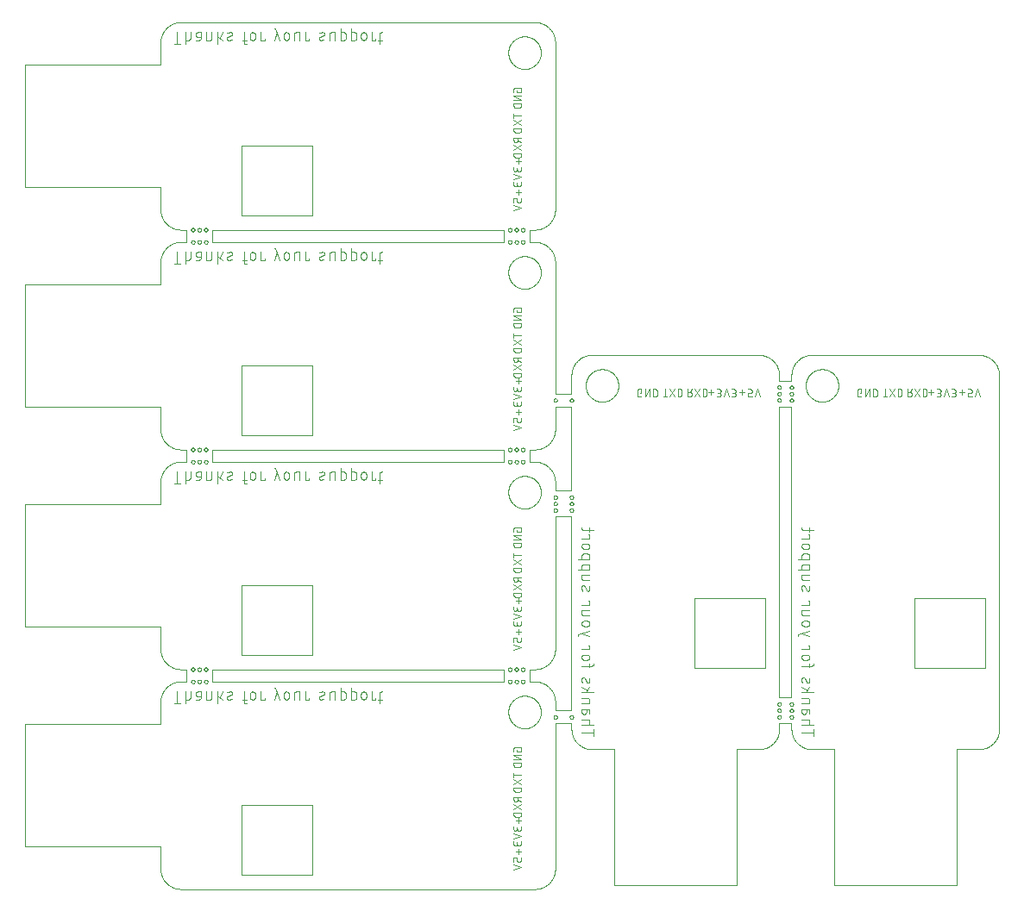
<source format=gbo>
G04 EAGLE Gerber X2 export*
%TF.Part,Single*%
%TF.FileFunction,Other,Silk bottom*%
%TF.FilePolarity,Positive*%
%TF.GenerationSoftware,Autodesk,EAGLE,9.4.0*%
%TF.CreationDate,2019-06-23T03:17:35Z*%
G75*
%MOMM*%
%FSLAX34Y34*%
%LPD*%
%INSilk bottom*%
%AMOC8*
5,1,8,0,0,1.08239X$1,22.5*%
G01*
%ADD10C,0.050000*%
%ADD11C,0.076200*%
%ADD12C,0.101600*%
%ADD13C,0.000000*%
%ADD14C,0.025400*%


D10*
X153350Y212600D02*
X152866Y212594D01*
X152384Y212577D01*
X151901Y212548D01*
X151420Y212507D01*
X150939Y212455D01*
X150460Y212391D01*
X149983Y212315D01*
X149508Y212228D01*
X149035Y212130D01*
X148564Y212020D01*
X148096Y211899D01*
X147632Y211766D01*
X147170Y211623D01*
X146713Y211468D01*
X146259Y211302D01*
X145809Y211126D01*
X145364Y210938D01*
X144923Y210740D01*
X144487Y210531D01*
X144056Y210312D01*
X143631Y210082D01*
X143212Y209842D01*
X142798Y209592D01*
X142391Y209333D01*
X141990Y209063D01*
X141595Y208784D01*
X141208Y208495D01*
X140827Y208197D01*
X140454Y207890D01*
X140089Y207574D01*
X139731Y207250D01*
X139381Y206916D01*
X139039Y206575D01*
X138706Y206225D01*
X138381Y205867D01*
X138065Y205502D01*
X137758Y205129D01*
X137459Y204748D01*
X137171Y204361D01*
X136891Y203967D01*
X136621Y203566D01*
X136361Y203159D01*
X136111Y202745D01*
X135871Y202326D01*
X135642Y201901D01*
X135422Y201470D01*
X135213Y201035D01*
X135015Y200594D01*
X134827Y200149D01*
X134650Y199699D01*
X134484Y199245D01*
X134329Y198787D01*
X134185Y198326D01*
X134053Y197862D01*
X133931Y197394D01*
X133821Y196923D01*
X133722Y196450D01*
X133635Y195975D01*
X133559Y195498D01*
X133495Y195019D01*
X133443Y194538D01*
X133402Y194057D01*
X133373Y193575D01*
X133355Y193092D01*
X133349Y192609D01*
X500700Y212600D02*
X501191Y212594D01*
X501682Y212576D01*
X502172Y212547D01*
X502661Y212505D01*
X503149Y212451D01*
X503636Y212385D01*
X504121Y212307D01*
X504604Y212218D01*
X505084Y212116D01*
X505562Y212003D01*
X506037Y211878D01*
X506509Y211741D01*
X506977Y211593D01*
X507441Y211434D01*
X507902Y211263D01*
X508358Y211081D01*
X508809Y210888D01*
X509256Y210683D01*
X509697Y210468D01*
X510133Y210242D01*
X510564Y210006D01*
X510988Y209759D01*
X511406Y209501D01*
X511818Y209234D01*
X512223Y208956D01*
X512621Y208669D01*
X513012Y208372D01*
X513396Y208065D01*
X513772Y207749D01*
X514140Y207424D01*
X514500Y207090D01*
X514852Y206747D01*
X515195Y206396D01*
X515529Y206036D01*
X515855Y205669D01*
X516171Y205293D01*
X516478Y204910D01*
X516776Y204519D01*
X517064Y204121D01*
X517342Y203717D01*
X517610Y203305D01*
X517868Y202887D01*
X518115Y202463D01*
X518352Y202033D01*
X518579Y201597D01*
X518794Y201156D01*
X518999Y200710D01*
X519193Y200258D01*
X519376Y199803D01*
X519547Y199342D01*
X519707Y198878D01*
X519856Y198410D01*
X519993Y197939D01*
X520118Y197464D01*
X520232Y196986D01*
X520334Y196506D01*
X520424Y196023D01*
X520502Y195538D01*
X520569Y195052D01*
X520623Y194564D01*
X520666Y194074D01*
X520696Y193584D01*
X520715Y193093D01*
X520721Y192602D01*
X520721Y28779D02*
X520716Y28295D01*
X520699Y27812D01*
X520670Y27329D01*
X520630Y26846D01*
X520578Y26365D01*
X520514Y25886D01*
X520439Y25408D01*
X520353Y24932D01*
X520255Y24458D01*
X520145Y23986D01*
X520024Y23518D01*
X519892Y23052D01*
X519749Y22590D01*
X519594Y22132D01*
X519429Y21677D01*
X519252Y21227D01*
X519065Y20780D01*
X518867Y20339D01*
X518658Y19902D01*
X518439Y19471D01*
X518210Y19045D01*
X517970Y18625D01*
X517720Y18210D01*
X517460Y17802D01*
X517191Y17400D01*
X516912Y17005D01*
X516623Y16617D01*
X516325Y16235D01*
X516018Y15861D01*
X515702Y15495D01*
X515377Y15136D01*
X515044Y14786D01*
X514702Y14443D01*
X514352Y14109D01*
X513994Y13783D01*
X513629Y13466D01*
X513256Y13158D01*
X512875Y12859D01*
X512487Y12570D01*
X512093Y12290D01*
X511692Y12019D01*
X511284Y11758D01*
X510870Y11507D01*
X510451Y11267D01*
X510025Y11036D01*
X509594Y10816D01*
X509158Y10606D01*
X508717Y10407D01*
X508272Y10219D01*
X507822Y10041D01*
X507367Y9874D01*
X506909Y9719D01*
X506447Y9574D01*
X505982Y9441D01*
X505514Y9319D01*
X505043Y9208D01*
X504569Y9109D01*
X504094Y9021D01*
X503616Y8945D01*
X503136Y8880D01*
X502655Y8827D01*
X502173Y8785D01*
X501690Y8756D01*
X501207Y8737D01*
X500723Y8731D01*
X153374Y8731D02*
X152883Y8737D01*
X152392Y8755D01*
X151902Y8785D01*
X151413Y8827D01*
X150925Y8881D01*
X150439Y8947D01*
X149954Y9025D01*
X149472Y9115D01*
X148991Y9216D01*
X148514Y9330D01*
X148039Y9455D01*
X147568Y9591D01*
X147100Y9740D01*
X146636Y9899D01*
X146175Y10070D01*
X145720Y10252D01*
X145269Y10446D01*
X144822Y10650D01*
X144381Y10865D01*
X143945Y11091D01*
X143515Y11328D01*
X143091Y11575D01*
X142673Y11833D01*
X142262Y12100D01*
X141857Y12378D01*
X141459Y12665D01*
X141068Y12962D01*
X140685Y13269D01*
X140309Y13585D01*
X139942Y13910D01*
X139582Y14244D01*
X139231Y14587D01*
X138888Y14938D01*
X138554Y15298D01*
X138228Y15666D01*
X137912Y16041D01*
X137606Y16424D01*
X137308Y16815D01*
X137021Y17213D01*
X136743Y17617D01*
X136475Y18029D01*
X136218Y18447D01*
X135971Y18871D01*
X135734Y19301D01*
X135508Y19736D01*
X135292Y20178D01*
X135088Y20624D01*
X134894Y21075D01*
X134712Y21531D01*
X134541Y21991D01*
X134381Y22455D01*
X134233Y22923D01*
X134096Y23394D01*
X133971Y23869D01*
X133858Y24346D01*
X133756Y24827D01*
X133666Y25309D01*
X133588Y25794D01*
X133522Y26280D01*
X133468Y26768D01*
X133425Y27257D01*
X133395Y27747D01*
X133377Y28238D01*
X133371Y28728D01*
X0Y50371D02*
X0Y171021D01*
X133371Y28728D02*
X133377Y28238D01*
X133395Y27747D01*
X133425Y27257D01*
X133468Y26768D01*
X133522Y26280D01*
X133588Y25794D01*
X133666Y25309D01*
X133756Y24827D01*
X133858Y24346D01*
X133971Y23869D01*
X134096Y23394D01*
X134233Y22923D01*
X134381Y22455D01*
X134541Y21991D01*
X134712Y21531D01*
X134894Y21075D01*
X135088Y20624D01*
X135292Y20178D01*
X135508Y19736D01*
X135734Y19301D01*
X135971Y18871D01*
X136218Y18447D01*
X136475Y18029D01*
X136743Y17617D01*
X137021Y17213D01*
X137308Y16815D01*
X137606Y16424D01*
X137912Y16041D01*
X138228Y15666D01*
X138554Y15298D01*
X138888Y14938D01*
X139231Y14587D01*
X139582Y14244D01*
X139942Y13910D01*
X140309Y13585D01*
X140685Y13269D01*
X141068Y12962D01*
X141459Y12665D01*
X141857Y12378D01*
X142262Y12100D01*
X142673Y11833D01*
X143091Y11575D01*
X143515Y11328D01*
X143945Y11091D01*
X144381Y10865D01*
X144822Y10650D01*
X145269Y10446D01*
X145720Y10252D01*
X146175Y10070D01*
X146636Y9899D01*
X147100Y9740D01*
X147568Y9591D01*
X148039Y9455D01*
X148514Y9330D01*
X148991Y9216D01*
X149472Y9115D01*
X149954Y9025D01*
X150439Y8947D01*
X150925Y8881D01*
X151413Y8827D01*
X151902Y8785D01*
X152392Y8755D01*
X152883Y8737D01*
X153374Y8731D01*
X500723Y8731D02*
X501207Y8737D01*
X501690Y8756D01*
X502173Y8785D01*
X502655Y8827D01*
X503136Y8880D01*
X503616Y8945D01*
X504094Y9021D01*
X504569Y9109D01*
X505043Y9208D01*
X505514Y9319D01*
X505982Y9441D01*
X506447Y9574D01*
X506909Y9719D01*
X507367Y9874D01*
X507822Y10041D01*
X508272Y10219D01*
X508717Y10407D01*
X509158Y10606D01*
X509594Y10816D01*
X510025Y11036D01*
X510451Y11267D01*
X510870Y11507D01*
X511284Y11758D01*
X511692Y12019D01*
X512093Y12290D01*
X512487Y12570D01*
X512875Y12859D01*
X513256Y13158D01*
X513629Y13466D01*
X513994Y13783D01*
X514352Y14109D01*
X514702Y14443D01*
X515044Y14786D01*
X515377Y15136D01*
X515702Y15495D01*
X516018Y15861D01*
X516325Y16235D01*
X516623Y16617D01*
X516912Y17005D01*
X517191Y17400D01*
X517460Y17802D01*
X517720Y18210D01*
X517970Y18625D01*
X518210Y19045D01*
X518439Y19471D01*
X518658Y19902D01*
X518867Y20339D01*
X519065Y20780D01*
X519252Y21227D01*
X519429Y21677D01*
X519594Y22132D01*
X519749Y22590D01*
X519892Y23052D01*
X520024Y23518D01*
X520145Y23986D01*
X520255Y24458D01*
X520353Y24932D01*
X520439Y25408D01*
X520514Y25886D01*
X520578Y26365D01*
X520630Y26846D01*
X520670Y27329D01*
X520699Y27812D01*
X520716Y28295D01*
X520721Y28779D01*
X520721Y192602D02*
X520715Y193093D01*
X520696Y193584D01*
X520666Y194074D01*
X520623Y194564D01*
X520569Y195052D01*
X520502Y195538D01*
X520424Y196023D01*
X520334Y196506D01*
X520232Y196986D01*
X520118Y197464D01*
X519993Y197939D01*
X519856Y198410D01*
X519707Y198878D01*
X519547Y199342D01*
X519376Y199803D01*
X519193Y200258D01*
X518999Y200710D01*
X518794Y201156D01*
X518579Y201597D01*
X518352Y202033D01*
X518115Y202463D01*
X517868Y202887D01*
X517610Y203305D01*
X517342Y203717D01*
X517064Y204121D01*
X516776Y204519D01*
X516478Y204910D01*
X516171Y205293D01*
X515855Y205669D01*
X515529Y206036D01*
X515195Y206396D01*
X514852Y206747D01*
X514500Y207090D01*
X514140Y207424D01*
X513772Y207749D01*
X513396Y208065D01*
X513012Y208372D01*
X512621Y208669D01*
X512223Y208956D01*
X511818Y209234D01*
X511406Y209501D01*
X510988Y209759D01*
X510564Y210006D01*
X510133Y210242D01*
X509697Y210468D01*
X509256Y210683D01*
X508809Y210888D01*
X508358Y211081D01*
X507902Y211263D01*
X507441Y211434D01*
X506977Y211593D01*
X506509Y211741D01*
X506037Y211878D01*
X505562Y212003D01*
X505084Y212116D01*
X504604Y212218D01*
X504121Y212307D01*
X503636Y212385D01*
X503149Y212451D01*
X502661Y212505D01*
X502172Y212547D01*
X501682Y212576D01*
X501191Y212594D01*
X500700Y212600D01*
X495300Y212600D01*
X469900Y212600D02*
X184150Y212600D01*
X158750Y212600D02*
X153350Y212600D01*
X133368Y50371D02*
X0Y50371D01*
X133368Y50371D02*
X133371Y28729D01*
X133371Y28728D02*
X133377Y28238D01*
X133395Y27747D01*
X133425Y27257D01*
X133468Y26768D01*
X133522Y26280D01*
X133588Y25794D01*
X133666Y25309D01*
X133756Y24827D01*
X133858Y24346D01*
X133971Y23869D01*
X134096Y23394D01*
X134233Y22923D01*
X134381Y22455D01*
X134541Y21991D01*
X134712Y21531D01*
X134894Y21075D01*
X135088Y20624D01*
X135292Y20178D01*
X135508Y19736D01*
X135734Y19301D01*
X135971Y18871D01*
X136218Y18447D01*
X136475Y18029D01*
X136743Y17617D01*
X137021Y17213D01*
X137308Y16815D01*
X137606Y16424D01*
X137912Y16041D01*
X138228Y15666D01*
X138554Y15298D01*
X138888Y14938D01*
X139231Y14587D01*
X139582Y14244D01*
X139942Y13910D01*
X140309Y13585D01*
X140685Y13269D01*
X141068Y12962D01*
X141459Y12665D01*
X141857Y12378D01*
X142262Y12100D01*
X142673Y11833D01*
X143091Y11575D01*
X143515Y11328D01*
X143945Y11091D01*
X144381Y10865D01*
X144822Y10650D01*
X145269Y10446D01*
X145720Y10252D01*
X146175Y10070D01*
X146636Y9899D01*
X147100Y9740D01*
X147568Y9591D01*
X148039Y9455D01*
X148514Y9330D01*
X148991Y9216D01*
X149472Y9115D01*
X149954Y9025D01*
X150439Y8947D01*
X150925Y8881D01*
X151413Y8827D01*
X151902Y8785D01*
X152392Y8755D01*
X152883Y8737D01*
X153374Y8731D01*
X153373Y8731D02*
X500723Y8731D01*
X501207Y8737D01*
X501690Y8756D01*
X502173Y8785D01*
X502655Y8827D01*
X503136Y8880D01*
X503616Y8945D01*
X504094Y9021D01*
X504569Y9109D01*
X505043Y9208D01*
X505514Y9319D01*
X505982Y9441D01*
X506447Y9574D01*
X506909Y9719D01*
X507367Y9874D01*
X507822Y10041D01*
X508272Y10219D01*
X508717Y10407D01*
X509158Y10606D01*
X509594Y10816D01*
X510025Y11036D01*
X510451Y11267D01*
X510870Y11507D01*
X511284Y11758D01*
X511692Y12019D01*
X512093Y12290D01*
X512487Y12570D01*
X512875Y12859D01*
X513256Y13158D01*
X513629Y13466D01*
X513994Y13783D01*
X514352Y14109D01*
X514702Y14443D01*
X515044Y14786D01*
X515377Y15136D01*
X515702Y15495D01*
X516018Y15861D01*
X516325Y16235D01*
X516623Y16617D01*
X516912Y17005D01*
X517191Y17400D01*
X517460Y17802D01*
X517720Y18210D01*
X517970Y18625D01*
X518210Y19045D01*
X518439Y19471D01*
X518658Y19902D01*
X518867Y20339D01*
X519065Y20780D01*
X519252Y21227D01*
X519429Y21677D01*
X519594Y22132D01*
X519749Y22590D01*
X519892Y23052D01*
X520024Y23518D01*
X520145Y23986D01*
X520255Y24458D01*
X520353Y24932D01*
X520439Y25408D01*
X520514Y25886D01*
X520578Y26365D01*
X520630Y26846D01*
X520670Y27329D01*
X520699Y27812D01*
X520716Y28295D01*
X520721Y28779D01*
X520721Y171450D01*
X520721Y184150D02*
X520721Y192603D01*
X520721Y192602D02*
X520715Y193093D01*
X520696Y193584D01*
X520666Y194074D01*
X520623Y194564D01*
X520569Y195052D01*
X520502Y195538D01*
X520424Y196023D01*
X520334Y196506D01*
X520232Y196986D01*
X520118Y197464D01*
X519993Y197939D01*
X519856Y198410D01*
X519707Y198878D01*
X519547Y199342D01*
X519376Y199803D01*
X519193Y200258D01*
X518999Y200710D01*
X518794Y201156D01*
X518579Y201597D01*
X518352Y202033D01*
X518115Y202463D01*
X517868Y202887D01*
X517610Y203305D01*
X517342Y203717D01*
X517064Y204121D01*
X516776Y204519D01*
X516478Y204910D01*
X516171Y205293D01*
X515855Y205669D01*
X515529Y206036D01*
X515195Y206396D01*
X514852Y206747D01*
X514500Y207090D01*
X514140Y207424D01*
X513772Y207749D01*
X513396Y208065D01*
X513012Y208372D01*
X512621Y208669D01*
X512223Y208956D01*
X511818Y209234D01*
X511406Y209501D01*
X510988Y209759D01*
X510564Y210006D01*
X510133Y210242D01*
X509697Y210468D01*
X509256Y210683D01*
X508809Y210888D01*
X508358Y211081D01*
X507902Y211263D01*
X507441Y211434D01*
X506977Y211593D01*
X506509Y211741D01*
X506037Y211878D01*
X505562Y212003D01*
X505084Y212116D01*
X504604Y212218D01*
X504121Y212307D01*
X503636Y212385D01*
X503149Y212451D01*
X502661Y212505D01*
X502172Y212547D01*
X501682Y212576D01*
X501191Y212594D01*
X500700Y212600D01*
X153350Y212600D02*
X152866Y212594D01*
X152384Y212577D01*
X151901Y212548D01*
X151420Y212507D01*
X150939Y212455D01*
X150460Y212391D01*
X149983Y212315D01*
X149508Y212228D01*
X149035Y212130D01*
X148564Y212020D01*
X148096Y211899D01*
X147632Y211766D01*
X147170Y211623D01*
X146713Y211468D01*
X146259Y211302D01*
X145809Y211126D01*
X145364Y210938D01*
X144923Y210740D01*
X144487Y210531D01*
X144056Y210312D01*
X143631Y210082D01*
X143212Y209842D01*
X142798Y209592D01*
X142391Y209333D01*
X141990Y209063D01*
X141595Y208784D01*
X141208Y208495D01*
X140827Y208197D01*
X140454Y207890D01*
X140089Y207574D01*
X139731Y207250D01*
X139381Y206916D01*
X139039Y206575D01*
X138706Y206225D01*
X138381Y205867D01*
X138065Y205502D01*
X137758Y205129D01*
X137459Y204748D01*
X137171Y204361D01*
X136891Y203967D01*
X136621Y203566D01*
X136361Y203159D01*
X136111Y202745D01*
X135871Y202326D01*
X135642Y201901D01*
X135422Y201470D01*
X135213Y201035D01*
X135015Y200594D01*
X134827Y200149D01*
X134650Y199699D01*
X134484Y199245D01*
X134329Y198787D01*
X134185Y198326D01*
X134053Y197862D01*
X133931Y197394D01*
X133821Y196923D01*
X133722Y196450D01*
X133635Y195975D01*
X133559Y195498D01*
X133495Y195019D01*
X133443Y194538D01*
X133402Y194057D01*
X133373Y193575D01*
X133355Y193092D01*
X133349Y192609D01*
X133350Y192609D02*
X133349Y171021D01*
X0Y171021D01*
X474701Y182600D02*
X474706Y182993D01*
X474720Y183385D01*
X474744Y183777D01*
X474778Y184168D01*
X474821Y184559D01*
X474874Y184948D01*
X474937Y185335D01*
X475008Y185721D01*
X475090Y186106D01*
X475180Y186488D01*
X475281Y186867D01*
X475390Y187245D01*
X475509Y187619D01*
X475636Y187990D01*
X475773Y188358D01*
X475919Y188723D01*
X476074Y189084D01*
X476237Y189441D01*
X476409Y189794D01*
X476590Y190142D01*
X476780Y190486D01*
X476977Y190826D01*
X477183Y191160D01*
X477397Y191489D01*
X477620Y191813D01*
X477850Y192131D01*
X478087Y192444D01*
X478333Y192750D01*
X478586Y193051D01*
X478846Y193345D01*
X479113Y193633D01*
X479387Y193914D01*
X479668Y194188D01*
X479956Y194455D01*
X480250Y194715D01*
X480551Y194968D01*
X480857Y195214D01*
X481170Y195451D01*
X481488Y195681D01*
X481812Y195904D01*
X482141Y196118D01*
X482475Y196324D01*
X482815Y196521D01*
X483159Y196711D01*
X483507Y196892D01*
X483860Y197064D01*
X484217Y197227D01*
X484578Y197382D01*
X484943Y197528D01*
X485311Y197665D01*
X485682Y197792D01*
X486056Y197911D01*
X486434Y198020D01*
X486813Y198121D01*
X487195Y198211D01*
X487580Y198293D01*
X487966Y198364D01*
X488353Y198427D01*
X488742Y198480D01*
X489133Y198523D01*
X489524Y198557D01*
X489916Y198581D01*
X490308Y198595D01*
X490701Y198600D01*
X491094Y198595D01*
X491486Y198581D01*
X491878Y198557D01*
X492269Y198523D01*
X492660Y198480D01*
X493049Y198427D01*
X493436Y198364D01*
X493822Y198293D01*
X494207Y198211D01*
X494589Y198121D01*
X494968Y198020D01*
X495346Y197911D01*
X495720Y197792D01*
X496091Y197665D01*
X496459Y197528D01*
X496824Y197382D01*
X497185Y197227D01*
X497542Y197064D01*
X497895Y196892D01*
X498243Y196711D01*
X498587Y196521D01*
X498927Y196324D01*
X499261Y196118D01*
X499590Y195904D01*
X499914Y195681D01*
X500232Y195451D01*
X500545Y195214D01*
X500851Y194968D01*
X501152Y194715D01*
X501446Y194455D01*
X501734Y194188D01*
X502015Y193914D01*
X502289Y193633D01*
X502556Y193345D01*
X502816Y193051D01*
X503069Y192750D01*
X503315Y192444D01*
X503552Y192131D01*
X503782Y191813D01*
X504005Y191489D01*
X504219Y191160D01*
X504425Y190826D01*
X504622Y190486D01*
X504812Y190142D01*
X504993Y189794D01*
X505165Y189441D01*
X505328Y189084D01*
X505483Y188723D01*
X505629Y188358D01*
X505766Y187990D01*
X505893Y187619D01*
X506012Y187245D01*
X506121Y186867D01*
X506222Y186488D01*
X506312Y186106D01*
X506394Y185721D01*
X506465Y185335D01*
X506528Y184948D01*
X506581Y184559D01*
X506624Y184168D01*
X506658Y183777D01*
X506682Y183385D01*
X506696Y182993D01*
X506701Y182600D01*
X506696Y182207D01*
X506682Y181815D01*
X506658Y181423D01*
X506624Y181032D01*
X506581Y180641D01*
X506528Y180252D01*
X506465Y179865D01*
X506394Y179479D01*
X506312Y179094D01*
X506222Y178712D01*
X506121Y178333D01*
X506012Y177955D01*
X505893Y177581D01*
X505766Y177210D01*
X505629Y176842D01*
X505483Y176477D01*
X505328Y176116D01*
X505165Y175759D01*
X504993Y175406D01*
X504812Y175058D01*
X504622Y174714D01*
X504425Y174374D01*
X504219Y174040D01*
X504005Y173711D01*
X503782Y173387D01*
X503552Y173069D01*
X503315Y172756D01*
X503069Y172450D01*
X502816Y172149D01*
X502556Y171855D01*
X502289Y171567D01*
X502015Y171286D01*
X501734Y171012D01*
X501446Y170745D01*
X501152Y170485D01*
X500851Y170232D01*
X500545Y169986D01*
X500232Y169749D01*
X499914Y169519D01*
X499590Y169296D01*
X499261Y169082D01*
X498927Y168876D01*
X498587Y168679D01*
X498243Y168489D01*
X497895Y168308D01*
X497542Y168136D01*
X497185Y167973D01*
X496824Y167818D01*
X496459Y167672D01*
X496091Y167535D01*
X495720Y167408D01*
X495346Y167289D01*
X494968Y167180D01*
X494589Y167079D01*
X494207Y166989D01*
X493822Y166907D01*
X493436Y166836D01*
X493049Y166773D01*
X492660Y166720D01*
X492269Y166677D01*
X491878Y166643D01*
X491486Y166619D01*
X491094Y166605D01*
X490701Y166600D01*
X490308Y166605D01*
X489916Y166619D01*
X489524Y166643D01*
X489133Y166677D01*
X488742Y166720D01*
X488353Y166773D01*
X487966Y166836D01*
X487580Y166907D01*
X487195Y166989D01*
X486813Y167079D01*
X486434Y167180D01*
X486056Y167289D01*
X485682Y167408D01*
X485311Y167535D01*
X484943Y167672D01*
X484578Y167818D01*
X484217Y167973D01*
X483860Y168136D01*
X483507Y168308D01*
X483159Y168489D01*
X482815Y168679D01*
X482475Y168876D01*
X482141Y169082D01*
X481812Y169296D01*
X481488Y169519D01*
X481170Y169749D01*
X480857Y169986D01*
X480551Y170232D01*
X480250Y170485D01*
X479956Y170745D01*
X479668Y171012D01*
X479387Y171286D01*
X479113Y171567D01*
X478846Y171855D01*
X478586Y172149D01*
X478333Y172450D01*
X478087Y172756D01*
X477850Y173069D01*
X477620Y173387D01*
X477397Y173711D01*
X477183Y174040D01*
X476977Y174374D01*
X476780Y174714D01*
X476590Y175058D01*
X476409Y175406D01*
X476237Y175759D01*
X476074Y176116D01*
X475919Y176477D01*
X475773Y176842D01*
X475636Y177210D01*
X475509Y177581D01*
X475390Y177955D01*
X475281Y178333D01*
X475180Y178712D01*
X475090Y179094D01*
X475008Y179479D01*
X474937Y179865D01*
X474874Y180252D01*
X474821Y180641D01*
X474778Y181032D01*
X474744Y181423D01*
X474720Y181815D01*
X474706Y182207D01*
X474701Y182600D01*
D11*
X484434Y47879D02*
X484434Y42968D01*
X481979Y45424D02*
X486890Y45424D01*
X487299Y39667D02*
X487299Y37212D01*
X487297Y37132D01*
X487291Y37052D01*
X487281Y36972D01*
X487268Y36893D01*
X487250Y36814D01*
X487229Y36737D01*
X487203Y36661D01*
X487174Y36586D01*
X487142Y36512D01*
X487106Y36440D01*
X487066Y36370D01*
X487023Y36303D01*
X486977Y36237D01*
X486927Y36174D01*
X486875Y36113D01*
X486820Y36054D01*
X486761Y35999D01*
X486701Y35947D01*
X486637Y35897D01*
X486572Y35851D01*
X486504Y35808D01*
X486434Y35768D01*
X486362Y35732D01*
X486288Y35700D01*
X486214Y35671D01*
X486137Y35646D01*
X486060Y35624D01*
X485981Y35606D01*
X485902Y35593D01*
X485823Y35583D01*
X485742Y35577D01*
X485662Y35575D01*
X484844Y35575D01*
X484766Y35577D01*
X484688Y35582D01*
X484611Y35592D01*
X484534Y35605D01*
X484458Y35621D01*
X484383Y35641D01*
X484309Y35665D01*
X484236Y35692D01*
X484164Y35723D01*
X484094Y35757D01*
X484026Y35794D01*
X483959Y35835D01*
X483894Y35879D01*
X483832Y35925D01*
X483772Y35975D01*
X483714Y36027D01*
X483659Y36082D01*
X483607Y36140D01*
X483557Y36200D01*
X483511Y36262D01*
X483467Y36327D01*
X483426Y36394D01*
X483389Y36462D01*
X483355Y36532D01*
X483324Y36604D01*
X483297Y36677D01*
X483273Y36751D01*
X483253Y36826D01*
X483237Y36902D01*
X483224Y36979D01*
X483214Y37056D01*
X483209Y37134D01*
X483207Y37212D01*
X483207Y39667D01*
X479933Y39667D01*
X479933Y35575D01*
X479933Y32761D02*
X487299Y30306D01*
X479933Y27850D01*
X484434Y73448D02*
X484434Y78359D01*
X481979Y75904D02*
X486890Y75904D01*
X487299Y70147D02*
X487299Y68101D01*
X487297Y68012D01*
X487291Y67923D01*
X487281Y67834D01*
X487268Y67746D01*
X487251Y67658D01*
X487229Y67571D01*
X487204Y67486D01*
X487176Y67401D01*
X487143Y67318D01*
X487107Y67236D01*
X487068Y67156D01*
X487025Y67078D01*
X486979Y67002D01*
X486929Y66927D01*
X486876Y66855D01*
X486820Y66786D01*
X486761Y66719D01*
X486700Y66654D01*
X486635Y66593D01*
X486568Y66534D01*
X486499Y66478D01*
X486427Y66425D01*
X486352Y66375D01*
X486276Y66329D01*
X486198Y66286D01*
X486118Y66247D01*
X486036Y66211D01*
X485953Y66178D01*
X485868Y66150D01*
X485783Y66125D01*
X485696Y66103D01*
X485608Y66086D01*
X485520Y66073D01*
X485431Y66063D01*
X485342Y66057D01*
X485253Y66055D01*
X485164Y66057D01*
X485075Y66063D01*
X484986Y66073D01*
X484898Y66086D01*
X484810Y66103D01*
X484723Y66125D01*
X484638Y66150D01*
X484553Y66178D01*
X484470Y66211D01*
X484388Y66247D01*
X484308Y66286D01*
X484230Y66329D01*
X484154Y66375D01*
X484079Y66425D01*
X484007Y66478D01*
X483938Y66534D01*
X483871Y66593D01*
X483806Y66654D01*
X483745Y66719D01*
X483686Y66786D01*
X483630Y66855D01*
X483577Y66927D01*
X483527Y67002D01*
X483481Y67078D01*
X483438Y67156D01*
X483399Y67236D01*
X483363Y67318D01*
X483330Y67401D01*
X483302Y67486D01*
X483277Y67571D01*
X483255Y67658D01*
X483238Y67746D01*
X483225Y67834D01*
X483215Y67923D01*
X483209Y68012D01*
X483207Y68101D01*
X479933Y67692D02*
X479933Y70147D01*
X479933Y67692D02*
X479935Y67613D01*
X479941Y67534D01*
X479950Y67455D01*
X479963Y67377D01*
X479981Y67300D01*
X480001Y67224D01*
X480026Y67149D01*
X480054Y67075D01*
X480085Y67002D01*
X480121Y66931D01*
X480159Y66862D01*
X480201Y66795D01*
X480246Y66730D01*
X480294Y66667D01*
X480345Y66606D01*
X480399Y66549D01*
X480455Y66493D01*
X480514Y66441D01*
X480576Y66391D01*
X480640Y66345D01*
X480706Y66301D01*
X480774Y66261D01*
X480844Y66225D01*
X480916Y66191D01*
X480990Y66161D01*
X481064Y66135D01*
X481140Y66112D01*
X481217Y66094D01*
X481294Y66078D01*
X481373Y66067D01*
X481451Y66059D01*
X481530Y66055D01*
X481610Y66055D01*
X481689Y66059D01*
X481767Y66067D01*
X481846Y66078D01*
X481923Y66094D01*
X482000Y66112D01*
X482076Y66135D01*
X482150Y66161D01*
X482224Y66191D01*
X482296Y66225D01*
X482366Y66261D01*
X482434Y66301D01*
X482500Y66345D01*
X482564Y66391D01*
X482626Y66441D01*
X482685Y66493D01*
X482741Y66549D01*
X482795Y66606D01*
X482846Y66667D01*
X482894Y66730D01*
X482939Y66795D01*
X482981Y66862D01*
X483019Y66931D01*
X483055Y67002D01*
X483086Y67075D01*
X483114Y67149D01*
X483139Y67224D01*
X483159Y67300D01*
X483177Y67377D01*
X483190Y67455D01*
X483199Y67534D01*
X483205Y67613D01*
X483207Y67692D01*
X483207Y69328D01*
X479933Y63241D02*
X487299Y60786D01*
X479933Y58330D01*
X487299Y55517D02*
X487299Y53470D01*
X487297Y53381D01*
X487291Y53292D01*
X487281Y53203D01*
X487268Y53115D01*
X487251Y53027D01*
X487229Y52940D01*
X487204Y52855D01*
X487176Y52770D01*
X487143Y52687D01*
X487107Y52605D01*
X487068Y52525D01*
X487025Y52447D01*
X486979Y52371D01*
X486929Y52296D01*
X486876Y52224D01*
X486820Y52155D01*
X486761Y52088D01*
X486700Y52023D01*
X486635Y51962D01*
X486568Y51903D01*
X486499Y51847D01*
X486427Y51794D01*
X486352Y51744D01*
X486276Y51698D01*
X486198Y51655D01*
X486118Y51616D01*
X486036Y51580D01*
X485953Y51547D01*
X485868Y51519D01*
X485783Y51494D01*
X485696Y51472D01*
X485608Y51455D01*
X485520Y51442D01*
X485431Y51432D01*
X485342Y51426D01*
X485253Y51424D01*
X485164Y51426D01*
X485075Y51432D01*
X484986Y51442D01*
X484898Y51455D01*
X484810Y51472D01*
X484723Y51494D01*
X484638Y51519D01*
X484553Y51547D01*
X484470Y51580D01*
X484388Y51616D01*
X484308Y51655D01*
X484230Y51698D01*
X484154Y51744D01*
X484079Y51794D01*
X484007Y51847D01*
X483938Y51903D01*
X483871Y51962D01*
X483806Y52023D01*
X483745Y52088D01*
X483686Y52155D01*
X483630Y52224D01*
X483577Y52296D01*
X483527Y52371D01*
X483481Y52447D01*
X483438Y52525D01*
X483399Y52605D01*
X483363Y52687D01*
X483330Y52770D01*
X483302Y52855D01*
X483277Y52940D01*
X483255Y53027D01*
X483238Y53115D01*
X483225Y53203D01*
X483215Y53292D01*
X483209Y53381D01*
X483207Y53470D01*
X479933Y53061D02*
X479933Y55517D01*
X479933Y53061D02*
X479935Y52982D01*
X479941Y52903D01*
X479950Y52824D01*
X479963Y52746D01*
X479981Y52669D01*
X480001Y52593D01*
X480026Y52518D01*
X480054Y52444D01*
X480085Y52371D01*
X480121Y52300D01*
X480159Y52231D01*
X480201Y52164D01*
X480246Y52099D01*
X480294Y52036D01*
X480345Y51975D01*
X480399Y51918D01*
X480455Y51862D01*
X480514Y51810D01*
X480576Y51760D01*
X480640Y51714D01*
X480706Y51670D01*
X480774Y51630D01*
X480844Y51594D01*
X480916Y51560D01*
X480990Y51530D01*
X481064Y51504D01*
X481140Y51481D01*
X481217Y51463D01*
X481294Y51447D01*
X481373Y51436D01*
X481451Y51428D01*
X481530Y51424D01*
X481610Y51424D01*
X481689Y51428D01*
X481767Y51436D01*
X481846Y51447D01*
X481923Y51463D01*
X482000Y51481D01*
X482076Y51504D01*
X482150Y51530D01*
X482224Y51560D01*
X482296Y51594D01*
X482366Y51630D01*
X482434Y51670D01*
X482500Y51714D01*
X482564Y51760D01*
X482626Y51810D01*
X482685Y51862D01*
X482741Y51918D01*
X482795Y51975D01*
X482846Y52036D01*
X482894Y52099D01*
X482939Y52164D01*
X482981Y52231D01*
X483019Y52300D01*
X483055Y52371D01*
X483086Y52444D01*
X483114Y52518D01*
X483139Y52593D01*
X483159Y52669D01*
X483177Y52746D01*
X483190Y52824D01*
X483199Y52903D01*
X483205Y52982D01*
X483207Y53061D01*
X483207Y54698D01*
X479933Y98679D02*
X487299Y98679D01*
X479933Y98679D02*
X479933Y96633D01*
X479935Y96544D01*
X479941Y96455D01*
X479951Y96366D01*
X479964Y96278D01*
X479981Y96190D01*
X480003Y96103D01*
X480028Y96018D01*
X480056Y95933D01*
X480089Y95850D01*
X480125Y95768D01*
X480164Y95688D01*
X480207Y95610D01*
X480253Y95534D01*
X480303Y95459D01*
X480356Y95387D01*
X480412Y95318D01*
X480471Y95251D01*
X480532Y95186D01*
X480597Y95125D01*
X480664Y95066D01*
X480733Y95010D01*
X480805Y94957D01*
X480880Y94907D01*
X480956Y94861D01*
X481034Y94818D01*
X481114Y94779D01*
X481196Y94743D01*
X481279Y94710D01*
X481364Y94682D01*
X481449Y94657D01*
X481536Y94635D01*
X481624Y94618D01*
X481712Y94605D01*
X481801Y94595D01*
X481890Y94589D01*
X481979Y94587D01*
X482068Y94589D01*
X482157Y94595D01*
X482246Y94605D01*
X482334Y94618D01*
X482422Y94635D01*
X482509Y94657D01*
X482594Y94682D01*
X482679Y94710D01*
X482762Y94743D01*
X482844Y94779D01*
X482924Y94818D01*
X483002Y94861D01*
X483078Y94907D01*
X483153Y94957D01*
X483225Y95010D01*
X483294Y95066D01*
X483361Y95125D01*
X483426Y95186D01*
X483487Y95251D01*
X483546Y95318D01*
X483602Y95387D01*
X483655Y95459D01*
X483705Y95534D01*
X483751Y95610D01*
X483794Y95688D01*
X483833Y95768D01*
X483869Y95850D01*
X483902Y95933D01*
X483930Y96018D01*
X483955Y96103D01*
X483977Y96190D01*
X483994Y96278D01*
X484007Y96366D01*
X484017Y96455D01*
X484023Y96544D01*
X484025Y96633D01*
X484025Y98679D01*
X484025Y96224D02*
X487299Y94587D01*
X487299Y91824D02*
X479933Y86914D01*
X479933Y91824D02*
X487299Y86914D01*
X487299Y83856D02*
X479933Y83856D01*
X479933Y81810D01*
X479935Y81721D01*
X479941Y81632D01*
X479951Y81543D01*
X479964Y81455D01*
X479981Y81367D01*
X480003Y81280D01*
X480028Y81195D01*
X480056Y81110D01*
X480089Y81027D01*
X480125Y80945D01*
X480164Y80865D01*
X480207Y80787D01*
X480253Y80711D01*
X480303Y80636D01*
X480356Y80564D01*
X480412Y80495D01*
X480471Y80428D01*
X480532Y80363D01*
X480597Y80302D01*
X480664Y80243D01*
X480733Y80187D01*
X480805Y80134D01*
X480880Y80084D01*
X480956Y80038D01*
X481034Y79995D01*
X481114Y79956D01*
X481196Y79920D01*
X481279Y79887D01*
X481364Y79859D01*
X481449Y79834D01*
X481536Y79812D01*
X481624Y79795D01*
X481712Y79782D01*
X481801Y79772D01*
X481890Y79766D01*
X481979Y79764D01*
X485253Y79764D01*
X485342Y79766D01*
X485431Y79772D01*
X485520Y79782D01*
X485608Y79795D01*
X485696Y79812D01*
X485783Y79834D01*
X485868Y79859D01*
X485953Y79887D01*
X486036Y79920D01*
X486118Y79956D01*
X486198Y79995D01*
X486276Y80038D01*
X486352Y80084D01*
X486427Y80134D01*
X486499Y80187D01*
X486568Y80243D01*
X486635Y80302D01*
X486700Y80363D01*
X486761Y80428D01*
X486820Y80495D01*
X486876Y80564D01*
X486929Y80636D01*
X486979Y80711D01*
X487025Y80787D01*
X487068Y80865D01*
X487107Y80945D01*
X487143Y81027D01*
X487176Y81110D01*
X487204Y81195D01*
X487229Y81280D01*
X487251Y81367D01*
X487268Y81455D01*
X487281Y81543D01*
X487291Y81632D01*
X487297Y81721D01*
X487299Y81810D01*
X487299Y83856D01*
X483207Y144117D02*
X483207Y145344D01*
X483207Y144117D02*
X487299Y144117D01*
X487299Y146572D01*
X487297Y146650D01*
X487292Y146728D01*
X487282Y146805D01*
X487269Y146882D01*
X487253Y146958D01*
X487233Y147033D01*
X487209Y147107D01*
X487182Y147180D01*
X487151Y147252D01*
X487117Y147322D01*
X487080Y147391D01*
X487039Y147457D01*
X486995Y147522D01*
X486949Y147584D01*
X486899Y147644D01*
X486847Y147702D01*
X486792Y147757D01*
X486734Y147809D01*
X486674Y147859D01*
X486612Y147905D01*
X486547Y147949D01*
X486481Y147990D01*
X486412Y148027D01*
X486342Y148061D01*
X486270Y148092D01*
X486197Y148119D01*
X486123Y148143D01*
X486048Y148163D01*
X485972Y148179D01*
X485895Y148192D01*
X485818Y148202D01*
X485740Y148207D01*
X485662Y148209D01*
X481570Y148209D01*
X481490Y148207D01*
X481410Y148201D01*
X481330Y148191D01*
X481251Y148178D01*
X481172Y148160D01*
X481095Y148139D01*
X481019Y148113D01*
X480944Y148084D01*
X480870Y148052D01*
X480798Y148016D01*
X480728Y147976D01*
X480661Y147933D01*
X480595Y147887D01*
X480532Y147837D01*
X480471Y147785D01*
X480412Y147730D01*
X480357Y147671D01*
X480305Y147611D01*
X480255Y147547D01*
X480209Y147482D01*
X480166Y147414D01*
X480126Y147344D01*
X480090Y147272D01*
X480058Y147198D01*
X480029Y147124D01*
X480004Y147047D01*
X479982Y146970D01*
X479964Y146891D01*
X479951Y146812D01*
X479941Y146733D01*
X479935Y146652D01*
X479933Y146572D01*
X479933Y144117D01*
X479933Y140406D02*
X487299Y140406D01*
X487299Y136314D02*
X479933Y140406D01*
X479933Y136314D02*
X487299Y136314D01*
X487299Y132603D02*
X479933Y132603D01*
X479933Y130557D01*
X479935Y130468D01*
X479941Y130379D01*
X479951Y130290D01*
X479964Y130202D01*
X479981Y130114D01*
X480003Y130027D01*
X480028Y129942D01*
X480056Y129857D01*
X480089Y129774D01*
X480125Y129692D01*
X480164Y129612D01*
X480207Y129534D01*
X480253Y129458D01*
X480303Y129383D01*
X480356Y129311D01*
X480412Y129242D01*
X480471Y129175D01*
X480532Y129110D01*
X480597Y129049D01*
X480664Y128990D01*
X480733Y128934D01*
X480805Y128881D01*
X480880Y128831D01*
X480956Y128785D01*
X481034Y128742D01*
X481114Y128703D01*
X481196Y128667D01*
X481279Y128634D01*
X481364Y128606D01*
X481449Y128581D01*
X481536Y128559D01*
X481624Y128542D01*
X481712Y128529D01*
X481801Y128519D01*
X481890Y128513D01*
X481979Y128511D01*
X485253Y128511D01*
X485342Y128513D01*
X485431Y128519D01*
X485520Y128529D01*
X485608Y128542D01*
X485696Y128559D01*
X485783Y128581D01*
X485868Y128606D01*
X485953Y128634D01*
X486036Y128667D01*
X486118Y128703D01*
X486198Y128742D01*
X486276Y128785D01*
X486352Y128831D01*
X486427Y128881D01*
X486499Y128934D01*
X486568Y128990D01*
X486635Y129049D01*
X486700Y129110D01*
X486761Y129175D01*
X486820Y129242D01*
X486876Y129311D01*
X486929Y129383D01*
X486979Y129458D01*
X487025Y129534D01*
X487068Y129612D01*
X487107Y129692D01*
X487143Y129774D01*
X487176Y129857D01*
X487204Y129942D01*
X487229Y130027D01*
X487251Y130114D01*
X487268Y130202D01*
X487281Y130290D01*
X487291Y130379D01*
X487297Y130468D01*
X487299Y130557D01*
X487299Y132603D01*
X487299Y120763D02*
X479933Y120763D01*
X479933Y122809D02*
X479933Y118717D01*
X479933Y111480D02*
X487299Y116391D01*
X487299Y111480D02*
X479933Y116391D01*
X479933Y108423D02*
X487299Y108423D01*
X479933Y108423D02*
X479933Y106376D01*
X479935Y106287D01*
X479941Y106198D01*
X479951Y106109D01*
X479964Y106021D01*
X479981Y105933D01*
X480003Y105846D01*
X480028Y105761D01*
X480056Y105676D01*
X480089Y105593D01*
X480125Y105511D01*
X480164Y105431D01*
X480207Y105353D01*
X480253Y105277D01*
X480303Y105202D01*
X480356Y105130D01*
X480412Y105061D01*
X480471Y104994D01*
X480532Y104929D01*
X480597Y104868D01*
X480664Y104809D01*
X480733Y104753D01*
X480805Y104700D01*
X480880Y104650D01*
X480956Y104604D01*
X481034Y104561D01*
X481114Y104522D01*
X481196Y104486D01*
X481279Y104453D01*
X481364Y104425D01*
X481449Y104400D01*
X481536Y104378D01*
X481624Y104361D01*
X481712Y104348D01*
X481801Y104338D01*
X481890Y104332D01*
X481979Y104330D01*
X485253Y104330D01*
X485342Y104332D01*
X485431Y104338D01*
X485520Y104348D01*
X485608Y104361D01*
X485696Y104378D01*
X485783Y104400D01*
X485868Y104425D01*
X485953Y104453D01*
X486036Y104486D01*
X486118Y104522D01*
X486198Y104561D01*
X486276Y104604D01*
X486352Y104650D01*
X486427Y104700D01*
X486499Y104753D01*
X486568Y104809D01*
X486635Y104868D01*
X486700Y104929D01*
X486761Y104994D01*
X486820Y105061D01*
X486876Y105130D01*
X486929Y105202D01*
X486979Y105277D01*
X487025Y105353D01*
X487068Y105431D01*
X487107Y105511D01*
X487143Y105593D01*
X487176Y105676D01*
X487204Y105761D01*
X487229Y105846D01*
X487251Y105933D01*
X487268Y106021D01*
X487281Y106109D01*
X487291Y106198D01*
X487297Y106287D01*
X487299Y106376D01*
X487299Y108423D01*
D12*
X149804Y191008D02*
X149804Y202692D01*
X146558Y191008D02*
X153049Y191008D01*
X157494Y191008D02*
X157494Y202692D01*
X157494Y194903D02*
X160740Y194903D01*
X160827Y194905D01*
X160915Y194911D01*
X161001Y194921D01*
X161088Y194934D01*
X161173Y194952D01*
X161258Y194973D01*
X161342Y194998D01*
X161424Y195027D01*
X161505Y195060D01*
X161585Y195096D01*
X161663Y195135D01*
X161739Y195179D01*
X161813Y195225D01*
X161884Y195275D01*
X161954Y195328D01*
X162021Y195384D01*
X162085Y195443D01*
X162147Y195504D01*
X162206Y195569D01*
X162262Y195636D01*
X162315Y195706D01*
X162365Y195777D01*
X162411Y195851D01*
X162455Y195927D01*
X162494Y196005D01*
X162530Y196085D01*
X162563Y196166D01*
X162592Y196248D01*
X162617Y196332D01*
X162638Y196417D01*
X162656Y196502D01*
X162669Y196589D01*
X162679Y196675D01*
X162685Y196763D01*
X162687Y196850D01*
X162687Y202692D01*
X169994Y198148D02*
X172915Y198148D01*
X169994Y198148D02*
X169900Y198150D01*
X169806Y198156D01*
X169713Y198165D01*
X169620Y198179D01*
X169528Y198196D01*
X169436Y198218D01*
X169346Y198242D01*
X169256Y198271D01*
X169168Y198303D01*
X169081Y198339D01*
X168996Y198379D01*
X168913Y198422D01*
X168831Y198468D01*
X168751Y198518D01*
X168674Y198571D01*
X168599Y198627D01*
X168526Y198686D01*
X168455Y198748D01*
X168387Y198813D01*
X168322Y198881D01*
X168260Y198952D01*
X168201Y199025D01*
X168145Y199100D01*
X168092Y199177D01*
X168042Y199257D01*
X167996Y199339D01*
X167953Y199422D01*
X167913Y199507D01*
X167877Y199594D01*
X167845Y199682D01*
X167816Y199772D01*
X167792Y199862D01*
X167770Y199954D01*
X167753Y200046D01*
X167739Y200139D01*
X167730Y200232D01*
X167724Y200326D01*
X167722Y200420D01*
X167724Y200514D01*
X167730Y200608D01*
X167739Y200701D01*
X167753Y200794D01*
X167770Y200886D01*
X167792Y200978D01*
X167816Y201068D01*
X167845Y201158D01*
X167877Y201246D01*
X167913Y201333D01*
X167953Y201418D01*
X167996Y201501D01*
X168042Y201583D01*
X168092Y201663D01*
X168145Y201740D01*
X168201Y201815D01*
X168260Y201888D01*
X168322Y201959D01*
X168387Y202027D01*
X168455Y202092D01*
X168526Y202154D01*
X168599Y202213D01*
X168674Y202269D01*
X168751Y202322D01*
X168831Y202372D01*
X168913Y202418D01*
X168996Y202461D01*
X169081Y202501D01*
X169168Y202537D01*
X169256Y202569D01*
X169346Y202598D01*
X169436Y202622D01*
X169528Y202644D01*
X169620Y202661D01*
X169713Y202675D01*
X169806Y202684D01*
X169900Y202690D01*
X169994Y202692D01*
X172915Y202692D01*
X172915Y196850D01*
X172913Y196763D01*
X172907Y196675D01*
X172897Y196589D01*
X172884Y196502D01*
X172866Y196417D01*
X172845Y196332D01*
X172820Y196248D01*
X172791Y196166D01*
X172758Y196085D01*
X172722Y196005D01*
X172683Y195927D01*
X172639Y195851D01*
X172593Y195777D01*
X172543Y195706D01*
X172490Y195636D01*
X172434Y195569D01*
X172375Y195505D01*
X172313Y195443D01*
X172249Y195384D01*
X172182Y195328D01*
X172112Y195275D01*
X172041Y195225D01*
X171967Y195179D01*
X171891Y195135D01*
X171813Y195096D01*
X171733Y195060D01*
X171652Y195027D01*
X171570Y194998D01*
X171486Y194973D01*
X171401Y194952D01*
X171316Y194934D01*
X171229Y194921D01*
X171143Y194911D01*
X171055Y194905D01*
X170968Y194903D01*
X168371Y194903D01*
X178449Y194903D02*
X178449Y202692D01*
X178449Y194903D02*
X181695Y194903D01*
X181782Y194905D01*
X181870Y194911D01*
X181956Y194921D01*
X182043Y194934D01*
X182128Y194952D01*
X182213Y194973D01*
X182297Y194998D01*
X182379Y195027D01*
X182460Y195060D01*
X182540Y195096D01*
X182618Y195135D01*
X182694Y195179D01*
X182768Y195225D01*
X182839Y195275D01*
X182909Y195328D01*
X182976Y195384D01*
X183040Y195443D01*
X183102Y195504D01*
X183161Y195569D01*
X183217Y195636D01*
X183270Y195706D01*
X183320Y195777D01*
X183366Y195851D01*
X183410Y195927D01*
X183449Y196005D01*
X183485Y196085D01*
X183518Y196166D01*
X183547Y196248D01*
X183572Y196332D01*
X183593Y196417D01*
X183611Y196502D01*
X183624Y196589D01*
X183634Y196675D01*
X183640Y196763D01*
X183642Y196850D01*
X183642Y202692D01*
X189253Y202692D02*
X189253Y191008D01*
X194445Y194903D02*
X189253Y198797D01*
X191524Y197175D02*
X194445Y202692D01*
X199616Y198148D02*
X202861Y199446D01*
X199616Y198149D02*
X199541Y198116D01*
X199467Y198080D01*
X199395Y198041D01*
X199325Y197998D01*
X199258Y197952D01*
X199192Y197902D01*
X199130Y197850D01*
X199069Y197794D01*
X199012Y197736D01*
X198957Y197675D01*
X198906Y197611D01*
X198858Y197545D01*
X198813Y197476D01*
X198771Y197406D01*
X198733Y197333D01*
X198698Y197259D01*
X198667Y197183D01*
X198640Y197106D01*
X198617Y197027D01*
X198597Y196948D01*
X198582Y196867D01*
X198570Y196786D01*
X198562Y196704D01*
X198558Y196623D01*
X198559Y196541D01*
X198563Y196459D01*
X198571Y196377D01*
X198583Y196296D01*
X198599Y196216D01*
X198619Y196136D01*
X198643Y196058D01*
X198671Y195981D01*
X198702Y195905D01*
X198737Y195831D01*
X198775Y195759D01*
X198817Y195688D01*
X198863Y195620D01*
X198911Y195554D01*
X198963Y195491D01*
X199018Y195430D01*
X199076Y195372D01*
X199136Y195316D01*
X199199Y195264D01*
X199265Y195215D01*
X199333Y195169D01*
X199403Y195127D01*
X199475Y195087D01*
X199549Y195052D01*
X199624Y195020D01*
X199701Y194992D01*
X199779Y194968D01*
X199859Y194947D01*
X199939Y194930D01*
X200020Y194918D01*
X200101Y194909D01*
X200183Y194904D01*
X200265Y194903D01*
X200442Y194907D01*
X200619Y194916D01*
X200796Y194930D01*
X200973Y194947D01*
X201148Y194969D01*
X201324Y194994D01*
X201498Y195025D01*
X201672Y195059D01*
X201845Y195097D01*
X202017Y195140D01*
X202188Y195187D01*
X202358Y195237D01*
X202527Y195292D01*
X202694Y195351D01*
X202860Y195414D01*
X203024Y195481D01*
X203186Y195552D01*
X202861Y199446D02*
X202936Y199479D01*
X203010Y199515D01*
X203082Y199554D01*
X203152Y199597D01*
X203219Y199643D01*
X203285Y199693D01*
X203347Y199745D01*
X203408Y199801D01*
X203465Y199859D01*
X203520Y199920D01*
X203571Y199984D01*
X203619Y200050D01*
X203664Y200119D01*
X203706Y200189D01*
X203744Y200262D01*
X203779Y200336D01*
X203810Y200412D01*
X203837Y200489D01*
X203860Y200568D01*
X203880Y200648D01*
X203895Y200728D01*
X203907Y200809D01*
X203915Y200891D01*
X203919Y200972D01*
X203918Y201054D01*
X203914Y201136D01*
X203906Y201218D01*
X203894Y201299D01*
X203878Y201379D01*
X203858Y201459D01*
X203834Y201537D01*
X203806Y201614D01*
X203775Y201690D01*
X203740Y201764D01*
X203702Y201836D01*
X203660Y201907D01*
X203614Y201975D01*
X203566Y202041D01*
X203514Y202104D01*
X203459Y202165D01*
X203401Y202223D01*
X203341Y202279D01*
X203278Y202331D01*
X203212Y202380D01*
X203144Y202426D01*
X203074Y202468D01*
X203002Y202508D01*
X202928Y202543D01*
X202853Y202575D01*
X202776Y202603D01*
X202698Y202627D01*
X202618Y202648D01*
X202538Y202665D01*
X202457Y202677D01*
X202376Y202686D01*
X202294Y202691D01*
X202212Y202692D01*
X201952Y202685D01*
X201692Y202672D01*
X201432Y202653D01*
X201173Y202628D01*
X200914Y202596D01*
X200657Y202559D01*
X200400Y202515D01*
X200144Y202466D01*
X199890Y202410D01*
X199637Y202349D01*
X199386Y202281D01*
X199136Y202207D01*
X198888Y202128D01*
X198642Y202043D01*
X215271Y202692D02*
X215271Y192955D01*
X215273Y192868D01*
X215279Y192780D01*
X215289Y192694D01*
X215302Y192607D01*
X215320Y192522D01*
X215341Y192437D01*
X215366Y192353D01*
X215395Y192271D01*
X215428Y192190D01*
X215464Y192110D01*
X215503Y192032D01*
X215547Y191956D01*
X215593Y191882D01*
X215643Y191811D01*
X215696Y191741D01*
X215752Y191674D01*
X215811Y191610D01*
X215872Y191548D01*
X215937Y191489D01*
X216004Y191433D01*
X216074Y191380D01*
X216145Y191330D01*
X216219Y191284D01*
X216295Y191241D01*
X216373Y191201D01*
X216453Y191165D01*
X216534Y191132D01*
X216616Y191103D01*
X216700Y191078D01*
X216785Y191057D01*
X216870Y191039D01*
X216957Y191026D01*
X217043Y191016D01*
X217131Y191010D01*
X217218Y191008D01*
X217867Y191008D01*
X217867Y194903D02*
X213972Y194903D01*
X221121Y197499D02*
X221121Y200096D01*
X221122Y197499D02*
X221124Y197398D01*
X221130Y197298D01*
X221140Y197198D01*
X221153Y197098D01*
X221171Y196999D01*
X221192Y196900D01*
X221217Y196803D01*
X221246Y196706D01*
X221279Y196611D01*
X221315Y196517D01*
X221355Y196425D01*
X221398Y196334D01*
X221445Y196245D01*
X221495Y196158D01*
X221549Y196072D01*
X221606Y195989D01*
X221666Y195909D01*
X221729Y195830D01*
X221796Y195754D01*
X221865Y195681D01*
X221937Y195611D01*
X222011Y195543D01*
X222088Y195478D01*
X222168Y195417D01*
X222250Y195358D01*
X222334Y195303D01*
X222420Y195251D01*
X222508Y195202D01*
X222598Y195157D01*
X222690Y195115D01*
X222783Y195077D01*
X222878Y195043D01*
X222973Y195012D01*
X223070Y194985D01*
X223168Y194962D01*
X223267Y194942D01*
X223367Y194927D01*
X223467Y194915D01*
X223567Y194907D01*
X223668Y194903D01*
X223768Y194903D01*
X223869Y194907D01*
X223969Y194915D01*
X224069Y194927D01*
X224169Y194942D01*
X224268Y194962D01*
X224366Y194985D01*
X224463Y195012D01*
X224558Y195043D01*
X224653Y195077D01*
X224746Y195115D01*
X224838Y195157D01*
X224928Y195202D01*
X225016Y195251D01*
X225102Y195303D01*
X225186Y195358D01*
X225268Y195417D01*
X225348Y195478D01*
X225425Y195543D01*
X225499Y195611D01*
X225571Y195681D01*
X225640Y195754D01*
X225707Y195830D01*
X225770Y195909D01*
X225830Y195989D01*
X225887Y196072D01*
X225941Y196158D01*
X225991Y196245D01*
X226038Y196334D01*
X226081Y196425D01*
X226121Y196517D01*
X226157Y196611D01*
X226190Y196706D01*
X226219Y196803D01*
X226244Y196900D01*
X226265Y196999D01*
X226283Y197098D01*
X226296Y197198D01*
X226306Y197298D01*
X226312Y197398D01*
X226314Y197499D01*
X226314Y200096D01*
X226312Y200197D01*
X226306Y200297D01*
X226296Y200397D01*
X226283Y200497D01*
X226265Y200596D01*
X226244Y200695D01*
X226219Y200792D01*
X226190Y200889D01*
X226157Y200984D01*
X226121Y201078D01*
X226081Y201170D01*
X226038Y201261D01*
X225991Y201350D01*
X225941Y201437D01*
X225887Y201523D01*
X225830Y201606D01*
X225770Y201686D01*
X225707Y201765D01*
X225640Y201841D01*
X225571Y201914D01*
X225499Y201984D01*
X225425Y202052D01*
X225348Y202117D01*
X225268Y202178D01*
X225186Y202237D01*
X225102Y202292D01*
X225016Y202344D01*
X224928Y202393D01*
X224838Y202438D01*
X224746Y202480D01*
X224653Y202518D01*
X224558Y202552D01*
X224463Y202583D01*
X224366Y202610D01*
X224268Y202633D01*
X224169Y202653D01*
X224069Y202668D01*
X223969Y202680D01*
X223869Y202688D01*
X223768Y202692D01*
X223668Y202692D01*
X223567Y202688D01*
X223467Y202680D01*
X223367Y202668D01*
X223267Y202653D01*
X223168Y202633D01*
X223070Y202610D01*
X222973Y202583D01*
X222878Y202552D01*
X222783Y202518D01*
X222690Y202480D01*
X222598Y202438D01*
X222508Y202393D01*
X222420Y202344D01*
X222334Y202292D01*
X222250Y202237D01*
X222168Y202178D01*
X222088Y202117D01*
X222011Y202052D01*
X221937Y201984D01*
X221865Y201914D01*
X221796Y201841D01*
X221729Y201765D01*
X221666Y201686D01*
X221606Y201606D01*
X221549Y201523D01*
X221495Y201437D01*
X221445Y201350D01*
X221398Y201261D01*
X221355Y201170D01*
X221315Y201078D01*
X221279Y200984D01*
X221246Y200889D01*
X221217Y200792D01*
X221192Y200695D01*
X221171Y200596D01*
X221153Y200497D01*
X221140Y200397D01*
X221130Y200297D01*
X221124Y200197D01*
X221122Y200096D01*
X231474Y202692D02*
X231474Y194903D01*
X235369Y194903D01*
X235369Y196201D01*
X244743Y206587D02*
X246041Y206587D01*
X249936Y194903D01*
X244743Y194903D02*
X247340Y202692D01*
X254268Y200096D02*
X254268Y197499D01*
X254269Y197499D02*
X254271Y197398D01*
X254277Y197298D01*
X254287Y197198D01*
X254300Y197098D01*
X254318Y196999D01*
X254339Y196900D01*
X254364Y196803D01*
X254393Y196706D01*
X254426Y196611D01*
X254462Y196517D01*
X254502Y196425D01*
X254545Y196334D01*
X254592Y196245D01*
X254642Y196158D01*
X254696Y196072D01*
X254753Y195989D01*
X254813Y195909D01*
X254876Y195830D01*
X254943Y195754D01*
X255012Y195681D01*
X255084Y195611D01*
X255158Y195543D01*
X255235Y195478D01*
X255315Y195417D01*
X255397Y195358D01*
X255481Y195303D01*
X255567Y195251D01*
X255655Y195202D01*
X255745Y195157D01*
X255837Y195115D01*
X255930Y195077D01*
X256025Y195043D01*
X256120Y195012D01*
X256217Y194985D01*
X256315Y194962D01*
X256414Y194942D01*
X256514Y194927D01*
X256614Y194915D01*
X256714Y194907D01*
X256815Y194903D01*
X256915Y194903D01*
X257016Y194907D01*
X257116Y194915D01*
X257216Y194927D01*
X257316Y194942D01*
X257415Y194962D01*
X257513Y194985D01*
X257610Y195012D01*
X257705Y195043D01*
X257800Y195077D01*
X257893Y195115D01*
X257985Y195157D01*
X258075Y195202D01*
X258163Y195251D01*
X258249Y195303D01*
X258333Y195358D01*
X258415Y195417D01*
X258495Y195478D01*
X258572Y195543D01*
X258646Y195611D01*
X258718Y195681D01*
X258787Y195754D01*
X258854Y195830D01*
X258917Y195909D01*
X258977Y195989D01*
X259034Y196072D01*
X259088Y196158D01*
X259138Y196245D01*
X259185Y196334D01*
X259228Y196425D01*
X259268Y196517D01*
X259304Y196611D01*
X259337Y196706D01*
X259366Y196803D01*
X259391Y196900D01*
X259412Y196999D01*
X259430Y197098D01*
X259443Y197198D01*
X259453Y197298D01*
X259459Y197398D01*
X259461Y197499D01*
X259461Y200096D01*
X259459Y200197D01*
X259453Y200297D01*
X259443Y200397D01*
X259430Y200497D01*
X259412Y200596D01*
X259391Y200695D01*
X259366Y200792D01*
X259337Y200889D01*
X259304Y200984D01*
X259268Y201078D01*
X259228Y201170D01*
X259185Y201261D01*
X259138Y201350D01*
X259088Y201437D01*
X259034Y201523D01*
X258977Y201606D01*
X258917Y201686D01*
X258854Y201765D01*
X258787Y201841D01*
X258718Y201914D01*
X258646Y201984D01*
X258572Y202052D01*
X258495Y202117D01*
X258415Y202178D01*
X258333Y202237D01*
X258249Y202292D01*
X258163Y202344D01*
X258075Y202393D01*
X257985Y202438D01*
X257893Y202480D01*
X257800Y202518D01*
X257705Y202552D01*
X257610Y202583D01*
X257513Y202610D01*
X257415Y202633D01*
X257316Y202653D01*
X257216Y202668D01*
X257116Y202680D01*
X257016Y202688D01*
X256915Y202692D01*
X256815Y202692D01*
X256714Y202688D01*
X256614Y202680D01*
X256514Y202668D01*
X256414Y202653D01*
X256315Y202633D01*
X256217Y202610D01*
X256120Y202583D01*
X256025Y202552D01*
X255930Y202518D01*
X255837Y202480D01*
X255745Y202438D01*
X255655Y202393D01*
X255567Y202344D01*
X255481Y202292D01*
X255397Y202237D01*
X255315Y202178D01*
X255235Y202117D01*
X255158Y202052D01*
X255084Y201984D01*
X255012Y201914D01*
X254943Y201841D01*
X254876Y201765D01*
X254813Y201686D01*
X254753Y201606D01*
X254696Y201523D01*
X254642Y201437D01*
X254592Y201350D01*
X254545Y201261D01*
X254502Y201170D01*
X254462Y201078D01*
X254426Y200984D01*
X254393Y200889D01*
X254364Y200792D01*
X254339Y200695D01*
X254318Y200596D01*
X254300Y200497D01*
X254287Y200397D01*
X254277Y200297D01*
X254271Y200197D01*
X254269Y200096D01*
X264555Y200745D02*
X264555Y194903D01*
X264555Y200745D02*
X264557Y200832D01*
X264563Y200920D01*
X264573Y201006D01*
X264586Y201093D01*
X264604Y201178D01*
X264625Y201263D01*
X264650Y201347D01*
X264679Y201429D01*
X264712Y201510D01*
X264748Y201590D01*
X264787Y201668D01*
X264831Y201744D01*
X264877Y201818D01*
X264927Y201889D01*
X264980Y201959D01*
X265036Y202026D01*
X265095Y202090D01*
X265157Y202152D01*
X265221Y202211D01*
X265288Y202267D01*
X265358Y202320D01*
X265429Y202370D01*
X265503Y202416D01*
X265579Y202460D01*
X265657Y202499D01*
X265737Y202535D01*
X265818Y202568D01*
X265900Y202597D01*
X265984Y202622D01*
X266069Y202643D01*
X266154Y202661D01*
X266241Y202674D01*
X266327Y202684D01*
X266415Y202690D01*
X266502Y202692D01*
X269748Y202692D01*
X269748Y194903D01*
X275289Y194903D02*
X275289Y202692D01*
X275289Y194903D02*
X279184Y194903D01*
X279184Y196201D01*
X289913Y198148D02*
X293158Y199446D01*
X289913Y198149D02*
X289838Y198116D01*
X289764Y198080D01*
X289692Y198041D01*
X289622Y197998D01*
X289555Y197952D01*
X289489Y197902D01*
X289427Y197850D01*
X289366Y197794D01*
X289309Y197736D01*
X289254Y197675D01*
X289203Y197611D01*
X289155Y197545D01*
X289110Y197476D01*
X289068Y197406D01*
X289030Y197333D01*
X288995Y197259D01*
X288964Y197183D01*
X288937Y197106D01*
X288914Y197027D01*
X288894Y196948D01*
X288879Y196867D01*
X288867Y196786D01*
X288859Y196704D01*
X288855Y196623D01*
X288856Y196541D01*
X288860Y196459D01*
X288868Y196377D01*
X288880Y196296D01*
X288896Y196216D01*
X288916Y196136D01*
X288940Y196058D01*
X288968Y195981D01*
X288999Y195905D01*
X289034Y195831D01*
X289072Y195759D01*
X289114Y195688D01*
X289160Y195620D01*
X289208Y195554D01*
X289260Y195491D01*
X289315Y195430D01*
X289373Y195372D01*
X289433Y195316D01*
X289496Y195264D01*
X289562Y195215D01*
X289630Y195169D01*
X289700Y195127D01*
X289772Y195087D01*
X289846Y195052D01*
X289921Y195020D01*
X289998Y194992D01*
X290076Y194968D01*
X290156Y194947D01*
X290236Y194930D01*
X290317Y194918D01*
X290398Y194909D01*
X290480Y194904D01*
X290562Y194903D01*
X290739Y194907D01*
X290916Y194916D01*
X291093Y194930D01*
X291270Y194947D01*
X291445Y194969D01*
X291621Y194994D01*
X291795Y195025D01*
X291969Y195059D01*
X292142Y195097D01*
X292314Y195140D01*
X292485Y195187D01*
X292655Y195237D01*
X292824Y195292D01*
X292991Y195351D01*
X293157Y195414D01*
X293321Y195481D01*
X293483Y195552D01*
X293158Y199446D02*
X293233Y199479D01*
X293307Y199515D01*
X293379Y199554D01*
X293449Y199597D01*
X293516Y199643D01*
X293582Y199693D01*
X293644Y199745D01*
X293705Y199801D01*
X293762Y199859D01*
X293817Y199920D01*
X293868Y199984D01*
X293916Y200050D01*
X293961Y200119D01*
X294003Y200189D01*
X294041Y200262D01*
X294076Y200336D01*
X294107Y200412D01*
X294134Y200489D01*
X294157Y200568D01*
X294177Y200648D01*
X294192Y200728D01*
X294204Y200809D01*
X294212Y200891D01*
X294216Y200972D01*
X294215Y201054D01*
X294211Y201136D01*
X294203Y201218D01*
X294191Y201299D01*
X294175Y201379D01*
X294155Y201459D01*
X294131Y201537D01*
X294103Y201614D01*
X294072Y201690D01*
X294037Y201764D01*
X293999Y201836D01*
X293957Y201907D01*
X293911Y201975D01*
X293863Y202041D01*
X293811Y202104D01*
X293756Y202165D01*
X293698Y202223D01*
X293638Y202279D01*
X293575Y202331D01*
X293509Y202380D01*
X293441Y202426D01*
X293371Y202468D01*
X293299Y202508D01*
X293225Y202543D01*
X293150Y202575D01*
X293073Y202603D01*
X292995Y202627D01*
X292915Y202648D01*
X292835Y202665D01*
X292754Y202677D01*
X292673Y202686D01*
X292591Y202691D01*
X292509Y202692D01*
X292249Y202685D01*
X291989Y202672D01*
X291729Y202653D01*
X291470Y202628D01*
X291211Y202596D01*
X290954Y202559D01*
X290697Y202515D01*
X290441Y202466D01*
X290187Y202410D01*
X289934Y202349D01*
X289683Y202281D01*
X289433Y202207D01*
X289185Y202128D01*
X288939Y202043D01*
X299226Y200745D02*
X299226Y194903D01*
X299226Y200745D02*
X299228Y200832D01*
X299234Y200920D01*
X299244Y201006D01*
X299257Y201093D01*
X299275Y201178D01*
X299296Y201263D01*
X299321Y201347D01*
X299350Y201429D01*
X299383Y201510D01*
X299419Y201590D01*
X299458Y201668D01*
X299502Y201744D01*
X299548Y201818D01*
X299598Y201889D01*
X299651Y201959D01*
X299707Y202026D01*
X299766Y202090D01*
X299828Y202152D01*
X299892Y202211D01*
X299959Y202267D01*
X300029Y202320D01*
X300100Y202370D01*
X300174Y202416D01*
X300250Y202460D01*
X300328Y202499D01*
X300408Y202535D01*
X300489Y202568D01*
X300571Y202597D01*
X300655Y202622D01*
X300740Y202643D01*
X300825Y202661D01*
X300912Y202674D01*
X300998Y202684D01*
X301086Y202690D01*
X301173Y202692D01*
X304419Y202692D01*
X304419Y194903D01*
X309953Y194903D02*
X309953Y206587D01*
X309953Y194903D02*
X313198Y194903D01*
X313285Y194905D01*
X313373Y194911D01*
X313459Y194921D01*
X313546Y194934D01*
X313631Y194952D01*
X313716Y194973D01*
X313800Y194998D01*
X313882Y195027D01*
X313963Y195060D01*
X314043Y195096D01*
X314121Y195135D01*
X314197Y195179D01*
X314271Y195225D01*
X314342Y195275D01*
X314412Y195328D01*
X314479Y195384D01*
X314543Y195443D01*
X314605Y195504D01*
X314664Y195569D01*
X314720Y195636D01*
X314773Y195706D01*
X314823Y195777D01*
X314869Y195851D01*
X314913Y195927D01*
X314952Y196005D01*
X314988Y196085D01*
X315021Y196166D01*
X315050Y196248D01*
X315075Y196332D01*
X315096Y196417D01*
X315114Y196502D01*
X315127Y196589D01*
X315137Y196675D01*
X315143Y196763D01*
X315145Y196850D01*
X315146Y196850D02*
X315146Y200745D01*
X315145Y200745D02*
X315143Y200832D01*
X315137Y200920D01*
X315127Y201006D01*
X315114Y201093D01*
X315096Y201178D01*
X315075Y201263D01*
X315050Y201347D01*
X315021Y201429D01*
X314988Y201510D01*
X314952Y201590D01*
X314913Y201668D01*
X314869Y201744D01*
X314823Y201818D01*
X314773Y201889D01*
X314720Y201959D01*
X314664Y202026D01*
X314605Y202090D01*
X314543Y202152D01*
X314479Y202211D01*
X314412Y202267D01*
X314342Y202320D01*
X314271Y202370D01*
X314197Y202416D01*
X314121Y202460D01*
X314043Y202499D01*
X313963Y202535D01*
X313882Y202568D01*
X313800Y202597D01*
X313716Y202622D01*
X313631Y202643D01*
X313546Y202661D01*
X313459Y202674D01*
X313373Y202684D01*
X313285Y202690D01*
X313198Y202692D01*
X309953Y202692D01*
X320240Y206587D02*
X320240Y194903D01*
X323485Y194903D01*
X323572Y194905D01*
X323660Y194911D01*
X323746Y194921D01*
X323833Y194934D01*
X323918Y194952D01*
X324003Y194973D01*
X324087Y194998D01*
X324169Y195027D01*
X324250Y195060D01*
X324330Y195096D01*
X324408Y195135D01*
X324484Y195179D01*
X324558Y195225D01*
X324629Y195275D01*
X324699Y195328D01*
X324766Y195384D01*
X324830Y195443D01*
X324892Y195504D01*
X324951Y195569D01*
X325007Y195636D01*
X325060Y195706D01*
X325110Y195777D01*
X325156Y195851D01*
X325200Y195927D01*
X325239Y196005D01*
X325275Y196085D01*
X325308Y196166D01*
X325337Y196248D01*
X325362Y196332D01*
X325383Y196417D01*
X325401Y196502D01*
X325414Y196589D01*
X325424Y196675D01*
X325430Y196763D01*
X325432Y196850D01*
X325433Y196850D02*
X325433Y200745D01*
X325432Y200745D02*
X325430Y200832D01*
X325424Y200920D01*
X325414Y201006D01*
X325401Y201093D01*
X325383Y201178D01*
X325362Y201263D01*
X325337Y201347D01*
X325308Y201429D01*
X325275Y201510D01*
X325239Y201590D01*
X325200Y201668D01*
X325156Y201744D01*
X325110Y201818D01*
X325060Y201889D01*
X325007Y201959D01*
X324951Y202026D01*
X324892Y202090D01*
X324830Y202152D01*
X324766Y202211D01*
X324699Y202267D01*
X324629Y202320D01*
X324558Y202370D01*
X324484Y202416D01*
X324408Y202460D01*
X324330Y202499D01*
X324250Y202535D01*
X324169Y202568D01*
X324087Y202597D01*
X324003Y202622D01*
X323918Y202643D01*
X323833Y202661D01*
X323746Y202674D01*
X323660Y202684D01*
X323572Y202690D01*
X323485Y202692D01*
X320240Y202692D01*
X330087Y200096D02*
X330087Y197499D01*
X330089Y197398D01*
X330095Y197298D01*
X330105Y197198D01*
X330118Y197098D01*
X330136Y196999D01*
X330157Y196900D01*
X330182Y196803D01*
X330211Y196706D01*
X330244Y196611D01*
X330280Y196517D01*
X330320Y196425D01*
X330363Y196334D01*
X330410Y196245D01*
X330460Y196158D01*
X330514Y196072D01*
X330571Y195989D01*
X330631Y195909D01*
X330694Y195830D01*
X330761Y195754D01*
X330830Y195681D01*
X330902Y195611D01*
X330976Y195543D01*
X331053Y195478D01*
X331133Y195417D01*
X331215Y195358D01*
X331299Y195303D01*
X331385Y195251D01*
X331473Y195202D01*
X331563Y195157D01*
X331655Y195115D01*
X331748Y195077D01*
X331843Y195043D01*
X331938Y195012D01*
X332035Y194985D01*
X332133Y194962D01*
X332232Y194942D01*
X332332Y194927D01*
X332432Y194915D01*
X332532Y194907D01*
X332633Y194903D01*
X332733Y194903D01*
X332834Y194907D01*
X332934Y194915D01*
X333034Y194927D01*
X333134Y194942D01*
X333233Y194962D01*
X333331Y194985D01*
X333428Y195012D01*
X333523Y195043D01*
X333618Y195077D01*
X333711Y195115D01*
X333803Y195157D01*
X333893Y195202D01*
X333981Y195251D01*
X334067Y195303D01*
X334151Y195358D01*
X334233Y195417D01*
X334313Y195478D01*
X334390Y195543D01*
X334464Y195611D01*
X334536Y195681D01*
X334605Y195754D01*
X334672Y195830D01*
X334735Y195909D01*
X334795Y195989D01*
X334852Y196072D01*
X334906Y196158D01*
X334956Y196245D01*
X335003Y196334D01*
X335046Y196425D01*
X335086Y196517D01*
X335122Y196611D01*
X335155Y196706D01*
X335184Y196803D01*
X335209Y196900D01*
X335230Y196999D01*
X335248Y197098D01*
X335261Y197198D01*
X335271Y197298D01*
X335277Y197398D01*
X335279Y197499D01*
X335280Y197499D02*
X335280Y200096D01*
X335279Y200096D02*
X335277Y200197D01*
X335271Y200297D01*
X335261Y200397D01*
X335248Y200497D01*
X335230Y200596D01*
X335209Y200695D01*
X335184Y200792D01*
X335155Y200889D01*
X335122Y200984D01*
X335086Y201078D01*
X335046Y201170D01*
X335003Y201261D01*
X334956Y201350D01*
X334906Y201437D01*
X334852Y201523D01*
X334795Y201606D01*
X334735Y201686D01*
X334672Y201765D01*
X334605Y201841D01*
X334536Y201914D01*
X334464Y201984D01*
X334390Y202052D01*
X334313Y202117D01*
X334233Y202178D01*
X334151Y202237D01*
X334067Y202292D01*
X333981Y202344D01*
X333893Y202393D01*
X333803Y202438D01*
X333711Y202480D01*
X333618Y202518D01*
X333523Y202552D01*
X333428Y202583D01*
X333331Y202610D01*
X333233Y202633D01*
X333134Y202653D01*
X333034Y202668D01*
X332934Y202680D01*
X332834Y202688D01*
X332733Y202692D01*
X332633Y202692D01*
X332532Y202688D01*
X332432Y202680D01*
X332332Y202668D01*
X332232Y202653D01*
X332133Y202633D01*
X332035Y202610D01*
X331938Y202583D01*
X331843Y202552D01*
X331748Y202518D01*
X331655Y202480D01*
X331563Y202438D01*
X331473Y202393D01*
X331385Y202344D01*
X331299Y202292D01*
X331215Y202237D01*
X331133Y202178D01*
X331053Y202117D01*
X330976Y202052D01*
X330902Y201984D01*
X330830Y201914D01*
X330761Y201841D01*
X330694Y201765D01*
X330631Y201686D01*
X330571Y201606D01*
X330514Y201523D01*
X330460Y201437D01*
X330410Y201350D01*
X330363Y201261D01*
X330320Y201170D01*
X330280Y201078D01*
X330244Y200984D01*
X330211Y200889D01*
X330182Y200792D01*
X330157Y200695D01*
X330136Y200596D01*
X330118Y200497D01*
X330105Y200397D01*
X330095Y200297D01*
X330089Y200197D01*
X330087Y200096D01*
X340440Y202692D02*
X340440Y194903D01*
X344335Y194903D01*
X344335Y196201D01*
X347027Y194903D02*
X350921Y194903D01*
X348325Y191008D02*
X348325Y200745D01*
X348327Y200832D01*
X348333Y200920D01*
X348343Y201006D01*
X348356Y201093D01*
X348374Y201178D01*
X348395Y201263D01*
X348420Y201347D01*
X348449Y201429D01*
X348482Y201510D01*
X348518Y201590D01*
X348557Y201668D01*
X348601Y201744D01*
X348647Y201818D01*
X348697Y201889D01*
X348750Y201959D01*
X348806Y202026D01*
X348865Y202090D01*
X348927Y202152D01*
X348991Y202211D01*
X349058Y202267D01*
X349128Y202320D01*
X349199Y202370D01*
X349273Y202416D01*
X349349Y202460D01*
X349427Y202499D01*
X349507Y202535D01*
X349588Y202568D01*
X349670Y202597D01*
X349754Y202622D01*
X349839Y202643D01*
X349924Y202661D01*
X350011Y202674D01*
X350097Y202684D01*
X350185Y202690D01*
X350272Y202692D01*
X350921Y202692D01*
D13*
X163350Y212600D02*
X163352Y212683D01*
X163358Y212766D01*
X163368Y212849D01*
X163382Y212931D01*
X163399Y213013D01*
X163421Y213093D01*
X163446Y213172D01*
X163475Y213250D01*
X163508Y213327D01*
X163545Y213402D01*
X163584Y213475D01*
X163628Y213546D01*
X163674Y213615D01*
X163724Y213682D01*
X163777Y213746D01*
X163833Y213808D01*
X163892Y213867D01*
X163954Y213923D01*
X164018Y213976D01*
X164085Y214026D01*
X164154Y214072D01*
X164225Y214116D01*
X164298Y214155D01*
X164373Y214192D01*
X164450Y214225D01*
X164528Y214254D01*
X164607Y214279D01*
X164687Y214301D01*
X164769Y214318D01*
X164851Y214332D01*
X164934Y214342D01*
X165017Y214348D01*
X165100Y214350D01*
X165183Y214348D01*
X165266Y214342D01*
X165349Y214332D01*
X165431Y214318D01*
X165513Y214301D01*
X165593Y214279D01*
X165672Y214254D01*
X165750Y214225D01*
X165827Y214192D01*
X165902Y214155D01*
X165975Y214116D01*
X166046Y214072D01*
X166115Y214026D01*
X166182Y213976D01*
X166246Y213923D01*
X166308Y213867D01*
X166367Y213808D01*
X166423Y213746D01*
X166476Y213682D01*
X166526Y213615D01*
X166572Y213546D01*
X166616Y213475D01*
X166655Y213402D01*
X166692Y213327D01*
X166725Y213250D01*
X166754Y213172D01*
X166779Y213093D01*
X166801Y213013D01*
X166818Y212931D01*
X166832Y212849D01*
X166842Y212766D01*
X166848Y212683D01*
X166850Y212600D01*
X166848Y212517D01*
X166842Y212434D01*
X166832Y212351D01*
X166818Y212269D01*
X166801Y212187D01*
X166779Y212107D01*
X166754Y212028D01*
X166725Y211950D01*
X166692Y211873D01*
X166655Y211798D01*
X166616Y211725D01*
X166572Y211654D01*
X166526Y211585D01*
X166476Y211518D01*
X166423Y211454D01*
X166367Y211392D01*
X166308Y211333D01*
X166246Y211277D01*
X166182Y211224D01*
X166115Y211174D01*
X166046Y211128D01*
X165975Y211084D01*
X165902Y211045D01*
X165827Y211008D01*
X165750Y210975D01*
X165672Y210946D01*
X165593Y210921D01*
X165513Y210899D01*
X165431Y210882D01*
X165349Y210868D01*
X165266Y210858D01*
X165183Y210852D01*
X165100Y210850D01*
X165017Y210852D01*
X164934Y210858D01*
X164851Y210868D01*
X164769Y210882D01*
X164687Y210899D01*
X164607Y210921D01*
X164528Y210946D01*
X164450Y210975D01*
X164373Y211008D01*
X164298Y211045D01*
X164225Y211084D01*
X164154Y211128D01*
X164085Y211174D01*
X164018Y211224D01*
X163954Y211277D01*
X163892Y211333D01*
X163833Y211392D01*
X163777Y211454D01*
X163724Y211518D01*
X163674Y211585D01*
X163628Y211654D01*
X163584Y211725D01*
X163545Y211798D01*
X163508Y211873D01*
X163475Y211950D01*
X163446Y212028D01*
X163421Y212107D01*
X163399Y212187D01*
X163382Y212269D01*
X163368Y212351D01*
X163358Y212434D01*
X163352Y212517D01*
X163350Y212600D01*
X169700Y212600D02*
X169702Y212683D01*
X169708Y212766D01*
X169718Y212849D01*
X169732Y212931D01*
X169749Y213013D01*
X169771Y213093D01*
X169796Y213172D01*
X169825Y213250D01*
X169858Y213327D01*
X169895Y213402D01*
X169934Y213475D01*
X169978Y213546D01*
X170024Y213615D01*
X170074Y213682D01*
X170127Y213746D01*
X170183Y213808D01*
X170242Y213867D01*
X170304Y213923D01*
X170368Y213976D01*
X170435Y214026D01*
X170504Y214072D01*
X170575Y214116D01*
X170648Y214155D01*
X170723Y214192D01*
X170800Y214225D01*
X170878Y214254D01*
X170957Y214279D01*
X171037Y214301D01*
X171119Y214318D01*
X171201Y214332D01*
X171284Y214342D01*
X171367Y214348D01*
X171450Y214350D01*
X171533Y214348D01*
X171616Y214342D01*
X171699Y214332D01*
X171781Y214318D01*
X171863Y214301D01*
X171943Y214279D01*
X172022Y214254D01*
X172100Y214225D01*
X172177Y214192D01*
X172252Y214155D01*
X172325Y214116D01*
X172396Y214072D01*
X172465Y214026D01*
X172532Y213976D01*
X172596Y213923D01*
X172658Y213867D01*
X172717Y213808D01*
X172773Y213746D01*
X172826Y213682D01*
X172876Y213615D01*
X172922Y213546D01*
X172966Y213475D01*
X173005Y213402D01*
X173042Y213327D01*
X173075Y213250D01*
X173104Y213172D01*
X173129Y213093D01*
X173151Y213013D01*
X173168Y212931D01*
X173182Y212849D01*
X173192Y212766D01*
X173198Y212683D01*
X173200Y212600D01*
X173198Y212517D01*
X173192Y212434D01*
X173182Y212351D01*
X173168Y212269D01*
X173151Y212187D01*
X173129Y212107D01*
X173104Y212028D01*
X173075Y211950D01*
X173042Y211873D01*
X173005Y211798D01*
X172966Y211725D01*
X172922Y211654D01*
X172876Y211585D01*
X172826Y211518D01*
X172773Y211454D01*
X172717Y211392D01*
X172658Y211333D01*
X172596Y211277D01*
X172532Y211224D01*
X172465Y211174D01*
X172396Y211128D01*
X172325Y211084D01*
X172252Y211045D01*
X172177Y211008D01*
X172100Y210975D01*
X172022Y210946D01*
X171943Y210921D01*
X171863Y210899D01*
X171781Y210882D01*
X171699Y210868D01*
X171616Y210858D01*
X171533Y210852D01*
X171450Y210850D01*
X171367Y210852D01*
X171284Y210858D01*
X171201Y210868D01*
X171119Y210882D01*
X171037Y210899D01*
X170957Y210921D01*
X170878Y210946D01*
X170800Y210975D01*
X170723Y211008D01*
X170648Y211045D01*
X170575Y211084D01*
X170504Y211128D01*
X170435Y211174D01*
X170368Y211224D01*
X170304Y211277D01*
X170242Y211333D01*
X170183Y211392D01*
X170127Y211454D01*
X170074Y211518D01*
X170024Y211585D01*
X169978Y211654D01*
X169934Y211725D01*
X169895Y211798D01*
X169858Y211873D01*
X169825Y211950D01*
X169796Y212028D01*
X169771Y212107D01*
X169749Y212187D01*
X169732Y212269D01*
X169718Y212351D01*
X169708Y212434D01*
X169702Y212517D01*
X169700Y212600D01*
X176050Y212600D02*
X176052Y212683D01*
X176058Y212766D01*
X176068Y212849D01*
X176082Y212931D01*
X176099Y213013D01*
X176121Y213093D01*
X176146Y213172D01*
X176175Y213250D01*
X176208Y213327D01*
X176245Y213402D01*
X176284Y213475D01*
X176328Y213546D01*
X176374Y213615D01*
X176424Y213682D01*
X176477Y213746D01*
X176533Y213808D01*
X176592Y213867D01*
X176654Y213923D01*
X176718Y213976D01*
X176785Y214026D01*
X176854Y214072D01*
X176925Y214116D01*
X176998Y214155D01*
X177073Y214192D01*
X177150Y214225D01*
X177228Y214254D01*
X177307Y214279D01*
X177387Y214301D01*
X177469Y214318D01*
X177551Y214332D01*
X177634Y214342D01*
X177717Y214348D01*
X177800Y214350D01*
X177883Y214348D01*
X177966Y214342D01*
X178049Y214332D01*
X178131Y214318D01*
X178213Y214301D01*
X178293Y214279D01*
X178372Y214254D01*
X178450Y214225D01*
X178527Y214192D01*
X178602Y214155D01*
X178675Y214116D01*
X178746Y214072D01*
X178815Y214026D01*
X178882Y213976D01*
X178946Y213923D01*
X179008Y213867D01*
X179067Y213808D01*
X179123Y213746D01*
X179176Y213682D01*
X179226Y213615D01*
X179272Y213546D01*
X179316Y213475D01*
X179355Y213402D01*
X179392Y213327D01*
X179425Y213250D01*
X179454Y213172D01*
X179479Y213093D01*
X179501Y213013D01*
X179518Y212931D01*
X179532Y212849D01*
X179542Y212766D01*
X179548Y212683D01*
X179550Y212600D01*
X179548Y212517D01*
X179542Y212434D01*
X179532Y212351D01*
X179518Y212269D01*
X179501Y212187D01*
X179479Y212107D01*
X179454Y212028D01*
X179425Y211950D01*
X179392Y211873D01*
X179355Y211798D01*
X179316Y211725D01*
X179272Y211654D01*
X179226Y211585D01*
X179176Y211518D01*
X179123Y211454D01*
X179067Y211392D01*
X179008Y211333D01*
X178946Y211277D01*
X178882Y211224D01*
X178815Y211174D01*
X178746Y211128D01*
X178675Y211084D01*
X178602Y211045D01*
X178527Y211008D01*
X178450Y210975D01*
X178372Y210946D01*
X178293Y210921D01*
X178213Y210899D01*
X178131Y210882D01*
X178049Y210868D01*
X177966Y210858D01*
X177883Y210852D01*
X177800Y210850D01*
X177717Y210852D01*
X177634Y210858D01*
X177551Y210868D01*
X177469Y210882D01*
X177387Y210899D01*
X177307Y210921D01*
X177228Y210946D01*
X177150Y210975D01*
X177073Y211008D01*
X176998Y211045D01*
X176925Y211084D01*
X176854Y211128D01*
X176785Y211174D01*
X176718Y211224D01*
X176654Y211277D01*
X176592Y211333D01*
X176533Y211392D01*
X176477Y211454D01*
X176424Y211518D01*
X176374Y211585D01*
X176328Y211654D01*
X176284Y211725D01*
X176245Y211798D01*
X176208Y211873D01*
X176175Y211950D01*
X176146Y212028D01*
X176121Y212107D01*
X176099Y212187D01*
X176082Y212269D01*
X176068Y212351D01*
X176058Y212434D01*
X176052Y212517D01*
X176050Y212600D01*
X474500Y212600D02*
X474502Y212683D01*
X474508Y212766D01*
X474518Y212849D01*
X474532Y212931D01*
X474549Y213013D01*
X474571Y213093D01*
X474596Y213172D01*
X474625Y213250D01*
X474658Y213327D01*
X474695Y213402D01*
X474734Y213475D01*
X474778Y213546D01*
X474824Y213615D01*
X474874Y213682D01*
X474927Y213746D01*
X474983Y213808D01*
X475042Y213867D01*
X475104Y213923D01*
X475168Y213976D01*
X475235Y214026D01*
X475304Y214072D01*
X475375Y214116D01*
X475448Y214155D01*
X475523Y214192D01*
X475600Y214225D01*
X475678Y214254D01*
X475757Y214279D01*
X475837Y214301D01*
X475919Y214318D01*
X476001Y214332D01*
X476084Y214342D01*
X476167Y214348D01*
X476250Y214350D01*
X476333Y214348D01*
X476416Y214342D01*
X476499Y214332D01*
X476581Y214318D01*
X476663Y214301D01*
X476743Y214279D01*
X476822Y214254D01*
X476900Y214225D01*
X476977Y214192D01*
X477052Y214155D01*
X477125Y214116D01*
X477196Y214072D01*
X477265Y214026D01*
X477332Y213976D01*
X477396Y213923D01*
X477458Y213867D01*
X477517Y213808D01*
X477573Y213746D01*
X477626Y213682D01*
X477676Y213615D01*
X477722Y213546D01*
X477766Y213475D01*
X477805Y213402D01*
X477842Y213327D01*
X477875Y213250D01*
X477904Y213172D01*
X477929Y213093D01*
X477951Y213013D01*
X477968Y212931D01*
X477982Y212849D01*
X477992Y212766D01*
X477998Y212683D01*
X478000Y212600D01*
X477998Y212517D01*
X477992Y212434D01*
X477982Y212351D01*
X477968Y212269D01*
X477951Y212187D01*
X477929Y212107D01*
X477904Y212028D01*
X477875Y211950D01*
X477842Y211873D01*
X477805Y211798D01*
X477766Y211725D01*
X477722Y211654D01*
X477676Y211585D01*
X477626Y211518D01*
X477573Y211454D01*
X477517Y211392D01*
X477458Y211333D01*
X477396Y211277D01*
X477332Y211224D01*
X477265Y211174D01*
X477196Y211128D01*
X477125Y211084D01*
X477052Y211045D01*
X476977Y211008D01*
X476900Y210975D01*
X476822Y210946D01*
X476743Y210921D01*
X476663Y210899D01*
X476581Y210882D01*
X476499Y210868D01*
X476416Y210858D01*
X476333Y210852D01*
X476250Y210850D01*
X476167Y210852D01*
X476084Y210858D01*
X476001Y210868D01*
X475919Y210882D01*
X475837Y210899D01*
X475757Y210921D01*
X475678Y210946D01*
X475600Y210975D01*
X475523Y211008D01*
X475448Y211045D01*
X475375Y211084D01*
X475304Y211128D01*
X475235Y211174D01*
X475168Y211224D01*
X475104Y211277D01*
X475042Y211333D01*
X474983Y211392D01*
X474927Y211454D01*
X474874Y211518D01*
X474824Y211585D01*
X474778Y211654D01*
X474734Y211725D01*
X474695Y211798D01*
X474658Y211873D01*
X474625Y211950D01*
X474596Y212028D01*
X474571Y212107D01*
X474549Y212187D01*
X474532Y212269D01*
X474518Y212351D01*
X474508Y212434D01*
X474502Y212517D01*
X474500Y212600D01*
X480850Y212600D02*
X480852Y212683D01*
X480858Y212766D01*
X480868Y212849D01*
X480882Y212931D01*
X480899Y213013D01*
X480921Y213093D01*
X480946Y213172D01*
X480975Y213250D01*
X481008Y213327D01*
X481045Y213402D01*
X481084Y213475D01*
X481128Y213546D01*
X481174Y213615D01*
X481224Y213682D01*
X481277Y213746D01*
X481333Y213808D01*
X481392Y213867D01*
X481454Y213923D01*
X481518Y213976D01*
X481585Y214026D01*
X481654Y214072D01*
X481725Y214116D01*
X481798Y214155D01*
X481873Y214192D01*
X481950Y214225D01*
X482028Y214254D01*
X482107Y214279D01*
X482187Y214301D01*
X482269Y214318D01*
X482351Y214332D01*
X482434Y214342D01*
X482517Y214348D01*
X482600Y214350D01*
X482683Y214348D01*
X482766Y214342D01*
X482849Y214332D01*
X482931Y214318D01*
X483013Y214301D01*
X483093Y214279D01*
X483172Y214254D01*
X483250Y214225D01*
X483327Y214192D01*
X483402Y214155D01*
X483475Y214116D01*
X483546Y214072D01*
X483615Y214026D01*
X483682Y213976D01*
X483746Y213923D01*
X483808Y213867D01*
X483867Y213808D01*
X483923Y213746D01*
X483976Y213682D01*
X484026Y213615D01*
X484072Y213546D01*
X484116Y213475D01*
X484155Y213402D01*
X484192Y213327D01*
X484225Y213250D01*
X484254Y213172D01*
X484279Y213093D01*
X484301Y213013D01*
X484318Y212931D01*
X484332Y212849D01*
X484342Y212766D01*
X484348Y212683D01*
X484350Y212600D01*
X484348Y212517D01*
X484342Y212434D01*
X484332Y212351D01*
X484318Y212269D01*
X484301Y212187D01*
X484279Y212107D01*
X484254Y212028D01*
X484225Y211950D01*
X484192Y211873D01*
X484155Y211798D01*
X484116Y211725D01*
X484072Y211654D01*
X484026Y211585D01*
X483976Y211518D01*
X483923Y211454D01*
X483867Y211392D01*
X483808Y211333D01*
X483746Y211277D01*
X483682Y211224D01*
X483615Y211174D01*
X483546Y211128D01*
X483475Y211084D01*
X483402Y211045D01*
X483327Y211008D01*
X483250Y210975D01*
X483172Y210946D01*
X483093Y210921D01*
X483013Y210899D01*
X482931Y210882D01*
X482849Y210868D01*
X482766Y210858D01*
X482683Y210852D01*
X482600Y210850D01*
X482517Y210852D01*
X482434Y210858D01*
X482351Y210868D01*
X482269Y210882D01*
X482187Y210899D01*
X482107Y210921D01*
X482028Y210946D01*
X481950Y210975D01*
X481873Y211008D01*
X481798Y211045D01*
X481725Y211084D01*
X481654Y211128D01*
X481585Y211174D01*
X481518Y211224D01*
X481454Y211277D01*
X481392Y211333D01*
X481333Y211392D01*
X481277Y211454D01*
X481224Y211518D01*
X481174Y211585D01*
X481128Y211654D01*
X481084Y211725D01*
X481045Y211798D01*
X481008Y211873D01*
X480975Y211950D01*
X480946Y212028D01*
X480921Y212107D01*
X480899Y212187D01*
X480882Y212269D01*
X480868Y212351D01*
X480858Y212434D01*
X480852Y212517D01*
X480850Y212600D01*
X487200Y212600D02*
X487202Y212683D01*
X487208Y212766D01*
X487218Y212849D01*
X487232Y212931D01*
X487249Y213013D01*
X487271Y213093D01*
X487296Y213172D01*
X487325Y213250D01*
X487358Y213327D01*
X487395Y213402D01*
X487434Y213475D01*
X487478Y213546D01*
X487524Y213615D01*
X487574Y213682D01*
X487627Y213746D01*
X487683Y213808D01*
X487742Y213867D01*
X487804Y213923D01*
X487868Y213976D01*
X487935Y214026D01*
X488004Y214072D01*
X488075Y214116D01*
X488148Y214155D01*
X488223Y214192D01*
X488300Y214225D01*
X488378Y214254D01*
X488457Y214279D01*
X488537Y214301D01*
X488619Y214318D01*
X488701Y214332D01*
X488784Y214342D01*
X488867Y214348D01*
X488950Y214350D01*
X489033Y214348D01*
X489116Y214342D01*
X489199Y214332D01*
X489281Y214318D01*
X489363Y214301D01*
X489443Y214279D01*
X489522Y214254D01*
X489600Y214225D01*
X489677Y214192D01*
X489752Y214155D01*
X489825Y214116D01*
X489896Y214072D01*
X489965Y214026D01*
X490032Y213976D01*
X490096Y213923D01*
X490158Y213867D01*
X490217Y213808D01*
X490273Y213746D01*
X490326Y213682D01*
X490376Y213615D01*
X490422Y213546D01*
X490466Y213475D01*
X490505Y213402D01*
X490542Y213327D01*
X490575Y213250D01*
X490604Y213172D01*
X490629Y213093D01*
X490651Y213013D01*
X490668Y212931D01*
X490682Y212849D01*
X490692Y212766D01*
X490698Y212683D01*
X490700Y212600D01*
X490698Y212517D01*
X490692Y212434D01*
X490682Y212351D01*
X490668Y212269D01*
X490651Y212187D01*
X490629Y212107D01*
X490604Y212028D01*
X490575Y211950D01*
X490542Y211873D01*
X490505Y211798D01*
X490466Y211725D01*
X490422Y211654D01*
X490376Y211585D01*
X490326Y211518D01*
X490273Y211454D01*
X490217Y211392D01*
X490158Y211333D01*
X490096Y211277D01*
X490032Y211224D01*
X489965Y211174D01*
X489896Y211128D01*
X489825Y211084D01*
X489752Y211045D01*
X489677Y211008D01*
X489600Y210975D01*
X489522Y210946D01*
X489443Y210921D01*
X489363Y210899D01*
X489281Y210882D01*
X489199Y210868D01*
X489116Y210858D01*
X489033Y210852D01*
X488950Y210850D01*
X488867Y210852D01*
X488784Y210858D01*
X488701Y210868D01*
X488619Y210882D01*
X488537Y210899D01*
X488457Y210921D01*
X488378Y210946D01*
X488300Y210975D01*
X488223Y211008D01*
X488148Y211045D01*
X488075Y211084D01*
X488004Y211128D01*
X487935Y211174D01*
X487868Y211224D01*
X487804Y211277D01*
X487742Y211333D01*
X487683Y211392D01*
X487627Y211454D01*
X487574Y211518D01*
X487524Y211585D01*
X487478Y211654D01*
X487434Y211725D01*
X487395Y211798D01*
X487358Y211873D01*
X487325Y211950D01*
X487296Y212028D01*
X487271Y212107D01*
X487249Y212187D01*
X487232Y212269D01*
X487218Y212351D01*
X487208Y212434D01*
X487202Y212517D01*
X487200Y212600D01*
X518971Y177800D02*
X518973Y177883D01*
X518979Y177966D01*
X518989Y178049D01*
X519003Y178131D01*
X519020Y178213D01*
X519042Y178293D01*
X519067Y178372D01*
X519096Y178450D01*
X519129Y178527D01*
X519166Y178602D01*
X519205Y178675D01*
X519249Y178746D01*
X519295Y178815D01*
X519345Y178882D01*
X519398Y178946D01*
X519454Y179008D01*
X519513Y179067D01*
X519575Y179123D01*
X519639Y179176D01*
X519706Y179226D01*
X519775Y179272D01*
X519846Y179316D01*
X519919Y179355D01*
X519994Y179392D01*
X520071Y179425D01*
X520149Y179454D01*
X520228Y179479D01*
X520308Y179501D01*
X520390Y179518D01*
X520472Y179532D01*
X520555Y179542D01*
X520638Y179548D01*
X520721Y179550D01*
X520804Y179548D01*
X520887Y179542D01*
X520970Y179532D01*
X521052Y179518D01*
X521134Y179501D01*
X521214Y179479D01*
X521293Y179454D01*
X521371Y179425D01*
X521448Y179392D01*
X521523Y179355D01*
X521596Y179316D01*
X521667Y179272D01*
X521736Y179226D01*
X521803Y179176D01*
X521867Y179123D01*
X521929Y179067D01*
X521988Y179008D01*
X522044Y178946D01*
X522097Y178882D01*
X522147Y178815D01*
X522193Y178746D01*
X522237Y178675D01*
X522276Y178602D01*
X522313Y178527D01*
X522346Y178450D01*
X522375Y178372D01*
X522400Y178293D01*
X522422Y178213D01*
X522439Y178131D01*
X522453Y178049D01*
X522463Y177966D01*
X522469Y177883D01*
X522471Y177800D01*
X522469Y177717D01*
X522463Y177634D01*
X522453Y177551D01*
X522439Y177469D01*
X522422Y177387D01*
X522400Y177307D01*
X522375Y177228D01*
X522346Y177150D01*
X522313Y177073D01*
X522276Y176998D01*
X522237Y176925D01*
X522193Y176854D01*
X522147Y176785D01*
X522097Y176718D01*
X522044Y176654D01*
X521988Y176592D01*
X521929Y176533D01*
X521867Y176477D01*
X521803Y176424D01*
X521736Y176374D01*
X521667Y176328D01*
X521596Y176284D01*
X521523Y176245D01*
X521448Y176208D01*
X521371Y176175D01*
X521293Y176146D01*
X521214Y176121D01*
X521134Y176099D01*
X521052Y176082D01*
X520970Y176068D01*
X520887Y176058D01*
X520804Y176052D01*
X520721Y176050D01*
X520638Y176052D01*
X520555Y176058D01*
X520472Y176068D01*
X520390Y176082D01*
X520308Y176099D01*
X520228Y176121D01*
X520149Y176146D01*
X520071Y176175D01*
X519994Y176208D01*
X519919Y176245D01*
X519846Y176284D01*
X519775Y176328D01*
X519706Y176374D01*
X519639Y176424D01*
X519575Y176477D01*
X519513Y176533D01*
X519454Y176592D01*
X519398Y176654D01*
X519345Y176718D01*
X519295Y176785D01*
X519249Y176854D01*
X519205Y176925D01*
X519166Y176998D01*
X519129Y177073D01*
X519096Y177150D01*
X519067Y177228D01*
X519042Y177307D01*
X519020Y177387D01*
X519003Y177469D01*
X518989Y177551D01*
X518979Y177634D01*
X518973Y177717D01*
X518971Y177800D01*
D10*
X153350Y428500D02*
X152866Y428494D01*
X152384Y428477D01*
X151901Y428448D01*
X151420Y428407D01*
X150939Y428355D01*
X150460Y428291D01*
X149983Y428215D01*
X149508Y428128D01*
X149035Y428030D01*
X148564Y427920D01*
X148096Y427799D01*
X147632Y427666D01*
X147170Y427523D01*
X146713Y427368D01*
X146259Y427202D01*
X145809Y427026D01*
X145364Y426838D01*
X144923Y426640D01*
X144487Y426431D01*
X144056Y426212D01*
X143631Y425982D01*
X143212Y425742D01*
X142798Y425492D01*
X142391Y425233D01*
X141990Y424963D01*
X141595Y424684D01*
X141208Y424395D01*
X140827Y424097D01*
X140454Y423790D01*
X140089Y423474D01*
X139731Y423150D01*
X139381Y422816D01*
X139039Y422475D01*
X138706Y422125D01*
X138381Y421767D01*
X138065Y421402D01*
X137758Y421029D01*
X137459Y420648D01*
X137171Y420261D01*
X136891Y419867D01*
X136621Y419466D01*
X136361Y419059D01*
X136111Y418645D01*
X135871Y418226D01*
X135642Y417801D01*
X135422Y417370D01*
X135213Y416935D01*
X135015Y416494D01*
X134827Y416049D01*
X134650Y415599D01*
X134484Y415145D01*
X134329Y414687D01*
X134185Y414226D01*
X134053Y413762D01*
X133931Y413294D01*
X133821Y412823D01*
X133722Y412350D01*
X133635Y411875D01*
X133559Y411398D01*
X133495Y410919D01*
X133443Y410438D01*
X133402Y409957D01*
X133373Y409475D01*
X133355Y408992D01*
X133349Y408509D01*
X500700Y428500D02*
X501191Y428494D01*
X501682Y428476D01*
X502172Y428447D01*
X502661Y428405D01*
X503149Y428351D01*
X503636Y428285D01*
X504121Y428207D01*
X504604Y428118D01*
X505084Y428016D01*
X505562Y427903D01*
X506037Y427778D01*
X506509Y427641D01*
X506977Y427493D01*
X507441Y427334D01*
X507902Y427163D01*
X508358Y426981D01*
X508809Y426788D01*
X509256Y426583D01*
X509697Y426368D01*
X510133Y426142D01*
X510564Y425906D01*
X510988Y425659D01*
X511406Y425401D01*
X511818Y425134D01*
X512223Y424856D01*
X512621Y424569D01*
X513012Y424272D01*
X513396Y423965D01*
X513772Y423649D01*
X514140Y423324D01*
X514500Y422990D01*
X514852Y422647D01*
X515195Y422296D01*
X515529Y421936D01*
X515855Y421569D01*
X516171Y421193D01*
X516478Y420810D01*
X516776Y420419D01*
X517064Y420021D01*
X517342Y419617D01*
X517610Y419205D01*
X517868Y418787D01*
X518115Y418363D01*
X518352Y417933D01*
X518579Y417497D01*
X518794Y417056D01*
X518999Y416610D01*
X519193Y416158D01*
X519376Y415703D01*
X519547Y415242D01*
X519707Y414778D01*
X519856Y414310D01*
X519993Y413839D01*
X520118Y413364D01*
X520232Y412886D01*
X520334Y412406D01*
X520424Y411923D01*
X520502Y411438D01*
X520569Y410952D01*
X520623Y410464D01*
X520666Y409974D01*
X520696Y409484D01*
X520715Y408993D01*
X520721Y408502D01*
X520721Y244679D02*
X520716Y244195D01*
X520699Y243712D01*
X520670Y243229D01*
X520630Y242746D01*
X520578Y242265D01*
X520514Y241786D01*
X520439Y241308D01*
X520353Y240832D01*
X520255Y240358D01*
X520145Y239886D01*
X520024Y239418D01*
X519892Y238952D01*
X519749Y238490D01*
X519594Y238032D01*
X519429Y237577D01*
X519252Y237127D01*
X519065Y236680D01*
X518867Y236239D01*
X518658Y235802D01*
X518439Y235371D01*
X518210Y234945D01*
X517970Y234525D01*
X517720Y234110D01*
X517460Y233702D01*
X517191Y233300D01*
X516912Y232905D01*
X516623Y232517D01*
X516325Y232135D01*
X516018Y231761D01*
X515702Y231395D01*
X515377Y231036D01*
X515044Y230686D01*
X514702Y230343D01*
X514352Y230009D01*
X513994Y229683D01*
X513629Y229366D01*
X513256Y229058D01*
X512875Y228759D01*
X512487Y228470D01*
X512093Y228190D01*
X511692Y227919D01*
X511284Y227658D01*
X510870Y227407D01*
X510451Y227167D01*
X510025Y226936D01*
X509594Y226716D01*
X509158Y226506D01*
X508717Y226307D01*
X508272Y226119D01*
X507822Y225941D01*
X507367Y225774D01*
X506909Y225619D01*
X506447Y225474D01*
X505982Y225341D01*
X505514Y225219D01*
X505043Y225108D01*
X504569Y225009D01*
X504094Y224921D01*
X503616Y224845D01*
X503136Y224780D01*
X502655Y224727D01*
X502173Y224685D01*
X501690Y224656D01*
X501207Y224637D01*
X500723Y224631D01*
X153374Y224631D02*
X152883Y224637D01*
X152392Y224655D01*
X151902Y224685D01*
X151413Y224727D01*
X150925Y224781D01*
X150439Y224847D01*
X149954Y224925D01*
X149472Y225015D01*
X148991Y225116D01*
X148514Y225230D01*
X148039Y225355D01*
X147568Y225491D01*
X147100Y225640D01*
X146636Y225799D01*
X146175Y225970D01*
X145720Y226152D01*
X145269Y226346D01*
X144822Y226550D01*
X144381Y226765D01*
X143945Y226991D01*
X143515Y227228D01*
X143091Y227475D01*
X142673Y227733D01*
X142262Y228000D01*
X141857Y228278D01*
X141459Y228565D01*
X141068Y228862D01*
X140685Y229169D01*
X140309Y229485D01*
X139942Y229810D01*
X139582Y230144D01*
X139231Y230487D01*
X138888Y230838D01*
X138554Y231198D01*
X138228Y231566D01*
X137912Y231941D01*
X137606Y232324D01*
X137308Y232715D01*
X137021Y233113D01*
X136743Y233517D01*
X136475Y233929D01*
X136218Y234347D01*
X135971Y234771D01*
X135734Y235201D01*
X135508Y235636D01*
X135292Y236078D01*
X135088Y236524D01*
X134894Y236975D01*
X134712Y237431D01*
X134541Y237891D01*
X134381Y238355D01*
X134233Y238823D01*
X134096Y239294D01*
X133971Y239769D01*
X133858Y240246D01*
X133756Y240727D01*
X133666Y241209D01*
X133588Y241694D01*
X133522Y242180D01*
X133468Y242668D01*
X133425Y243157D01*
X133395Y243647D01*
X133377Y244138D01*
X133371Y244628D01*
X0Y266271D02*
X0Y386921D01*
X133371Y244628D02*
X133377Y244138D01*
X133395Y243647D01*
X133425Y243157D01*
X133468Y242668D01*
X133522Y242180D01*
X133588Y241694D01*
X133666Y241209D01*
X133756Y240727D01*
X133858Y240246D01*
X133971Y239769D01*
X134096Y239294D01*
X134233Y238823D01*
X134381Y238355D01*
X134541Y237891D01*
X134712Y237431D01*
X134894Y236975D01*
X135088Y236524D01*
X135292Y236078D01*
X135508Y235636D01*
X135734Y235201D01*
X135971Y234771D01*
X136218Y234347D01*
X136475Y233929D01*
X136743Y233517D01*
X137021Y233113D01*
X137308Y232715D01*
X137606Y232324D01*
X137912Y231941D01*
X138228Y231566D01*
X138554Y231198D01*
X138888Y230838D01*
X139231Y230487D01*
X139582Y230144D01*
X139942Y229810D01*
X140309Y229485D01*
X140685Y229169D01*
X141068Y228862D01*
X141459Y228565D01*
X141857Y228278D01*
X142262Y228000D01*
X142673Y227733D01*
X143091Y227475D01*
X143515Y227228D01*
X143945Y226991D01*
X144381Y226765D01*
X144822Y226550D01*
X145269Y226346D01*
X145720Y226152D01*
X146175Y225970D01*
X146636Y225799D01*
X147100Y225640D01*
X147568Y225491D01*
X148039Y225355D01*
X148514Y225230D01*
X148991Y225116D01*
X149472Y225015D01*
X149954Y224925D01*
X150439Y224847D01*
X150925Y224781D01*
X151413Y224727D01*
X151902Y224685D01*
X152392Y224655D01*
X152883Y224637D01*
X153374Y224631D01*
X500723Y224631D02*
X501207Y224637D01*
X501690Y224656D01*
X502173Y224685D01*
X502655Y224727D01*
X503136Y224780D01*
X503616Y224845D01*
X504094Y224921D01*
X504569Y225009D01*
X505043Y225108D01*
X505514Y225219D01*
X505982Y225341D01*
X506447Y225474D01*
X506909Y225619D01*
X507367Y225774D01*
X507822Y225941D01*
X508272Y226119D01*
X508717Y226307D01*
X509158Y226506D01*
X509594Y226716D01*
X510025Y226936D01*
X510451Y227167D01*
X510870Y227407D01*
X511284Y227658D01*
X511692Y227919D01*
X512093Y228190D01*
X512487Y228470D01*
X512875Y228759D01*
X513256Y229058D01*
X513629Y229366D01*
X513994Y229683D01*
X514352Y230009D01*
X514702Y230343D01*
X515044Y230686D01*
X515377Y231036D01*
X515702Y231395D01*
X516018Y231761D01*
X516325Y232135D01*
X516623Y232517D01*
X516912Y232905D01*
X517191Y233300D01*
X517460Y233702D01*
X517720Y234110D01*
X517970Y234525D01*
X518210Y234945D01*
X518439Y235371D01*
X518658Y235802D01*
X518867Y236239D01*
X519065Y236680D01*
X519252Y237127D01*
X519429Y237577D01*
X519594Y238032D01*
X519749Y238490D01*
X519892Y238952D01*
X520024Y239418D01*
X520145Y239886D01*
X520255Y240358D01*
X520353Y240832D01*
X520439Y241308D01*
X520514Y241786D01*
X520578Y242265D01*
X520630Y242746D01*
X520670Y243229D01*
X520699Y243712D01*
X520716Y244195D01*
X520721Y244679D01*
X520721Y408502D02*
X520715Y408993D01*
X520696Y409484D01*
X520666Y409974D01*
X520623Y410464D01*
X520569Y410952D01*
X520502Y411438D01*
X520424Y411923D01*
X520334Y412406D01*
X520232Y412886D01*
X520118Y413364D01*
X519993Y413839D01*
X519856Y414310D01*
X519707Y414778D01*
X519547Y415242D01*
X519376Y415703D01*
X519193Y416158D01*
X518999Y416610D01*
X518794Y417056D01*
X518579Y417497D01*
X518352Y417933D01*
X518115Y418363D01*
X517868Y418787D01*
X517610Y419205D01*
X517342Y419617D01*
X517064Y420021D01*
X516776Y420419D01*
X516478Y420810D01*
X516171Y421193D01*
X515855Y421569D01*
X515529Y421936D01*
X515195Y422296D01*
X514852Y422647D01*
X514500Y422990D01*
X514140Y423324D01*
X513772Y423649D01*
X513396Y423965D01*
X513012Y424272D01*
X512621Y424569D01*
X512223Y424856D01*
X511818Y425134D01*
X511406Y425401D01*
X510988Y425659D01*
X510564Y425906D01*
X510133Y426142D01*
X509697Y426368D01*
X509256Y426583D01*
X508809Y426788D01*
X508358Y426981D01*
X507902Y427163D01*
X507441Y427334D01*
X506977Y427493D01*
X506509Y427641D01*
X506037Y427778D01*
X505562Y427903D01*
X505084Y428016D01*
X504604Y428118D01*
X504121Y428207D01*
X503636Y428285D01*
X503149Y428351D01*
X502661Y428405D01*
X502172Y428447D01*
X501682Y428476D01*
X501191Y428494D01*
X500700Y428500D01*
X495300Y428500D01*
X469900Y428500D02*
X184150Y428500D01*
X158750Y428500D02*
X153350Y428500D01*
X133368Y266271D02*
X0Y266271D01*
X133368Y266271D02*
X133371Y244629D01*
X133371Y244628D02*
X133377Y244138D01*
X133395Y243647D01*
X133425Y243157D01*
X133468Y242668D01*
X133522Y242180D01*
X133588Y241694D01*
X133666Y241209D01*
X133756Y240727D01*
X133858Y240246D01*
X133971Y239769D01*
X134096Y239294D01*
X134233Y238823D01*
X134381Y238355D01*
X134541Y237891D01*
X134712Y237431D01*
X134894Y236975D01*
X135088Y236524D01*
X135292Y236078D01*
X135508Y235636D01*
X135734Y235201D01*
X135971Y234771D01*
X136218Y234347D01*
X136475Y233929D01*
X136743Y233517D01*
X137021Y233113D01*
X137308Y232715D01*
X137606Y232324D01*
X137912Y231941D01*
X138228Y231566D01*
X138554Y231198D01*
X138888Y230838D01*
X139231Y230487D01*
X139582Y230144D01*
X139942Y229810D01*
X140309Y229485D01*
X140685Y229169D01*
X141068Y228862D01*
X141459Y228565D01*
X141857Y228278D01*
X142262Y228000D01*
X142673Y227733D01*
X143091Y227475D01*
X143515Y227228D01*
X143945Y226991D01*
X144381Y226765D01*
X144822Y226550D01*
X145269Y226346D01*
X145720Y226152D01*
X146175Y225970D01*
X146636Y225799D01*
X147100Y225640D01*
X147568Y225491D01*
X148039Y225355D01*
X148514Y225230D01*
X148991Y225116D01*
X149472Y225015D01*
X149954Y224925D01*
X150439Y224847D01*
X150925Y224781D01*
X151413Y224727D01*
X151902Y224685D01*
X152392Y224655D01*
X152883Y224637D01*
X153374Y224631D01*
X153373Y224631D02*
X158750Y224631D01*
X184150Y224631D02*
X469900Y224631D01*
X495300Y224631D02*
X500723Y224631D01*
X501207Y224637D01*
X501690Y224656D01*
X502173Y224685D01*
X502655Y224727D01*
X503136Y224780D01*
X503616Y224845D01*
X504094Y224921D01*
X504569Y225009D01*
X505043Y225108D01*
X505514Y225219D01*
X505982Y225341D01*
X506447Y225474D01*
X506909Y225619D01*
X507367Y225774D01*
X507822Y225941D01*
X508272Y226119D01*
X508717Y226307D01*
X509158Y226506D01*
X509594Y226716D01*
X510025Y226936D01*
X510451Y227167D01*
X510870Y227407D01*
X511284Y227658D01*
X511692Y227919D01*
X512093Y228190D01*
X512487Y228470D01*
X512875Y228759D01*
X513256Y229058D01*
X513629Y229366D01*
X513994Y229683D01*
X514352Y230009D01*
X514702Y230343D01*
X515044Y230686D01*
X515377Y231036D01*
X515702Y231395D01*
X516018Y231761D01*
X516325Y232135D01*
X516623Y232517D01*
X516912Y232905D01*
X517191Y233300D01*
X517460Y233702D01*
X517720Y234110D01*
X517970Y234525D01*
X518210Y234945D01*
X518439Y235371D01*
X518658Y235802D01*
X518867Y236239D01*
X519065Y236680D01*
X519252Y237127D01*
X519429Y237577D01*
X519594Y238032D01*
X519749Y238490D01*
X519892Y238952D01*
X520024Y239418D01*
X520145Y239886D01*
X520255Y240358D01*
X520353Y240832D01*
X520439Y241308D01*
X520514Y241786D01*
X520578Y242265D01*
X520630Y242746D01*
X520670Y243229D01*
X520699Y243712D01*
X520716Y244195D01*
X520721Y244679D01*
X520721Y374650D01*
X520721Y400050D02*
X520721Y408503D01*
X520721Y408502D02*
X520715Y408993D01*
X520696Y409484D01*
X520666Y409974D01*
X520623Y410464D01*
X520569Y410952D01*
X520502Y411438D01*
X520424Y411923D01*
X520334Y412406D01*
X520232Y412886D01*
X520118Y413364D01*
X519993Y413839D01*
X519856Y414310D01*
X519707Y414778D01*
X519547Y415242D01*
X519376Y415703D01*
X519193Y416158D01*
X518999Y416610D01*
X518794Y417056D01*
X518579Y417497D01*
X518352Y417933D01*
X518115Y418363D01*
X517868Y418787D01*
X517610Y419205D01*
X517342Y419617D01*
X517064Y420021D01*
X516776Y420419D01*
X516478Y420810D01*
X516171Y421193D01*
X515855Y421569D01*
X515529Y421936D01*
X515195Y422296D01*
X514852Y422647D01*
X514500Y422990D01*
X514140Y423324D01*
X513772Y423649D01*
X513396Y423965D01*
X513012Y424272D01*
X512621Y424569D01*
X512223Y424856D01*
X511818Y425134D01*
X511406Y425401D01*
X510988Y425659D01*
X510564Y425906D01*
X510133Y426142D01*
X509697Y426368D01*
X509256Y426583D01*
X508809Y426788D01*
X508358Y426981D01*
X507902Y427163D01*
X507441Y427334D01*
X506977Y427493D01*
X506509Y427641D01*
X506037Y427778D01*
X505562Y427903D01*
X505084Y428016D01*
X504604Y428118D01*
X504121Y428207D01*
X503636Y428285D01*
X503149Y428351D01*
X502661Y428405D01*
X502172Y428447D01*
X501682Y428476D01*
X501191Y428494D01*
X500700Y428500D01*
X153350Y428500D02*
X152866Y428494D01*
X152384Y428477D01*
X151901Y428448D01*
X151420Y428407D01*
X150939Y428355D01*
X150460Y428291D01*
X149983Y428215D01*
X149508Y428128D01*
X149035Y428030D01*
X148564Y427920D01*
X148096Y427799D01*
X147632Y427666D01*
X147170Y427523D01*
X146713Y427368D01*
X146259Y427202D01*
X145809Y427026D01*
X145364Y426838D01*
X144923Y426640D01*
X144487Y426431D01*
X144056Y426212D01*
X143631Y425982D01*
X143212Y425742D01*
X142798Y425492D01*
X142391Y425233D01*
X141990Y424963D01*
X141595Y424684D01*
X141208Y424395D01*
X140827Y424097D01*
X140454Y423790D01*
X140089Y423474D01*
X139731Y423150D01*
X139381Y422816D01*
X139039Y422475D01*
X138706Y422125D01*
X138381Y421767D01*
X138065Y421402D01*
X137758Y421029D01*
X137459Y420648D01*
X137171Y420261D01*
X136891Y419867D01*
X136621Y419466D01*
X136361Y419059D01*
X136111Y418645D01*
X135871Y418226D01*
X135642Y417801D01*
X135422Y417370D01*
X135213Y416935D01*
X135015Y416494D01*
X134827Y416049D01*
X134650Y415599D01*
X134484Y415145D01*
X134329Y414687D01*
X134185Y414226D01*
X134053Y413762D01*
X133931Y413294D01*
X133821Y412823D01*
X133722Y412350D01*
X133635Y411875D01*
X133559Y411398D01*
X133495Y410919D01*
X133443Y410438D01*
X133402Y409957D01*
X133373Y409475D01*
X133355Y408992D01*
X133349Y408509D01*
X133350Y408509D02*
X133349Y386921D01*
X0Y386921D01*
X474701Y398500D02*
X474706Y398893D01*
X474720Y399285D01*
X474744Y399677D01*
X474778Y400068D01*
X474821Y400459D01*
X474874Y400848D01*
X474937Y401235D01*
X475008Y401621D01*
X475090Y402006D01*
X475180Y402388D01*
X475281Y402767D01*
X475390Y403145D01*
X475509Y403519D01*
X475636Y403890D01*
X475773Y404258D01*
X475919Y404623D01*
X476074Y404984D01*
X476237Y405341D01*
X476409Y405694D01*
X476590Y406042D01*
X476780Y406386D01*
X476977Y406726D01*
X477183Y407060D01*
X477397Y407389D01*
X477620Y407713D01*
X477850Y408031D01*
X478087Y408344D01*
X478333Y408650D01*
X478586Y408951D01*
X478846Y409245D01*
X479113Y409533D01*
X479387Y409814D01*
X479668Y410088D01*
X479956Y410355D01*
X480250Y410615D01*
X480551Y410868D01*
X480857Y411114D01*
X481170Y411351D01*
X481488Y411581D01*
X481812Y411804D01*
X482141Y412018D01*
X482475Y412224D01*
X482815Y412421D01*
X483159Y412611D01*
X483507Y412792D01*
X483860Y412964D01*
X484217Y413127D01*
X484578Y413282D01*
X484943Y413428D01*
X485311Y413565D01*
X485682Y413692D01*
X486056Y413811D01*
X486434Y413920D01*
X486813Y414021D01*
X487195Y414111D01*
X487580Y414193D01*
X487966Y414264D01*
X488353Y414327D01*
X488742Y414380D01*
X489133Y414423D01*
X489524Y414457D01*
X489916Y414481D01*
X490308Y414495D01*
X490701Y414500D01*
X491094Y414495D01*
X491486Y414481D01*
X491878Y414457D01*
X492269Y414423D01*
X492660Y414380D01*
X493049Y414327D01*
X493436Y414264D01*
X493822Y414193D01*
X494207Y414111D01*
X494589Y414021D01*
X494968Y413920D01*
X495346Y413811D01*
X495720Y413692D01*
X496091Y413565D01*
X496459Y413428D01*
X496824Y413282D01*
X497185Y413127D01*
X497542Y412964D01*
X497895Y412792D01*
X498243Y412611D01*
X498587Y412421D01*
X498927Y412224D01*
X499261Y412018D01*
X499590Y411804D01*
X499914Y411581D01*
X500232Y411351D01*
X500545Y411114D01*
X500851Y410868D01*
X501152Y410615D01*
X501446Y410355D01*
X501734Y410088D01*
X502015Y409814D01*
X502289Y409533D01*
X502556Y409245D01*
X502816Y408951D01*
X503069Y408650D01*
X503315Y408344D01*
X503552Y408031D01*
X503782Y407713D01*
X504005Y407389D01*
X504219Y407060D01*
X504425Y406726D01*
X504622Y406386D01*
X504812Y406042D01*
X504993Y405694D01*
X505165Y405341D01*
X505328Y404984D01*
X505483Y404623D01*
X505629Y404258D01*
X505766Y403890D01*
X505893Y403519D01*
X506012Y403145D01*
X506121Y402767D01*
X506222Y402388D01*
X506312Y402006D01*
X506394Y401621D01*
X506465Y401235D01*
X506528Y400848D01*
X506581Y400459D01*
X506624Y400068D01*
X506658Y399677D01*
X506682Y399285D01*
X506696Y398893D01*
X506701Y398500D01*
X506696Y398107D01*
X506682Y397715D01*
X506658Y397323D01*
X506624Y396932D01*
X506581Y396541D01*
X506528Y396152D01*
X506465Y395765D01*
X506394Y395379D01*
X506312Y394994D01*
X506222Y394612D01*
X506121Y394233D01*
X506012Y393855D01*
X505893Y393481D01*
X505766Y393110D01*
X505629Y392742D01*
X505483Y392377D01*
X505328Y392016D01*
X505165Y391659D01*
X504993Y391306D01*
X504812Y390958D01*
X504622Y390614D01*
X504425Y390274D01*
X504219Y389940D01*
X504005Y389611D01*
X503782Y389287D01*
X503552Y388969D01*
X503315Y388656D01*
X503069Y388350D01*
X502816Y388049D01*
X502556Y387755D01*
X502289Y387467D01*
X502015Y387186D01*
X501734Y386912D01*
X501446Y386645D01*
X501152Y386385D01*
X500851Y386132D01*
X500545Y385886D01*
X500232Y385649D01*
X499914Y385419D01*
X499590Y385196D01*
X499261Y384982D01*
X498927Y384776D01*
X498587Y384579D01*
X498243Y384389D01*
X497895Y384208D01*
X497542Y384036D01*
X497185Y383873D01*
X496824Y383718D01*
X496459Y383572D01*
X496091Y383435D01*
X495720Y383308D01*
X495346Y383189D01*
X494968Y383080D01*
X494589Y382979D01*
X494207Y382889D01*
X493822Y382807D01*
X493436Y382736D01*
X493049Y382673D01*
X492660Y382620D01*
X492269Y382577D01*
X491878Y382543D01*
X491486Y382519D01*
X491094Y382505D01*
X490701Y382500D01*
X490308Y382505D01*
X489916Y382519D01*
X489524Y382543D01*
X489133Y382577D01*
X488742Y382620D01*
X488353Y382673D01*
X487966Y382736D01*
X487580Y382807D01*
X487195Y382889D01*
X486813Y382979D01*
X486434Y383080D01*
X486056Y383189D01*
X485682Y383308D01*
X485311Y383435D01*
X484943Y383572D01*
X484578Y383718D01*
X484217Y383873D01*
X483860Y384036D01*
X483507Y384208D01*
X483159Y384389D01*
X482815Y384579D01*
X482475Y384776D01*
X482141Y384982D01*
X481812Y385196D01*
X481488Y385419D01*
X481170Y385649D01*
X480857Y385886D01*
X480551Y386132D01*
X480250Y386385D01*
X479956Y386645D01*
X479668Y386912D01*
X479387Y387186D01*
X479113Y387467D01*
X478846Y387755D01*
X478586Y388049D01*
X478333Y388350D01*
X478087Y388656D01*
X477850Y388969D01*
X477620Y389287D01*
X477397Y389611D01*
X477183Y389940D01*
X476977Y390274D01*
X476780Y390614D01*
X476590Y390958D01*
X476409Y391306D01*
X476237Y391659D01*
X476074Y392016D01*
X475919Y392377D01*
X475773Y392742D01*
X475636Y393110D01*
X475509Y393481D01*
X475390Y393855D01*
X475281Y394233D01*
X475180Y394612D01*
X475090Y394994D01*
X475008Y395379D01*
X474937Y395765D01*
X474874Y396152D01*
X474821Y396541D01*
X474778Y396932D01*
X474744Y397323D01*
X474720Y397715D01*
X474706Y398107D01*
X474701Y398500D01*
D11*
X484434Y263779D02*
X484434Y258868D01*
X481979Y261324D02*
X486890Y261324D01*
X487299Y255567D02*
X487299Y253112D01*
X487297Y253032D01*
X487291Y252952D01*
X487281Y252872D01*
X487268Y252793D01*
X487250Y252714D01*
X487229Y252637D01*
X487203Y252561D01*
X487174Y252486D01*
X487142Y252412D01*
X487106Y252340D01*
X487066Y252270D01*
X487023Y252203D01*
X486977Y252137D01*
X486927Y252074D01*
X486875Y252013D01*
X486820Y251954D01*
X486761Y251899D01*
X486701Y251847D01*
X486637Y251797D01*
X486572Y251751D01*
X486504Y251708D01*
X486434Y251668D01*
X486362Y251632D01*
X486288Y251600D01*
X486214Y251571D01*
X486137Y251546D01*
X486060Y251524D01*
X485981Y251506D01*
X485902Y251493D01*
X485823Y251483D01*
X485742Y251477D01*
X485662Y251475D01*
X484844Y251475D01*
X484766Y251477D01*
X484688Y251482D01*
X484611Y251492D01*
X484534Y251505D01*
X484458Y251521D01*
X484383Y251541D01*
X484309Y251565D01*
X484236Y251592D01*
X484164Y251623D01*
X484094Y251657D01*
X484026Y251694D01*
X483959Y251735D01*
X483894Y251779D01*
X483832Y251825D01*
X483772Y251875D01*
X483714Y251927D01*
X483659Y251982D01*
X483607Y252040D01*
X483557Y252100D01*
X483511Y252162D01*
X483467Y252227D01*
X483426Y252294D01*
X483389Y252362D01*
X483355Y252432D01*
X483324Y252504D01*
X483297Y252577D01*
X483273Y252651D01*
X483253Y252726D01*
X483237Y252802D01*
X483224Y252879D01*
X483214Y252956D01*
X483209Y253034D01*
X483207Y253112D01*
X483207Y255567D01*
X479933Y255567D01*
X479933Y251475D01*
X479933Y248661D02*
X487299Y246206D01*
X479933Y243750D01*
X484434Y289348D02*
X484434Y294259D01*
X481979Y291804D02*
X486890Y291804D01*
X487299Y286047D02*
X487299Y284001D01*
X487297Y283912D01*
X487291Y283823D01*
X487281Y283734D01*
X487268Y283646D01*
X487251Y283558D01*
X487229Y283471D01*
X487204Y283386D01*
X487176Y283301D01*
X487143Y283218D01*
X487107Y283136D01*
X487068Y283056D01*
X487025Y282978D01*
X486979Y282902D01*
X486929Y282827D01*
X486876Y282755D01*
X486820Y282686D01*
X486761Y282619D01*
X486700Y282554D01*
X486635Y282493D01*
X486568Y282434D01*
X486499Y282378D01*
X486427Y282325D01*
X486352Y282275D01*
X486276Y282229D01*
X486198Y282186D01*
X486118Y282147D01*
X486036Y282111D01*
X485953Y282078D01*
X485868Y282050D01*
X485783Y282025D01*
X485696Y282003D01*
X485608Y281986D01*
X485520Y281973D01*
X485431Y281963D01*
X485342Y281957D01*
X485253Y281955D01*
X485164Y281957D01*
X485075Y281963D01*
X484986Y281973D01*
X484898Y281986D01*
X484810Y282003D01*
X484723Y282025D01*
X484638Y282050D01*
X484553Y282078D01*
X484470Y282111D01*
X484388Y282147D01*
X484308Y282186D01*
X484230Y282229D01*
X484154Y282275D01*
X484079Y282325D01*
X484007Y282378D01*
X483938Y282434D01*
X483871Y282493D01*
X483806Y282554D01*
X483745Y282619D01*
X483686Y282686D01*
X483630Y282755D01*
X483577Y282827D01*
X483527Y282902D01*
X483481Y282978D01*
X483438Y283056D01*
X483399Y283136D01*
X483363Y283218D01*
X483330Y283301D01*
X483302Y283386D01*
X483277Y283471D01*
X483255Y283558D01*
X483238Y283646D01*
X483225Y283734D01*
X483215Y283823D01*
X483209Y283912D01*
X483207Y284001D01*
X479933Y283592D02*
X479933Y286047D01*
X479933Y283592D02*
X479935Y283513D01*
X479941Y283434D01*
X479950Y283355D01*
X479963Y283277D01*
X479981Y283200D01*
X480001Y283124D01*
X480026Y283049D01*
X480054Y282975D01*
X480085Y282902D01*
X480121Y282831D01*
X480159Y282762D01*
X480201Y282695D01*
X480246Y282630D01*
X480294Y282567D01*
X480345Y282506D01*
X480399Y282449D01*
X480455Y282393D01*
X480514Y282341D01*
X480576Y282291D01*
X480640Y282245D01*
X480706Y282201D01*
X480774Y282161D01*
X480844Y282125D01*
X480916Y282091D01*
X480990Y282061D01*
X481064Y282035D01*
X481140Y282012D01*
X481217Y281994D01*
X481294Y281978D01*
X481373Y281967D01*
X481451Y281959D01*
X481530Y281955D01*
X481610Y281955D01*
X481689Y281959D01*
X481767Y281967D01*
X481846Y281978D01*
X481923Y281994D01*
X482000Y282012D01*
X482076Y282035D01*
X482150Y282061D01*
X482224Y282091D01*
X482296Y282125D01*
X482366Y282161D01*
X482434Y282201D01*
X482500Y282245D01*
X482564Y282291D01*
X482626Y282341D01*
X482685Y282393D01*
X482741Y282449D01*
X482795Y282506D01*
X482846Y282567D01*
X482894Y282630D01*
X482939Y282695D01*
X482981Y282762D01*
X483019Y282831D01*
X483055Y282902D01*
X483086Y282975D01*
X483114Y283049D01*
X483139Y283124D01*
X483159Y283200D01*
X483177Y283277D01*
X483190Y283355D01*
X483199Y283434D01*
X483205Y283513D01*
X483207Y283592D01*
X483207Y285228D01*
X479933Y279141D02*
X487299Y276686D01*
X479933Y274230D01*
X487299Y271417D02*
X487299Y269370D01*
X487297Y269281D01*
X487291Y269192D01*
X487281Y269103D01*
X487268Y269015D01*
X487251Y268927D01*
X487229Y268840D01*
X487204Y268755D01*
X487176Y268670D01*
X487143Y268587D01*
X487107Y268505D01*
X487068Y268425D01*
X487025Y268347D01*
X486979Y268271D01*
X486929Y268196D01*
X486876Y268124D01*
X486820Y268055D01*
X486761Y267988D01*
X486700Y267923D01*
X486635Y267862D01*
X486568Y267803D01*
X486499Y267747D01*
X486427Y267694D01*
X486352Y267644D01*
X486276Y267598D01*
X486198Y267555D01*
X486118Y267516D01*
X486036Y267480D01*
X485953Y267447D01*
X485868Y267419D01*
X485783Y267394D01*
X485696Y267372D01*
X485608Y267355D01*
X485520Y267342D01*
X485431Y267332D01*
X485342Y267326D01*
X485253Y267324D01*
X485164Y267326D01*
X485075Y267332D01*
X484986Y267342D01*
X484898Y267355D01*
X484810Y267372D01*
X484723Y267394D01*
X484638Y267419D01*
X484553Y267447D01*
X484470Y267480D01*
X484388Y267516D01*
X484308Y267555D01*
X484230Y267598D01*
X484154Y267644D01*
X484079Y267694D01*
X484007Y267747D01*
X483938Y267803D01*
X483871Y267862D01*
X483806Y267923D01*
X483745Y267988D01*
X483686Y268055D01*
X483630Y268124D01*
X483577Y268196D01*
X483527Y268271D01*
X483481Y268347D01*
X483438Y268425D01*
X483399Y268505D01*
X483363Y268587D01*
X483330Y268670D01*
X483302Y268755D01*
X483277Y268840D01*
X483255Y268927D01*
X483238Y269015D01*
X483225Y269103D01*
X483215Y269192D01*
X483209Y269281D01*
X483207Y269370D01*
X479933Y268961D02*
X479933Y271417D01*
X479933Y268961D02*
X479935Y268882D01*
X479941Y268803D01*
X479950Y268724D01*
X479963Y268646D01*
X479981Y268569D01*
X480001Y268493D01*
X480026Y268418D01*
X480054Y268344D01*
X480085Y268271D01*
X480121Y268200D01*
X480159Y268131D01*
X480201Y268064D01*
X480246Y267999D01*
X480294Y267936D01*
X480345Y267875D01*
X480399Y267818D01*
X480455Y267762D01*
X480514Y267710D01*
X480576Y267660D01*
X480640Y267614D01*
X480706Y267570D01*
X480774Y267530D01*
X480844Y267494D01*
X480916Y267460D01*
X480990Y267430D01*
X481064Y267404D01*
X481140Y267381D01*
X481217Y267363D01*
X481294Y267347D01*
X481373Y267336D01*
X481451Y267328D01*
X481530Y267324D01*
X481610Y267324D01*
X481689Y267328D01*
X481767Y267336D01*
X481846Y267347D01*
X481923Y267363D01*
X482000Y267381D01*
X482076Y267404D01*
X482150Y267430D01*
X482224Y267460D01*
X482296Y267494D01*
X482366Y267530D01*
X482434Y267570D01*
X482500Y267614D01*
X482564Y267660D01*
X482626Y267710D01*
X482685Y267762D01*
X482741Y267818D01*
X482795Y267875D01*
X482846Y267936D01*
X482894Y267999D01*
X482939Y268064D01*
X482981Y268131D01*
X483019Y268200D01*
X483055Y268271D01*
X483086Y268344D01*
X483114Y268418D01*
X483139Y268493D01*
X483159Y268569D01*
X483177Y268646D01*
X483190Y268724D01*
X483199Y268803D01*
X483205Y268882D01*
X483207Y268961D01*
X483207Y270598D01*
X479933Y314579D02*
X487299Y314579D01*
X479933Y314579D02*
X479933Y312533D01*
X479935Y312444D01*
X479941Y312355D01*
X479951Y312266D01*
X479964Y312178D01*
X479981Y312090D01*
X480003Y312003D01*
X480028Y311918D01*
X480056Y311833D01*
X480089Y311750D01*
X480125Y311668D01*
X480164Y311588D01*
X480207Y311510D01*
X480253Y311434D01*
X480303Y311359D01*
X480356Y311287D01*
X480412Y311218D01*
X480471Y311151D01*
X480532Y311086D01*
X480597Y311025D01*
X480664Y310966D01*
X480733Y310910D01*
X480805Y310857D01*
X480880Y310807D01*
X480956Y310761D01*
X481034Y310718D01*
X481114Y310679D01*
X481196Y310643D01*
X481279Y310610D01*
X481364Y310582D01*
X481449Y310557D01*
X481536Y310535D01*
X481624Y310518D01*
X481712Y310505D01*
X481801Y310495D01*
X481890Y310489D01*
X481979Y310487D01*
X482068Y310489D01*
X482157Y310495D01*
X482246Y310505D01*
X482334Y310518D01*
X482422Y310535D01*
X482509Y310557D01*
X482594Y310582D01*
X482679Y310610D01*
X482762Y310643D01*
X482844Y310679D01*
X482924Y310718D01*
X483002Y310761D01*
X483078Y310807D01*
X483153Y310857D01*
X483225Y310910D01*
X483294Y310966D01*
X483361Y311025D01*
X483426Y311086D01*
X483487Y311151D01*
X483546Y311218D01*
X483602Y311287D01*
X483655Y311359D01*
X483705Y311434D01*
X483751Y311510D01*
X483794Y311588D01*
X483833Y311668D01*
X483869Y311750D01*
X483902Y311833D01*
X483930Y311918D01*
X483955Y312003D01*
X483977Y312090D01*
X483994Y312178D01*
X484007Y312266D01*
X484017Y312355D01*
X484023Y312444D01*
X484025Y312533D01*
X484025Y314579D01*
X484025Y312124D02*
X487299Y310487D01*
X487299Y307724D02*
X479933Y302814D01*
X479933Y307724D02*
X487299Y302814D01*
X487299Y299756D02*
X479933Y299756D01*
X479933Y297710D01*
X479935Y297621D01*
X479941Y297532D01*
X479951Y297443D01*
X479964Y297355D01*
X479981Y297267D01*
X480003Y297180D01*
X480028Y297095D01*
X480056Y297010D01*
X480089Y296927D01*
X480125Y296845D01*
X480164Y296765D01*
X480207Y296687D01*
X480253Y296611D01*
X480303Y296536D01*
X480356Y296464D01*
X480412Y296395D01*
X480471Y296328D01*
X480532Y296263D01*
X480597Y296202D01*
X480664Y296143D01*
X480733Y296087D01*
X480805Y296034D01*
X480880Y295984D01*
X480956Y295938D01*
X481034Y295895D01*
X481114Y295856D01*
X481196Y295820D01*
X481279Y295787D01*
X481364Y295759D01*
X481449Y295734D01*
X481536Y295712D01*
X481624Y295695D01*
X481712Y295682D01*
X481801Y295672D01*
X481890Y295666D01*
X481979Y295664D01*
X485253Y295664D01*
X485342Y295666D01*
X485431Y295672D01*
X485520Y295682D01*
X485608Y295695D01*
X485696Y295712D01*
X485783Y295734D01*
X485868Y295759D01*
X485953Y295787D01*
X486036Y295820D01*
X486118Y295856D01*
X486198Y295895D01*
X486276Y295938D01*
X486352Y295984D01*
X486427Y296034D01*
X486499Y296087D01*
X486568Y296143D01*
X486635Y296202D01*
X486700Y296263D01*
X486761Y296328D01*
X486820Y296395D01*
X486876Y296464D01*
X486929Y296536D01*
X486979Y296611D01*
X487025Y296687D01*
X487068Y296765D01*
X487107Y296845D01*
X487143Y296927D01*
X487176Y297010D01*
X487204Y297095D01*
X487229Y297180D01*
X487251Y297267D01*
X487268Y297355D01*
X487281Y297443D01*
X487291Y297532D01*
X487297Y297621D01*
X487299Y297710D01*
X487299Y299756D01*
X483207Y360017D02*
X483207Y361244D01*
X483207Y360017D02*
X487299Y360017D01*
X487299Y362472D01*
X487297Y362550D01*
X487292Y362628D01*
X487282Y362705D01*
X487269Y362782D01*
X487253Y362858D01*
X487233Y362933D01*
X487209Y363007D01*
X487182Y363080D01*
X487151Y363152D01*
X487117Y363222D01*
X487080Y363291D01*
X487039Y363357D01*
X486995Y363422D01*
X486949Y363484D01*
X486899Y363544D01*
X486847Y363602D01*
X486792Y363657D01*
X486734Y363709D01*
X486674Y363759D01*
X486612Y363805D01*
X486547Y363849D01*
X486481Y363890D01*
X486412Y363927D01*
X486342Y363961D01*
X486270Y363992D01*
X486197Y364019D01*
X486123Y364043D01*
X486048Y364063D01*
X485972Y364079D01*
X485895Y364092D01*
X485818Y364102D01*
X485740Y364107D01*
X485662Y364109D01*
X481570Y364109D01*
X481490Y364107D01*
X481410Y364101D01*
X481330Y364091D01*
X481251Y364078D01*
X481172Y364060D01*
X481095Y364039D01*
X481019Y364013D01*
X480944Y363984D01*
X480870Y363952D01*
X480798Y363916D01*
X480728Y363876D01*
X480661Y363833D01*
X480595Y363787D01*
X480532Y363737D01*
X480471Y363685D01*
X480412Y363630D01*
X480357Y363571D01*
X480305Y363511D01*
X480255Y363447D01*
X480209Y363382D01*
X480166Y363314D01*
X480126Y363244D01*
X480090Y363172D01*
X480058Y363098D01*
X480029Y363024D01*
X480004Y362947D01*
X479982Y362870D01*
X479964Y362791D01*
X479951Y362712D01*
X479941Y362633D01*
X479935Y362552D01*
X479933Y362472D01*
X479933Y360017D01*
X479933Y356306D02*
X487299Y356306D01*
X487299Y352214D02*
X479933Y356306D01*
X479933Y352214D02*
X487299Y352214D01*
X487299Y348503D02*
X479933Y348503D01*
X479933Y346457D01*
X479935Y346368D01*
X479941Y346279D01*
X479951Y346190D01*
X479964Y346102D01*
X479981Y346014D01*
X480003Y345927D01*
X480028Y345842D01*
X480056Y345757D01*
X480089Y345674D01*
X480125Y345592D01*
X480164Y345512D01*
X480207Y345434D01*
X480253Y345358D01*
X480303Y345283D01*
X480356Y345211D01*
X480412Y345142D01*
X480471Y345075D01*
X480532Y345010D01*
X480597Y344949D01*
X480664Y344890D01*
X480733Y344834D01*
X480805Y344781D01*
X480880Y344731D01*
X480956Y344685D01*
X481034Y344642D01*
X481114Y344603D01*
X481196Y344567D01*
X481279Y344534D01*
X481364Y344506D01*
X481449Y344481D01*
X481536Y344459D01*
X481624Y344442D01*
X481712Y344429D01*
X481801Y344419D01*
X481890Y344413D01*
X481979Y344411D01*
X485253Y344411D01*
X485342Y344413D01*
X485431Y344419D01*
X485520Y344429D01*
X485608Y344442D01*
X485696Y344459D01*
X485783Y344481D01*
X485868Y344506D01*
X485953Y344534D01*
X486036Y344567D01*
X486118Y344603D01*
X486198Y344642D01*
X486276Y344685D01*
X486352Y344731D01*
X486427Y344781D01*
X486499Y344834D01*
X486568Y344890D01*
X486635Y344949D01*
X486700Y345010D01*
X486761Y345075D01*
X486820Y345142D01*
X486876Y345211D01*
X486929Y345283D01*
X486979Y345358D01*
X487025Y345434D01*
X487068Y345512D01*
X487107Y345592D01*
X487143Y345674D01*
X487176Y345757D01*
X487204Y345842D01*
X487229Y345927D01*
X487251Y346014D01*
X487268Y346102D01*
X487281Y346190D01*
X487291Y346279D01*
X487297Y346368D01*
X487299Y346457D01*
X487299Y348503D01*
X487299Y336663D02*
X479933Y336663D01*
X479933Y338709D02*
X479933Y334617D01*
X479933Y327380D02*
X487299Y332291D01*
X487299Y327380D02*
X479933Y332291D01*
X479933Y324323D02*
X487299Y324323D01*
X479933Y324323D02*
X479933Y322276D01*
X479935Y322187D01*
X479941Y322098D01*
X479951Y322009D01*
X479964Y321921D01*
X479981Y321833D01*
X480003Y321746D01*
X480028Y321661D01*
X480056Y321576D01*
X480089Y321493D01*
X480125Y321411D01*
X480164Y321331D01*
X480207Y321253D01*
X480253Y321177D01*
X480303Y321102D01*
X480356Y321030D01*
X480412Y320961D01*
X480471Y320894D01*
X480532Y320829D01*
X480597Y320768D01*
X480664Y320709D01*
X480733Y320653D01*
X480805Y320600D01*
X480880Y320550D01*
X480956Y320504D01*
X481034Y320461D01*
X481114Y320422D01*
X481196Y320386D01*
X481279Y320353D01*
X481364Y320325D01*
X481449Y320300D01*
X481536Y320278D01*
X481624Y320261D01*
X481712Y320248D01*
X481801Y320238D01*
X481890Y320232D01*
X481979Y320230D01*
X485253Y320230D01*
X485342Y320232D01*
X485431Y320238D01*
X485520Y320248D01*
X485608Y320261D01*
X485696Y320278D01*
X485783Y320300D01*
X485868Y320325D01*
X485953Y320353D01*
X486036Y320386D01*
X486118Y320422D01*
X486198Y320461D01*
X486276Y320504D01*
X486352Y320550D01*
X486427Y320600D01*
X486499Y320653D01*
X486568Y320709D01*
X486635Y320768D01*
X486700Y320829D01*
X486761Y320894D01*
X486820Y320961D01*
X486876Y321030D01*
X486929Y321102D01*
X486979Y321177D01*
X487025Y321253D01*
X487068Y321331D01*
X487107Y321411D01*
X487143Y321493D01*
X487176Y321576D01*
X487204Y321661D01*
X487229Y321746D01*
X487251Y321833D01*
X487268Y321921D01*
X487281Y322009D01*
X487291Y322098D01*
X487297Y322187D01*
X487299Y322276D01*
X487299Y324323D01*
D12*
X149804Y406908D02*
X149804Y418592D01*
X146558Y406908D02*
X153049Y406908D01*
X157494Y406908D02*
X157494Y418592D01*
X157494Y410803D02*
X160740Y410803D01*
X160827Y410805D01*
X160915Y410811D01*
X161001Y410821D01*
X161088Y410834D01*
X161173Y410852D01*
X161258Y410873D01*
X161342Y410898D01*
X161424Y410927D01*
X161505Y410960D01*
X161585Y410996D01*
X161663Y411035D01*
X161739Y411079D01*
X161813Y411125D01*
X161884Y411175D01*
X161954Y411228D01*
X162021Y411284D01*
X162085Y411343D01*
X162147Y411404D01*
X162206Y411469D01*
X162262Y411536D01*
X162315Y411606D01*
X162365Y411677D01*
X162411Y411751D01*
X162455Y411827D01*
X162494Y411905D01*
X162530Y411985D01*
X162563Y412066D01*
X162592Y412148D01*
X162617Y412232D01*
X162638Y412317D01*
X162656Y412402D01*
X162669Y412489D01*
X162679Y412575D01*
X162685Y412663D01*
X162687Y412750D01*
X162687Y418592D01*
X169994Y414048D02*
X172915Y414048D01*
X169994Y414048D02*
X169900Y414050D01*
X169806Y414056D01*
X169713Y414065D01*
X169620Y414079D01*
X169528Y414096D01*
X169436Y414118D01*
X169346Y414142D01*
X169256Y414171D01*
X169168Y414203D01*
X169081Y414239D01*
X168996Y414279D01*
X168913Y414322D01*
X168831Y414368D01*
X168751Y414418D01*
X168674Y414471D01*
X168599Y414527D01*
X168526Y414586D01*
X168455Y414648D01*
X168387Y414713D01*
X168322Y414781D01*
X168260Y414852D01*
X168201Y414925D01*
X168145Y415000D01*
X168092Y415077D01*
X168042Y415157D01*
X167996Y415239D01*
X167953Y415322D01*
X167913Y415407D01*
X167877Y415494D01*
X167845Y415582D01*
X167816Y415672D01*
X167792Y415762D01*
X167770Y415854D01*
X167753Y415946D01*
X167739Y416039D01*
X167730Y416132D01*
X167724Y416226D01*
X167722Y416320D01*
X167724Y416414D01*
X167730Y416508D01*
X167739Y416601D01*
X167753Y416694D01*
X167770Y416786D01*
X167792Y416878D01*
X167816Y416968D01*
X167845Y417058D01*
X167877Y417146D01*
X167913Y417233D01*
X167953Y417318D01*
X167996Y417401D01*
X168042Y417483D01*
X168092Y417563D01*
X168145Y417640D01*
X168201Y417715D01*
X168260Y417788D01*
X168322Y417859D01*
X168387Y417927D01*
X168455Y417992D01*
X168526Y418054D01*
X168599Y418113D01*
X168674Y418169D01*
X168751Y418222D01*
X168831Y418272D01*
X168913Y418318D01*
X168996Y418361D01*
X169081Y418401D01*
X169168Y418437D01*
X169256Y418469D01*
X169346Y418498D01*
X169436Y418522D01*
X169528Y418544D01*
X169620Y418561D01*
X169713Y418575D01*
X169806Y418584D01*
X169900Y418590D01*
X169994Y418592D01*
X172915Y418592D01*
X172915Y412750D01*
X172913Y412663D01*
X172907Y412575D01*
X172897Y412489D01*
X172884Y412402D01*
X172866Y412317D01*
X172845Y412232D01*
X172820Y412148D01*
X172791Y412066D01*
X172758Y411985D01*
X172722Y411905D01*
X172683Y411827D01*
X172639Y411751D01*
X172593Y411677D01*
X172543Y411606D01*
X172490Y411536D01*
X172434Y411469D01*
X172375Y411405D01*
X172313Y411343D01*
X172249Y411284D01*
X172182Y411228D01*
X172112Y411175D01*
X172041Y411125D01*
X171967Y411079D01*
X171891Y411035D01*
X171813Y410996D01*
X171733Y410960D01*
X171652Y410927D01*
X171570Y410898D01*
X171486Y410873D01*
X171401Y410852D01*
X171316Y410834D01*
X171229Y410821D01*
X171143Y410811D01*
X171055Y410805D01*
X170968Y410803D01*
X168371Y410803D01*
X178449Y410803D02*
X178449Y418592D01*
X178449Y410803D02*
X181695Y410803D01*
X181782Y410805D01*
X181870Y410811D01*
X181956Y410821D01*
X182043Y410834D01*
X182128Y410852D01*
X182213Y410873D01*
X182297Y410898D01*
X182379Y410927D01*
X182460Y410960D01*
X182540Y410996D01*
X182618Y411035D01*
X182694Y411079D01*
X182768Y411125D01*
X182839Y411175D01*
X182909Y411228D01*
X182976Y411284D01*
X183040Y411343D01*
X183102Y411404D01*
X183161Y411469D01*
X183217Y411536D01*
X183270Y411606D01*
X183320Y411677D01*
X183366Y411751D01*
X183410Y411827D01*
X183449Y411905D01*
X183485Y411985D01*
X183518Y412066D01*
X183547Y412148D01*
X183572Y412232D01*
X183593Y412317D01*
X183611Y412402D01*
X183624Y412489D01*
X183634Y412575D01*
X183640Y412663D01*
X183642Y412750D01*
X183642Y418592D01*
X189253Y418592D02*
X189253Y406908D01*
X194445Y410803D02*
X189253Y414697D01*
X191524Y413075D02*
X194445Y418592D01*
X199616Y414048D02*
X202861Y415346D01*
X199616Y414049D02*
X199541Y414016D01*
X199467Y413980D01*
X199395Y413941D01*
X199325Y413898D01*
X199258Y413852D01*
X199192Y413802D01*
X199130Y413750D01*
X199069Y413694D01*
X199012Y413636D01*
X198957Y413575D01*
X198906Y413511D01*
X198858Y413445D01*
X198813Y413376D01*
X198771Y413306D01*
X198733Y413233D01*
X198698Y413159D01*
X198667Y413083D01*
X198640Y413006D01*
X198617Y412927D01*
X198597Y412848D01*
X198582Y412767D01*
X198570Y412686D01*
X198562Y412604D01*
X198558Y412523D01*
X198559Y412441D01*
X198563Y412359D01*
X198571Y412277D01*
X198583Y412196D01*
X198599Y412116D01*
X198619Y412036D01*
X198643Y411958D01*
X198671Y411881D01*
X198702Y411805D01*
X198737Y411731D01*
X198775Y411659D01*
X198817Y411588D01*
X198863Y411520D01*
X198911Y411454D01*
X198963Y411391D01*
X199018Y411330D01*
X199076Y411272D01*
X199136Y411216D01*
X199199Y411164D01*
X199265Y411115D01*
X199333Y411069D01*
X199403Y411027D01*
X199475Y410987D01*
X199549Y410952D01*
X199624Y410920D01*
X199701Y410892D01*
X199779Y410868D01*
X199859Y410847D01*
X199939Y410830D01*
X200020Y410818D01*
X200101Y410809D01*
X200183Y410804D01*
X200265Y410803D01*
X200442Y410807D01*
X200619Y410816D01*
X200796Y410830D01*
X200973Y410847D01*
X201148Y410869D01*
X201324Y410894D01*
X201498Y410925D01*
X201672Y410959D01*
X201845Y410997D01*
X202017Y411040D01*
X202188Y411087D01*
X202358Y411137D01*
X202527Y411192D01*
X202694Y411251D01*
X202860Y411314D01*
X203024Y411381D01*
X203186Y411452D01*
X202861Y415346D02*
X202936Y415379D01*
X203010Y415415D01*
X203082Y415454D01*
X203152Y415497D01*
X203219Y415543D01*
X203285Y415593D01*
X203347Y415645D01*
X203408Y415701D01*
X203465Y415759D01*
X203520Y415820D01*
X203571Y415884D01*
X203619Y415950D01*
X203664Y416019D01*
X203706Y416089D01*
X203744Y416162D01*
X203779Y416236D01*
X203810Y416312D01*
X203837Y416389D01*
X203860Y416468D01*
X203880Y416548D01*
X203895Y416628D01*
X203907Y416709D01*
X203915Y416791D01*
X203919Y416872D01*
X203918Y416954D01*
X203914Y417036D01*
X203906Y417118D01*
X203894Y417199D01*
X203878Y417279D01*
X203858Y417359D01*
X203834Y417437D01*
X203806Y417514D01*
X203775Y417590D01*
X203740Y417664D01*
X203702Y417736D01*
X203660Y417807D01*
X203614Y417875D01*
X203566Y417941D01*
X203514Y418004D01*
X203459Y418065D01*
X203401Y418123D01*
X203341Y418179D01*
X203278Y418231D01*
X203212Y418280D01*
X203144Y418326D01*
X203074Y418368D01*
X203002Y418408D01*
X202928Y418443D01*
X202853Y418475D01*
X202776Y418503D01*
X202698Y418527D01*
X202618Y418548D01*
X202538Y418565D01*
X202457Y418577D01*
X202376Y418586D01*
X202294Y418591D01*
X202212Y418592D01*
X201952Y418585D01*
X201692Y418572D01*
X201432Y418553D01*
X201173Y418528D01*
X200914Y418496D01*
X200657Y418459D01*
X200400Y418415D01*
X200144Y418366D01*
X199890Y418310D01*
X199637Y418249D01*
X199386Y418181D01*
X199136Y418107D01*
X198888Y418028D01*
X198642Y417943D01*
X215271Y418592D02*
X215271Y408855D01*
X215273Y408768D01*
X215279Y408680D01*
X215289Y408594D01*
X215302Y408507D01*
X215320Y408422D01*
X215341Y408337D01*
X215366Y408253D01*
X215395Y408171D01*
X215428Y408090D01*
X215464Y408010D01*
X215503Y407932D01*
X215547Y407856D01*
X215593Y407782D01*
X215643Y407711D01*
X215696Y407641D01*
X215752Y407574D01*
X215811Y407510D01*
X215872Y407448D01*
X215937Y407389D01*
X216004Y407333D01*
X216074Y407280D01*
X216145Y407230D01*
X216219Y407184D01*
X216295Y407141D01*
X216373Y407101D01*
X216453Y407065D01*
X216534Y407032D01*
X216616Y407003D01*
X216700Y406978D01*
X216785Y406957D01*
X216870Y406939D01*
X216957Y406926D01*
X217043Y406916D01*
X217131Y406910D01*
X217218Y406908D01*
X217867Y406908D01*
X217867Y410803D02*
X213972Y410803D01*
X221121Y413399D02*
X221121Y415996D01*
X221122Y413399D02*
X221124Y413298D01*
X221130Y413198D01*
X221140Y413098D01*
X221153Y412998D01*
X221171Y412899D01*
X221192Y412800D01*
X221217Y412703D01*
X221246Y412606D01*
X221279Y412511D01*
X221315Y412417D01*
X221355Y412325D01*
X221398Y412234D01*
X221445Y412145D01*
X221495Y412058D01*
X221549Y411972D01*
X221606Y411889D01*
X221666Y411809D01*
X221729Y411730D01*
X221796Y411654D01*
X221865Y411581D01*
X221937Y411511D01*
X222011Y411443D01*
X222088Y411378D01*
X222168Y411317D01*
X222250Y411258D01*
X222334Y411203D01*
X222420Y411151D01*
X222508Y411102D01*
X222598Y411057D01*
X222690Y411015D01*
X222783Y410977D01*
X222878Y410943D01*
X222973Y410912D01*
X223070Y410885D01*
X223168Y410862D01*
X223267Y410842D01*
X223367Y410827D01*
X223467Y410815D01*
X223567Y410807D01*
X223668Y410803D01*
X223768Y410803D01*
X223869Y410807D01*
X223969Y410815D01*
X224069Y410827D01*
X224169Y410842D01*
X224268Y410862D01*
X224366Y410885D01*
X224463Y410912D01*
X224558Y410943D01*
X224653Y410977D01*
X224746Y411015D01*
X224838Y411057D01*
X224928Y411102D01*
X225016Y411151D01*
X225102Y411203D01*
X225186Y411258D01*
X225268Y411317D01*
X225348Y411378D01*
X225425Y411443D01*
X225499Y411511D01*
X225571Y411581D01*
X225640Y411654D01*
X225707Y411730D01*
X225770Y411809D01*
X225830Y411889D01*
X225887Y411972D01*
X225941Y412058D01*
X225991Y412145D01*
X226038Y412234D01*
X226081Y412325D01*
X226121Y412417D01*
X226157Y412511D01*
X226190Y412606D01*
X226219Y412703D01*
X226244Y412800D01*
X226265Y412899D01*
X226283Y412998D01*
X226296Y413098D01*
X226306Y413198D01*
X226312Y413298D01*
X226314Y413399D01*
X226314Y415996D01*
X226312Y416097D01*
X226306Y416197D01*
X226296Y416297D01*
X226283Y416397D01*
X226265Y416496D01*
X226244Y416595D01*
X226219Y416692D01*
X226190Y416789D01*
X226157Y416884D01*
X226121Y416978D01*
X226081Y417070D01*
X226038Y417161D01*
X225991Y417250D01*
X225941Y417337D01*
X225887Y417423D01*
X225830Y417506D01*
X225770Y417586D01*
X225707Y417665D01*
X225640Y417741D01*
X225571Y417814D01*
X225499Y417884D01*
X225425Y417952D01*
X225348Y418017D01*
X225268Y418078D01*
X225186Y418137D01*
X225102Y418192D01*
X225016Y418244D01*
X224928Y418293D01*
X224838Y418338D01*
X224746Y418380D01*
X224653Y418418D01*
X224558Y418452D01*
X224463Y418483D01*
X224366Y418510D01*
X224268Y418533D01*
X224169Y418553D01*
X224069Y418568D01*
X223969Y418580D01*
X223869Y418588D01*
X223768Y418592D01*
X223668Y418592D01*
X223567Y418588D01*
X223467Y418580D01*
X223367Y418568D01*
X223267Y418553D01*
X223168Y418533D01*
X223070Y418510D01*
X222973Y418483D01*
X222878Y418452D01*
X222783Y418418D01*
X222690Y418380D01*
X222598Y418338D01*
X222508Y418293D01*
X222420Y418244D01*
X222334Y418192D01*
X222250Y418137D01*
X222168Y418078D01*
X222088Y418017D01*
X222011Y417952D01*
X221937Y417884D01*
X221865Y417814D01*
X221796Y417741D01*
X221729Y417665D01*
X221666Y417586D01*
X221606Y417506D01*
X221549Y417423D01*
X221495Y417337D01*
X221445Y417250D01*
X221398Y417161D01*
X221355Y417070D01*
X221315Y416978D01*
X221279Y416884D01*
X221246Y416789D01*
X221217Y416692D01*
X221192Y416595D01*
X221171Y416496D01*
X221153Y416397D01*
X221140Y416297D01*
X221130Y416197D01*
X221124Y416097D01*
X221122Y415996D01*
X231474Y418592D02*
X231474Y410803D01*
X235369Y410803D01*
X235369Y412101D01*
X244743Y422487D02*
X246041Y422487D01*
X249936Y410803D01*
X244743Y410803D02*
X247340Y418592D01*
X254268Y415996D02*
X254268Y413399D01*
X254269Y413399D02*
X254271Y413298D01*
X254277Y413198D01*
X254287Y413098D01*
X254300Y412998D01*
X254318Y412899D01*
X254339Y412800D01*
X254364Y412703D01*
X254393Y412606D01*
X254426Y412511D01*
X254462Y412417D01*
X254502Y412325D01*
X254545Y412234D01*
X254592Y412145D01*
X254642Y412058D01*
X254696Y411972D01*
X254753Y411889D01*
X254813Y411809D01*
X254876Y411730D01*
X254943Y411654D01*
X255012Y411581D01*
X255084Y411511D01*
X255158Y411443D01*
X255235Y411378D01*
X255315Y411317D01*
X255397Y411258D01*
X255481Y411203D01*
X255567Y411151D01*
X255655Y411102D01*
X255745Y411057D01*
X255837Y411015D01*
X255930Y410977D01*
X256025Y410943D01*
X256120Y410912D01*
X256217Y410885D01*
X256315Y410862D01*
X256414Y410842D01*
X256514Y410827D01*
X256614Y410815D01*
X256714Y410807D01*
X256815Y410803D01*
X256915Y410803D01*
X257016Y410807D01*
X257116Y410815D01*
X257216Y410827D01*
X257316Y410842D01*
X257415Y410862D01*
X257513Y410885D01*
X257610Y410912D01*
X257705Y410943D01*
X257800Y410977D01*
X257893Y411015D01*
X257985Y411057D01*
X258075Y411102D01*
X258163Y411151D01*
X258249Y411203D01*
X258333Y411258D01*
X258415Y411317D01*
X258495Y411378D01*
X258572Y411443D01*
X258646Y411511D01*
X258718Y411581D01*
X258787Y411654D01*
X258854Y411730D01*
X258917Y411809D01*
X258977Y411889D01*
X259034Y411972D01*
X259088Y412058D01*
X259138Y412145D01*
X259185Y412234D01*
X259228Y412325D01*
X259268Y412417D01*
X259304Y412511D01*
X259337Y412606D01*
X259366Y412703D01*
X259391Y412800D01*
X259412Y412899D01*
X259430Y412998D01*
X259443Y413098D01*
X259453Y413198D01*
X259459Y413298D01*
X259461Y413399D01*
X259461Y415996D01*
X259459Y416097D01*
X259453Y416197D01*
X259443Y416297D01*
X259430Y416397D01*
X259412Y416496D01*
X259391Y416595D01*
X259366Y416692D01*
X259337Y416789D01*
X259304Y416884D01*
X259268Y416978D01*
X259228Y417070D01*
X259185Y417161D01*
X259138Y417250D01*
X259088Y417337D01*
X259034Y417423D01*
X258977Y417506D01*
X258917Y417586D01*
X258854Y417665D01*
X258787Y417741D01*
X258718Y417814D01*
X258646Y417884D01*
X258572Y417952D01*
X258495Y418017D01*
X258415Y418078D01*
X258333Y418137D01*
X258249Y418192D01*
X258163Y418244D01*
X258075Y418293D01*
X257985Y418338D01*
X257893Y418380D01*
X257800Y418418D01*
X257705Y418452D01*
X257610Y418483D01*
X257513Y418510D01*
X257415Y418533D01*
X257316Y418553D01*
X257216Y418568D01*
X257116Y418580D01*
X257016Y418588D01*
X256915Y418592D01*
X256815Y418592D01*
X256714Y418588D01*
X256614Y418580D01*
X256514Y418568D01*
X256414Y418553D01*
X256315Y418533D01*
X256217Y418510D01*
X256120Y418483D01*
X256025Y418452D01*
X255930Y418418D01*
X255837Y418380D01*
X255745Y418338D01*
X255655Y418293D01*
X255567Y418244D01*
X255481Y418192D01*
X255397Y418137D01*
X255315Y418078D01*
X255235Y418017D01*
X255158Y417952D01*
X255084Y417884D01*
X255012Y417814D01*
X254943Y417741D01*
X254876Y417665D01*
X254813Y417586D01*
X254753Y417506D01*
X254696Y417423D01*
X254642Y417337D01*
X254592Y417250D01*
X254545Y417161D01*
X254502Y417070D01*
X254462Y416978D01*
X254426Y416884D01*
X254393Y416789D01*
X254364Y416692D01*
X254339Y416595D01*
X254318Y416496D01*
X254300Y416397D01*
X254287Y416297D01*
X254277Y416197D01*
X254271Y416097D01*
X254269Y415996D01*
X264555Y416645D02*
X264555Y410803D01*
X264555Y416645D02*
X264557Y416732D01*
X264563Y416820D01*
X264573Y416906D01*
X264586Y416993D01*
X264604Y417078D01*
X264625Y417163D01*
X264650Y417247D01*
X264679Y417329D01*
X264712Y417410D01*
X264748Y417490D01*
X264787Y417568D01*
X264831Y417644D01*
X264877Y417718D01*
X264927Y417789D01*
X264980Y417859D01*
X265036Y417926D01*
X265095Y417990D01*
X265157Y418052D01*
X265221Y418111D01*
X265288Y418167D01*
X265358Y418220D01*
X265429Y418270D01*
X265503Y418316D01*
X265579Y418360D01*
X265657Y418399D01*
X265737Y418435D01*
X265818Y418468D01*
X265900Y418497D01*
X265984Y418522D01*
X266069Y418543D01*
X266154Y418561D01*
X266241Y418574D01*
X266327Y418584D01*
X266415Y418590D01*
X266502Y418592D01*
X269748Y418592D01*
X269748Y410803D01*
X275289Y410803D02*
X275289Y418592D01*
X275289Y410803D02*
X279184Y410803D01*
X279184Y412101D01*
X289913Y414048D02*
X293158Y415346D01*
X289913Y414049D02*
X289838Y414016D01*
X289764Y413980D01*
X289692Y413941D01*
X289622Y413898D01*
X289555Y413852D01*
X289489Y413802D01*
X289427Y413750D01*
X289366Y413694D01*
X289309Y413636D01*
X289254Y413575D01*
X289203Y413511D01*
X289155Y413445D01*
X289110Y413376D01*
X289068Y413306D01*
X289030Y413233D01*
X288995Y413159D01*
X288964Y413083D01*
X288937Y413006D01*
X288914Y412927D01*
X288894Y412848D01*
X288879Y412767D01*
X288867Y412686D01*
X288859Y412604D01*
X288855Y412523D01*
X288856Y412441D01*
X288860Y412359D01*
X288868Y412277D01*
X288880Y412196D01*
X288896Y412116D01*
X288916Y412036D01*
X288940Y411958D01*
X288968Y411881D01*
X288999Y411805D01*
X289034Y411731D01*
X289072Y411659D01*
X289114Y411588D01*
X289160Y411520D01*
X289208Y411454D01*
X289260Y411391D01*
X289315Y411330D01*
X289373Y411272D01*
X289433Y411216D01*
X289496Y411164D01*
X289562Y411115D01*
X289630Y411069D01*
X289700Y411027D01*
X289772Y410987D01*
X289846Y410952D01*
X289921Y410920D01*
X289998Y410892D01*
X290076Y410868D01*
X290156Y410847D01*
X290236Y410830D01*
X290317Y410818D01*
X290398Y410809D01*
X290480Y410804D01*
X290562Y410803D01*
X290739Y410807D01*
X290916Y410816D01*
X291093Y410830D01*
X291270Y410847D01*
X291445Y410869D01*
X291621Y410894D01*
X291795Y410925D01*
X291969Y410959D01*
X292142Y410997D01*
X292314Y411040D01*
X292485Y411087D01*
X292655Y411137D01*
X292824Y411192D01*
X292991Y411251D01*
X293157Y411314D01*
X293321Y411381D01*
X293483Y411452D01*
X293158Y415346D02*
X293233Y415379D01*
X293307Y415415D01*
X293379Y415454D01*
X293449Y415497D01*
X293516Y415543D01*
X293582Y415593D01*
X293644Y415645D01*
X293705Y415701D01*
X293762Y415759D01*
X293817Y415820D01*
X293868Y415884D01*
X293916Y415950D01*
X293961Y416019D01*
X294003Y416089D01*
X294041Y416162D01*
X294076Y416236D01*
X294107Y416312D01*
X294134Y416389D01*
X294157Y416468D01*
X294177Y416548D01*
X294192Y416628D01*
X294204Y416709D01*
X294212Y416791D01*
X294216Y416872D01*
X294215Y416954D01*
X294211Y417036D01*
X294203Y417118D01*
X294191Y417199D01*
X294175Y417279D01*
X294155Y417359D01*
X294131Y417437D01*
X294103Y417514D01*
X294072Y417590D01*
X294037Y417664D01*
X293999Y417736D01*
X293957Y417807D01*
X293911Y417875D01*
X293863Y417941D01*
X293811Y418004D01*
X293756Y418065D01*
X293698Y418123D01*
X293638Y418179D01*
X293575Y418231D01*
X293509Y418280D01*
X293441Y418326D01*
X293371Y418368D01*
X293299Y418408D01*
X293225Y418443D01*
X293150Y418475D01*
X293073Y418503D01*
X292995Y418527D01*
X292915Y418548D01*
X292835Y418565D01*
X292754Y418577D01*
X292673Y418586D01*
X292591Y418591D01*
X292509Y418592D01*
X292249Y418585D01*
X291989Y418572D01*
X291729Y418553D01*
X291470Y418528D01*
X291211Y418496D01*
X290954Y418459D01*
X290697Y418415D01*
X290441Y418366D01*
X290187Y418310D01*
X289934Y418249D01*
X289683Y418181D01*
X289433Y418107D01*
X289185Y418028D01*
X288939Y417943D01*
X299226Y416645D02*
X299226Y410803D01*
X299226Y416645D02*
X299228Y416732D01*
X299234Y416820D01*
X299244Y416906D01*
X299257Y416993D01*
X299275Y417078D01*
X299296Y417163D01*
X299321Y417247D01*
X299350Y417329D01*
X299383Y417410D01*
X299419Y417490D01*
X299458Y417568D01*
X299502Y417644D01*
X299548Y417718D01*
X299598Y417789D01*
X299651Y417859D01*
X299707Y417926D01*
X299766Y417990D01*
X299828Y418052D01*
X299892Y418111D01*
X299959Y418167D01*
X300029Y418220D01*
X300100Y418270D01*
X300174Y418316D01*
X300250Y418360D01*
X300328Y418399D01*
X300408Y418435D01*
X300489Y418468D01*
X300571Y418497D01*
X300655Y418522D01*
X300740Y418543D01*
X300825Y418561D01*
X300912Y418574D01*
X300998Y418584D01*
X301086Y418590D01*
X301173Y418592D01*
X304419Y418592D01*
X304419Y410803D01*
X309953Y410803D02*
X309953Y422487D01*
X309953Y410803D02*
X313198Y410803D01*
X313285Y410805D01*
X313373Y410811D01*
X313459Y410821D01*
X313546Y410834D01*
X313631Y410852D01*
X313716Y410873D01*
X313800Y410898D01*
X313882Y410927D01*
X313963Y410960D01*
X314043Y410996D01*
X314121Y411035D01*
X314197Y411079D01*
X314271Y411125D01*
X314342Y411175D01*
X314412Y411228D01*
X314479Y411284D01*
X314543Y411343D01*
X314605Y411404D01*
X314664Y411469D01*
X314720Y411536D01*
X314773Y411606D01*
X314823Y411677D01*
X314869Y411751D01*
X314913Y411827D01*
X314952Y411905D01*
X314988Y411985D01*
X315021Y412066D01*
X315050Y412148D01*
X315075Y412232D01*
X315096Y412317D01*
X315114Y412402D01*
X315127Y412489D01*
X315137Y412575D01*
X315143Y412663D01*
X315145Y412750D01*
X315146Y412750D02*
X315146Y416645D01*
X315145Y416645D02*
X315143Y416732D01*
X315137Y416820D01*
X315127Y416906D01*
X315114Y416993D01*
X315096Y417078D01*
X315075Y417163D01*
X315050Y417247D01*
X315021Y417329D01*
X314988Y417410D01*
X314952Y417490D01*
X314913Y417568D01*
X314869Y417644D01*
X314823Y417718D01*
X314773Y417789D01*
X314720Y417859D01*
X314664Y417926D01*
X314605Y417990D01*
X314543Y418052D01*
X314479Y418111D01*
X314412Y418167D01*
X314342Y418220D01*
X314271Y418270D01*
X314197Y418316D01*
X314121Y418360D01*
X314043Y418399D01*
X313963Y418435D01*
X313882Y418468D01*
X313800Y418497D01*
X313716Y418522D01*
X313631Y418543D01*
X313546Y418561D01*
X313459Y418574D01*
X313373Y418584D01*
X313285Y418590D01*
X313198Y418592D01*
X309953Y418592D01*
X320240Y422487D02*
X320240Y410803D01*
X323485Y410803D01*
X323572Y410805D01*
X323660Y410811D01*
X323746Y410821D01*
X323833Y410834D01*
X323918Y410852D01*
X324003Y410873D01*
X324087Y410898D01*
X324169Y410927D01*
X324250Y410960D01*
X324330Y410996D01*
X324408Y411035D01*
X324484Y411079D01*
X324558Y411125D01*
X324629Y411175D01*
X324699Y411228D01*
X324766Y411284D01*
X324830Y411343D01*
X324892Y411404D01*
X324951Y411469D01*
X325007Y411536D01*
X325060Y411606D01*
X325110Y411677D01*
X325156Y411751D01*
X325200Y411827D01*
X325239Y411905D01*
X325275Y411985D01*
X325308Y412066D01*
X325337Y412148D01*
X325362Y412232D01*
X325383Y412317D01*
X325401Y412402D01*
X325414Y412489D01*
X325424Y412575D01*
X325430Y412663D01*
X325432Y412750D01*
X325433Y412750D02*
X325433Y416645D01*
X325432Y416645D02*
X325430Y416732D01*
X325424Y416820D01*
X325414Y416906D01*
X325401Y416993D01*
X325383Y417078D01*
X325362Y417163D01*
X325337Y417247D01*
X325308Y417329D01*
X325275Y417410D01*
X325239Y417490D01*
X325200Y417568D01*
X325156Y417644D01*
X325110Y417718D01*
X325060Y417789D01*
X325007Y417859D01*
X324951Y417926D01*
X324892Y417990D01*
X324830Y418052D01*
X324766Y418111D01*
X324699Y418167D01*
X324629Y418220D01*
X324558Y418270D01*
X324484Y418316D01*
X324408Y418360D01*
X324330Y418399D01*
X324250Y418435D01*
X324169Y418468D01*
X324087Y418497D01*
X324003Y418522D01*
X323918Y418543D01*
X323833Y418561D01*
X323746Y418574D01*
X323660Y418584D01*
X323572Y418590D01*
X323485Y418592D01*
X320240Y418592D01*
X330087Y415996D02*
X330087Y413399D01*
X330089Y413298D01*
X330095Y413198D01*
X330105Y413098D01*
X330118Y412998D01*
X330136Y412899D01*
X330157Y412800D01*
X330182Y412703D01*
X330211Y412606D01*
X330244Y412511D01*
X330280Y412417D01*
X330320Y412325D01*
X330363Y412234D01*
X330410Y412145D01*
X330460Y412058D01*
X330514Y411972D01*
X330571Y411889D01*
X330631Y411809D01*
X330694Y411730D01*
X330761Y411654D01*
X330830Y411581D01*
X330902Y411511D01*
X330976Y411443D01*
X331053Y411378D01*
X331133Y411317D01*
X331215Y411258D01*
X331299Y411203D01*
X331385Y411151D01*
X331473Y411102D01*
X331563Y411057D01*
X331655Y411015D01*
X331748Y410977D01*
X331843Y410943D01*
X331938Y410912D01*
X332035Y410885D01*
X332133Y410862D01*
X332232Y410842D01*
X332332Y410827D01*
X332432Y410815D01*
X332532Y410807D01*
X332633Y410803D01*
X332733Y410803D01*
X332834Y410807D01*
X332934Y410815D01*
X333034Y410827D01*
X333134Y410842D01*
X333233Y410862D01*
X333331Y410885D01*
X333428Y410912D01*
X333523Y410943D01*
X333618Y410977D01*
X333711Y411015D01*
X333803Y411057D01*
X333893Y411102D01*
X333981Y411151D01*
X334067Y411203D01*
X334151Y411258D01*
X334233Y411317D01*
X334313Y411378D01*
X334390Y411443D01*
X334464Y411511D01*
X334536Y411581D01*
X334605Y411654D01*
X334672Y411730D01*
X334735Y411809D01*
X334795Y411889D01*
X334852Y411972D01*
X334906Y412058D01*
X334956Y412145D01*
X335003Y412234D01*
X335046Y412325D01*
X335086Y412417D01*
X335122Y412511D01*
X335155Y412606D01*
X335184Y412703D01*
X335209Y412800D01*
X335230Y412899D01*
X335248Y412998D01*
X335261Y413098D01*
X335271Y413198D01*
X335277Y413298D01*
X335279Y413399D01*
X335280Y413399D02*
X335280Y415996D01*
X335279Y415996D02*
X335277Y416097D01*
X335271Y416197D01*
X335261Y416297D01*
X335248Y416397D01*
X335230Y416496D01*
X335209Y416595D01*
X335184Y416692D01*
X335155Y416789D01*
X335122Y416884D01*
X335086Y416978D01*
X335046Y417070D01*
X335003Y417161D01*
X334956Y417250D01*
X334906Y417337D01*
X334852Y417423D01*
X334795Y417506D01*
X334735Y417586D01*
X334672Y417665D01*
X334605Y417741D01*
X334536Y417814D01*
X334464Y417884D01*
X334390Y417952D01*
X334313Y418017D01*
X334233Y418078D01*
X334151Y418137D01*
X334067Y418192D01*
X333981Y418244D01*
X333893Y418293D01*
X333803Y418338D01*
X333711Y418380D01*
X333618Y418418D01*
X333523Y418452D01*
X333428Y418483D01*
X333331Y418510D01*
X333233Y418533D01*
X333134Y418553D01*
X333034Y418568D01*
X332934Y418580D01*
X332834Y418588D01*
X332733Y418592D01*
X332633Y418592D01*
X332532Y418588D01*
X332432Y418580D01*
X332332Y418568D01*
X332232Y418553D01*
X332133Y418533D01*
X332035Y418510D01*
X331938Y418483D01*
X331843Y418452D01*
X331748Y418418D01*
X331655Y418380D01*
X331563Y418338D01*
X331473Y418293D01*
X331385Y418244D01*
X331299Y418192D01*
X331215Y418137D01*
X331133Y418078D01*
X331053Y418017D01*
X330976Y417952D01*
X330902Y417884D01*
X330830Y417814D01*
X330761Y417741D01*
X330694Y417665D01*
X330631Y417586D01*
X330571Y417506D01*
X330514Y417423D01*
X330460Y417337D01*
X330410Y417250D01*
X330363Y417161D01*
X330320Y417070D01*
X330280Y416978D01*
X330244Y416884D01*
X330211Y416789D01*
X330182Y416692D01*
X330157Y416595D01*
X330136Y416496D01*
X330118Y416397D01*
X330105Y416297D01*
X330095Y416197D01*
X330089Y416097D01*
X330087Y415996D01*
X340440Y418592D02*
X340440Y410803D01*
X344335Y410803D01*
X344335Y412101D01*
X347027Y410803D02*
X350921Y410803D01*
X348325Y406908D02*
X348325Y416645D01*
X348327Y416732D01*
X348333Y416820D01*
X348343Y416906D01*
X348356Y416993D01*
X348374Y417078D01*
X348395Y417163D01*
X348420Y417247D01*
X348449Y417329D01*
X348482Y417410D01*
X348518Y417490D01*
X348557Y417568D01*
X348601Y417644D01*
X348647Y417718D01*
X348697Y417789D01*
X348750Y417859D01*
X348806Y417926D01*
X348865Y417990D01*
X348927Y418052D01*
X348991Y418111D01*
X349058Y418167D01*
X349128Y418220D01*
X349199Y418270D01*
X349273Y418316D01*
X349349Y418360D01*
X349427Y418399D01*
X349507Y418435D01*
X349588Y418468D01*
X349670Y418497D01*
X349754Y418522D01*
X349839Y418543D01*
X349924Y418561D01*
X350011Y418574D01*
X350097Y418584D01*
X350185Y418590D01*
X350272Y418592D01*
X350921Y418592D01*
D13*
X163350Y224631D02*
X163352Y224714D01*
X163358Y224797D01*
X163368Y224880D01*
X163382Y224962D01*
X163399Y225044D01*
X163421Y225124D01*
X163446Y225203D01*
X163475Y225281D01*
X163508Y225358D01*
X163545Y225433D01*
X163584Y225506D01*
X163628Y225577D01*
X163674Y225646D01*
X163724Y225713D01*
X163777Y225777D01*
X163833Y225839D01*
X163892Y225898D01*
X163954Y225954D01*
X164018Y226007D01*
X164085Y226057D01*
X164154Y226103D01*
X164225Y226147D01*
X164298Y226186D01*
X164373Y226223D01*
X164450Y226256D01*
X164528Y226285D01*
X164607Y226310D01*
X164687Y226332D01*
X164769Y226349D01*
X164851Y226363D01*
X164934Y226373D01*
X165017Y226379D01*
X165100Y226381D01*
X165183Y226379D01*
X165266Y226373D01*
X165349Y226363D01*
X165431Y226349D01*
X165513Y226332D01*
X165593Y226310D01*
X165672Y226285D01*
X165750Y226256D01*
X165827Y226223D01*
X165902Y226186D01*
X165975Y226147D01*
X166046Y226103D01*
X166115Y226057D01*
X166182Y226007D01*
X166246Y225954D01*
X166308Y225898D01*
X166367Y225839D01*
X166423Y225777D01*
X166476Y225713D01*
X166526Y225646D01*
X166572Y225577D01*
X166616Y225506D01*
X166655Y225433D01*
X166692Y225358D01*
X166725Y225281D01*
X166754Y225203D01*
X166779Y225124D01*
X166801Y225044D01*
X166818Y224962D01*
X166832Y224880D01*
X166842Y224797D01*
X166848Y224714D01*
X166850Y224631D01*
X166848Y224548D01*
X166842Y224465D01*
X166832Y224382D01*
X166818Y224300D01*
X166801Y224218D01*
X166779Y224138D01*
X166754Y224059D01*
X166725Y223981D01*
X166692Y223904D01*
X166655Y223829D01*
X166616Y223756D01*
X166572Y223685D01*
X166526Y223616D01*
X166476Y223549D01*
X166423Y223485D01*
X166367Y223423D01*
X166308Y223364D01*
X166246Y223308D01*
X166182Y223255D01*
X166115Y223205D01*
X166046Y223159D01*
X165975Y223115D01*
X165902Y223076D01*
X165827Y223039D01*
X165750Y223006D01*
X165672Y222977D01*
X165593Y222952D01*
X165513Y222930D01*
X165431Y222913D01*
X165349Y222899D01*
X165266Y222889D01*
X165183Y222883D01*
X165100Y222881D01*
X165017Y222883D01*
X164934Y222889D01*
X164851Y222899D01*
X164769Y222913D01*
X164687Y222930D01*
X164607Y222952D01*
X164528Y222977D01*
X164450Y223006D01*
X164373Y223039D01*
X164298Y223076D01*
X164225Y223115D01*
X164154Y223159D01*
X164085Y223205D01*
X164018Y223255D01*
X163954Y223308D01*
X163892Y223364D01*
X163833Y223423D01*
X163777Y223485D01*
X163724Y223549D01*
X163674Y223616D01*
X163628Y223685D01*
X163584Y223756D01*
X163545Y223829D01*
X163508Y223904D01*
X163475Y223981D01*
X163446Y224059D01*
X163421Y224138D01*
X163399Y224218D01*
X163382Y224300D01*
X163368Y224382D01*
X163358Y224465D01*
X163352Y224548D01*
X163350Y224631D01*
X163350Y428500D02*
X163352Y428583D01*
X163358Y428666D01*
X163368Y428749D01*
X163382Y428831D01*
X163399Y428913D01*
X163421Y428993D01*
X163446Y429072D01*
X163475Y429150D01*
X163508Y429227D01*
X163545Y429302D01*
X163584Y429375D01*
X163628Y429446D01*
X163674Y429515D01*
X163724Y429582D01*
X163777Y429646D01*
X163833Y429708D01*
X163892Y429767D01*
X163954Y429823D01*
X164018Y429876D01*
X164085Y429926D01*
X164154Y429972D01*
X164225Y430016D01*
X164298Y430055D01*
X164373Y430092D01*
X164450Y430125D01*
X164528Y430154D01*
X164607Y430179D01*
X164687Y430201D01*
X164769Y430218D01*
X164851Y430232D01*
X164934Y430242D01*
X165017Y430248D01*
X165100Y430250D01*
X165183Y430248D01*
X165266Y430242D01*
X165349Y430232D01*
X165431Y430218D01*
X165513Y430201D01*
X165593Y430179D01*
X165672Y430154D01*
X165750Y430125D01*
X165827Y430092D01*
X165902Y430055D01*
X165975Y430016D01*
X166046Y429972D01*
X166115Y429926D01*
X166182Y429876D01*
X166246Y429823D01*
X166308Y429767D01*
X166367Y429708D01*
X166423Y429646D01*
X166476Y429582D01*
X166526Y429515D01*
X166572Y429446D01*
X166616Y429375D01*
X166655Y429302D01*
X166692Y429227D01*
X166725Y429150D01*
X166754Y429072D01*
X166779Y428993D01*
X166801Y428913D01*
X166818Y428831D01*
X166832Y428749D01*
X166842Y428666D01*
X166848Y428583D01*
X166850Y428500D01*
X166848Y428417D01*
X166842Y428334D01*
X166832Y428251D01*
X166818Y428169D01*
X166801Y428087D01*
X166779Y428007D01*
X166754Y427928D01*
X166725Y427850D01*
X166692Y427773D01*
X166655Y427698D01*
X166616Y427625D01*
X166572Y427554D01*
X166526Y427485D01*
X166476Y427418D01*
X166423Y427354D01*
X166367Y427292D01*
X166308Y427233D01*
X166246Y427177D01*
X166182Y427124D01*
X166115Y427074D01*
X166046Y427028D01*
X165975Y426984D01*
X165902Y426945D01*
X165827Y426908D01*
X165750Y426875D01*
X165672Y426846D01*
X165593Y426821D01*
X165513Y426799D01*
X165431Y426782D01*
X165349Y426768D01*
X165266Y426758D01*
X165183Y426752D01*
X165100Y426750D01*
X165017Y426752D01*
X164934Y426758D01*
X164851Y426768D01*
X164769Y426782D01*
X164687Y426799D01*
X164607Y426821D01*
X164528Y426846D01*
X164450Y426875D01*
X164373Y426908D01*
X164298Y426945D01*
X164225Y426984D01*
X164154Y427028D01*
X164085Y427074D01*
X164018Y427124D01*
X163954Y427177D01*
X163892Y427233D01*
X163833Y427292D01*
X163777Y427354D01*
X163724Y427418D01*
X163674Y427485D01*
X163628Y427554D01*
X163584Y427625D01*
X163545Y427698D01*
X163508Y427773D01*
X163475Y427850D01*
X163446Y427928D01*
X163421Y428007D01*
X163399Y428087D01*
X163382Y428169D01*
X163368Y428251D01*
X163358Y428334D01*
X163352Y428417D01*
X163350Y428500D01*
X169700Y428500D02*
X169702Y428583D01*
X169708Y428666D01*
X169718Y428749D01*
X169732Y428831D01*
X169749Y428913D01*
X169771Y428993D01*
X169796Y429072D01*
X169825Y429150D01*
X169858Y429227D01*
X169895Y429302D01*
X169934Y429375D01*
X169978Y429446D01*
X170024Y429515D01*
X170074Y429582D01*
X170127Y429646D01*
X170183Y429708D01*
X170242Y429767D01*
X170304Y429823D01*
X170368Y429876D01*
X170435Y429926D01*
X170504Y429972D01*
X170575Y430016D01*
X170648Y430055D01*
X170723Y430092D01*
X170800Y430125D01*
X170878Y430154D01*
X170957Y430179D01*
X171037Y430201D01*
X171119Y430218D01*
X171201Y430232D01*
X171284Y430242D01*
X171367Y430248D01*
X171450Y430250D01*
X171533Y430248D01*
X171616Y430242D01*
X171699Y430232D01*
X171781Y430218D01*
X171863Y430201D01*
X171943Y430179D01*
X172022Y430154D01*
X172100Y430125D01*
X172177Y430092D01*
X172252Y430055D01*
X172325Y430016D01*
X172396Y429972D01*
X172465Y429926D01*
X172532Y429876D01*
X172596Y429823D01*
X172658Y429767D01*
X172717Y429708D01*
X172773Y429646D01*
X172826Y429582D01*
X172876Y429515D01*
X172922Y429446D01*
X172966Y429375D01*
X173005Y429302D01*
X173042Y429227D01*
X173075Y429150D01*
X173104Y429072D01*
X173129Y428993D01*
X173151Y428913D01*
X173168Y428831D01*
X173182Y428749D01*
X173192Y428666D01*
X173198Y428583D01*
X173200Y428500D01*
X173198Y428417D01*
X173192Y428334D01*
X173182Y428251D01*
X173168Y428169D01*
X173151Y428087D01*
X173129Y428007D01*
X173104Y427928D01*
X173075Y427850D01*
X173042Y427773D01*
X173005Y427698D01*
X172966Y427625D01*
X172922Y427554D01*
X172876Y427485D01*
X172826Y427418D01*
X172773Y427354D01*
X172717Y427292D01*
X172658Y427233D01*
X172596Y427177D01*
X172532Y427124D01*
X172465Y427074D01*
X172396Y427028D01*
X172325Y426984D01*
X172252Y426945D01*
X172177Y426908D01*
X172100Y426875D01*
X172022Y426846D01*
X171943Y426821D01*
X171863Y426799D01*
X171781Y426782D01*
X171699Y426768D01*
X171616Y426758D01*
X171533Y426752D01*
X171450Y426750D01*
X171367Y426752D01*
X171284Y426758D01*
X171201Y426768D01*
X171119Y426782D01*
X171037Y426799D01*
X170957Y426821D01*
X170878Y426846D01*
X170800Y426875D01*
X170723Y426908D01*
X170648Y426945D01*
X170575Y426984D01*
X170504Y427028D01*
X170435Y427074D01*
X170368Y427124D01*
X170304Y427177D01*
X170242Y427233D01*
X170183Y427292D01*
X170127Y427354D01*
X170074Y427418D01*
X170024Y427485D01*
X169978Y427554D01*
X169934Y427625D01*
X169895Y427698D01*
X169858Y427773D01*
X169825Y427850D01*
X169796Y427928D01*
X169771Y428007D01*
X169749Y428087D01*
X169732Y428169D01*
X169718Y428251D01*
X169708Y428334D01*
X169702Y428417D01*
X169700Y428500D01*
X176050Y428500D02*
X176052Y428583D01*
X176058Y428666D01*
X176068Y428749D01*
X176082Y428831D01*
X176099Y428913D01*
X176121Y428993D01*
X176146Y429072D01*
X176175Y429150D01*
X176208Y429227D01*
X176245Y429302D01*
X176284Y429375D01*
X176328Y429446D01*
X176374Y429515D01*
X176424Y429582D01*
X176477Y429646D01*
X176533Y429708D01*
X176592Y429767D01*
X176654Y429823D01*
X176718Y429876D01*
X176785Y429926D01*
X176854Y429972D01*
X176925Y430016D01*
X176998Y430055D01*
X177073Y430092D01*
X177150Y430125D01*
X177228Y430154D01*
X177307Y430179D01*
X177387Y430201D01*
X177469Y430218D01*
X177551Y430232D01*
X177634Y430242D01*
X177717Y430248D01*
X177800Y430250D01*
X177883Y430248D01*
X177966Y430242D01*
X178049Y430232D01*
X178131Y430218D01*
X178213Y430201D01*
X178293Y430179D01*
X178372Y430154D01*
X178450Y430125D01*
X178527Y430092D01*
X178602Y430055D01*
X178675Y430016D01*
X178746Y429972D01*
X178815Y429926D01*
X178882Y429876D01*
X178946Y429823D01*
X179008Y429767D01*
X179067Y429708D01*
X179123Y429646D01*
X179176Y429582D01*
X179226Y429515D01*
X179272Y429446D01*
X179316Y429375D01*
X179355Y429302D01*
X179392Y429227D01*
X179425Y429150D01*
X179454Y429072D01*
X179479Y428993D01*
X179501Y428913D01*
X179518Y428831D01*
X179532Y428749D01*
X179542Y428666D01*
X179548Y428583D01*
X179550Y428500D01*
X179548Y428417D01*
X179542Y428334D01*
X179532Y428251D01*
X179518Y428169D01*
X179501Y428087D01*
X179479Y428007D01*
X179454Y427928D01*
X179425Y427850D01*
X179392Y427773D01*
X179355Y427698D01*
X179316Y427625D01*
X179272Y427554D01*
X179226Y427485D01*
X179176Y427418D01*
X179123Y427354D01*
X179067Y427292D01*
X179008Y427233D01*
X178946Y427177D01*
X178882Y427124D01*
X178815Y427074D01*
X178746Y427028D01*
X178675Y426984D01*
X178602Y426945D01*
X178527Y426908D01*
X178450Y426875D01*
X178372Y426846D01*
X178293Y426821D01*
X178213Y426799D01*
X178131Y426782D01*
X178049Y426768D01*
X177966Y426758D01*
X177883Y426752D01*
X177800Y426750D01*
X177717Y426752D01*
X177634Y426758D01*
X177551Y426768D01*
X177469Y426782D01*
X177387Y426799D01*
X177307Y426821D01*
X177228Y426846D01*
X177150Y426875D01*
X177073Y426908D01*
X176998Y426945D01*
X176925Y426984D01*
X176854Y427028D01*
X176785Y427074D01*
X176718Y427124D01*
X176654Y427177D01*
X176592Y427233D01*
X176533Y427292D01*
X176477Y427354D01*
X176424Y427418D01*
X176374Y427485D01*
X176328Y427554D01*
X176284Y427625D01*
X176245Y427698D01*
X176208Y427773D01*
X176175Y427850D01*
X176146Y427928D01*
X176121Y428007D01*
X176099Y428087D01*
X176082Y428169D01*
X176068Y428251D01*
X176058Y428334D01*
X176052Y428417D01*
X176050Y428500D01*
X474500Y428500D02*
X474502Y428583D01*
X474508Y428666D01*
X474518Y428749D01*
X474532Y428831D01*
X474549Y428913D01*
X474571Y428993D01*
X474596Y429072D01*
X474625Y429150D01*
X474658Y429227D01*
X474695Y429302D01*
X474734Y429375D01*
X474778Y429446D01*
X474824Y429515D01*
X474874Y429582D01*
X474927Y429646D01*
X474983Y429708D01*
X475042Y429767D01*
X475104Y429823D01*
X475168Y429876D01*
X475235Y429926D01*
X475304Y429972D01*
X475375Y430016D01*
X475448Y430055D01*
X475523Y430092D01*
X475600Y430125D01*
X475678Y430154D01*
X475757Y430179D01*
X475837Y430201D01*
X475919Y430218D01*
X476001Y430232D01*
X476084Y430242D01*
X476167Y430248D01*
X476250Y430250D01*
X476333Y430248D01*
X476416Y430242D01*
X476499Y430232D01*
X476581Y430218D01*
X476663Y430201D01*
X476743Y430179D01*
X476822Y430154D01*
X476900Y430125D01*
X476977Y430092D01*
X477052Y430055D01*
X477125Y430016D01*
X477196Y429972D01*
X477265Y429926D01*
X477332Y429876D01*
X477396Y429823D01*
X477458Y429767D01*
X477517Y429708D01*
X477573Y429646D01*
X477626Y429582D01*
X477676Y429515D01*
X477722Y429446D01*
X477766Y429375D01*
X477805Y429302D01*
X477842Y429227D01*
X477875Y429150D01*
X477904Y429072D01*
X477929Y428993D01*
X477951Y428913D01*
X477968Y428831D01*
X477982Y428749D01*
X477992Y428666D01*
X477998Y428583D01*
X478000Y428500D01*
X477998Y428417D01*
X477992Y428334D01*
X477982Y428251D01*
X477968Y428169D01*
X477951Y428087D01*
X477929Y428007D01*
X477904Y427928D01*
X477875Y427850D01*
X477842Y427773D01*
X477805Y427698D01*
X477766Y427625D01*
X477722Y427554D01*
X477676Y427485D01*
X477626Y427418D01*
X477573Y427354D01*
X477517Y427292D01*
X477458Y427233D01*
X477396Y427177D01*
X477332Y427124D01*
X477265Y427074D01*
X477196Y427028D01*
X477125Y426984D01*
X477052Y426945D01*
X476977Y426908D01*
X476900Y426875D01*
X476822Y426846D01*
X476743Y426821D01*
X476663Y426799D01*
X476581Y426782D01*
X476499Y426768D01*
X476416Y426758D01*
X476333Y426752D01*
X476250Y426750D01*
X476167Y426752D01*
X476084Y426758D01*
X476001Y426768D01*
X475919Y426782D01*
X475837Y426799D01*
X475757Y426821D01*
X475678Y426846D01*
X475600Y426875D01*
X475523Y426908D01*
X475448Y426945D01*
X475375Y426984D01*
X475304Y427028D01*
X475235Y427074D01*
X475168Y427124D01*
X475104Y427177D01*
X475042Y427233D01*
X474983Y427292D01*
X474927Y427354D01*
X474874Y427418D01*
X474824Y427485D01*
X474778Y427554D01*
X474734Y427625D01*
X474695Y427698D01*
X474658Y427773D01*
X474625Y427850D01*
X474596Y427928D01*
X474571Y428007D01*
X474549Y428087D01*
X474532Y428169D01*
X474518Y428251D01*
X474508Y428334D01*
X474502Y428417D01*
X474500Y428500D01*
X480850Y428500D02*
X480852Y428583D01*
X480858Y428666D01*
X480868Y428749D01*
X480882Y428831D01*
X480899Y428913D01*
X480921Y428993D01*
X480946Y429072D01*
X480975Y429150D01*
X481008Y429227D01*
X481045Y429302D01*
X481084Y429375D01*
X481128Y429446D01*
X481174Y429515D01*
X481224Y429582D01*
X481277Y429646D01*
X481333Y429708D01*
X481392Y429767D01*
X481454Y429823D01*
X481518Y429876D01*
X481585Y429926D01*
X481654Y429972D01*
X481725Y430016D01*
X481798Y430055D01*
X481873Y430092D01*
X481950Y430125D01*
X482028Y430154D01*
X482107Y430179D01*
X482187Y430201D01*
X482269Y430218D01*
X482351Y430232D01*
X482434Y430242D01*
X482517Y430248D01*
X482600Y430250D01*
X482683Y430248D01*
X482766Y430242D01*
X482849Y430232D01*
X482931Y430218D01*
X483013Y430201D01*
X483093Y430179D01*
X483172Y430154D01*
X483250Y430125D01*
X483327Y430092D01*
X483402Y430055D01*
X483475Y430016D01*
X483546Y429972D01*
X483615Y429926D01*
X483682Y429876D01*
X483746Y429823D01*
X483808Y429767D01*
X483867Y429708D01*
X483923Y429646D01*
X483976Y429582D01*
X484026Y429515D01*
X484072Y429446D01*
X484116Y429375D01*
X484155Y429302D01*
X484192Y429227D01*
X484225Y429150D01*
X484254Y429072D01*
X484279Y428993D01*
X484301Y428913D01*
X484318Y428831D01*
X484332Y428749D01*
X484342Y428666D01*
X484348Y428583D01*
X484350Y428500D01*
X484348Y428417D01*
X484342Y428334D01*
X484332Y428251D01*
X484318Y428169D01*
X484301Y428087D01*
X484279Y428007D01*
X484254Y427928D01*
X484225Y427850D01*
X484192Y427773D01*
X484155Y427698D01*
X484116Y427625D01*
X484072Y427554D01*
X484026Y427485D01*
X483976Y427418D01*
X483923Y427354D01*
X483867Y427292D01*
X483808Y427233D01*
X483746Y427177D01*
X483682Y427124D01*
X483615Y427074D01*
X483546Y427028D01*
X483475Y426984D01*
X483402Y426945D01*
X483327Y426908D01*
X483250Y426875D01*
X483172Y426846D01*
X483093Y426821D01*
X483013Y426799D01*
X482931Y426782D01*
X482849Y426768D01*
X482766Y426758D01*
X482683Y426752D01*
X482600Y426750D01*
X482517Y426752D01*
X482434Y426758D01*
X482351Y426768D01*
X482269Y426782D01*
X482187Y426799D01*
X482107Y426821D01*
X482028Y426846D01*
X481950Y426875D01*
X481873Y426908D01*
X481798Y426945D01*
X481725Y426984D01*
X481654Y427028D01*
X481585Y427074D01*
X481518Y427124D01*
X481454Y427177D01*
X481392Y427233D01*
X481333Y427292D01*
X481277Y427354D01*
X481224Y427418D01*
X481174Y427485D01*
X481128Y427554D01*
X481084Y427625D01*
X481045Y427698D01*
X481008Y427773D01*
X480975Y427850D01*
X480946Y427928D01*
X480921Y428007D01*
X480899Y428087D01*
X480882Y428169D01*
X480868Y428251D01*
X480858Y428334D01*
X480852Y428417D01*
X480850Y428500D01*
X487200Y428500D02*
X487202Y428583D01*
X487208Y428666D01*
X487218Y428749D01*
X487232Y428831D01*
X487249Y428913D01*
X487271Y428993D01*
X487296Y429072D01*
X487325Y429150D01*
X487358Y429227D01*
X487395Y429302D01*
X487434Y429375D01*
X487478Y429446D01*
X487524Y429515D01*
X487574Y429582D01*
X487627Y429646D01*
X487683Y429708D01*
X487742Y429767D01*
X487804Y429823D01*
X487868Y429876D01*
X487935Y429926D01*
X488004Y429972D01*
X488075Y430016D01*
X488148Y430055D01*
X488223Y430092D01*
X488300Y430125D01*
X488378Y430154D01*
X488457Y430179D01*
X488537Y430201D01*
X488619Y430218D01*
X488701Y430232D01*
X488784Y430242D01*
X488867Y430248D01*
X488950Y430250D01*
X489033Y430248D01*
X489116Y430242D01*
X489199Y430232D01*
X489281Y430218D01*
X489363Y430201D01*
X489443Y430179D01*
X489522Y430154D01*
X489600Y430125D01*
X489677Y430092D01*
X489752Y430055D01*
X489825Y430016D01*
X489896Y429972D01*
X489965Y429926D01*
X490032Y429876D01*
X490096Y429823D01*
X490158Y429767D01*
X490217Y429708D01*
X490273Y429646D01*
X490326Y429582D01*
X490376Y429515D01*
X490422Y429446D01*
X490466Y429375D01*
X490505Y429302D01*
X490542Y429227D01*
X490575Y429150D01*
X490604Y429072D01*
X490629Y428993D01*
X490651Y428913D01*
X490668Y428831D01*
X490682Y428749D01*
X490692Y428666D01*
X490698Y428583D01*
X490700Y428500D01*
X490698Y428417D01*
X490692Y428334D01*
X490682Y428251D01*
X490668Y428169D01*
X490651Y428087D01*
X490629Y428007D01*
X490604Y427928D01*
X490575Y427850D01*
X490542Y427773D01*
X490505Y427698D01*
X490466Y427625D01*
X490422Y427554D01*
X490376Y427485D01*
X490326Y427418D01*
X490273Y427354D01*
X490217Y427292D01*
X490158Y427233D01*
X490096Y427177D01*
X490032Y427124D01*
X489965Y427074D01*
X489896Y427028D01*
X489825Y426984D01*
X489752Y426945D01*
X489677Y426908D01*
X489600Y426875D01*
X489522Y426846D01*
X489443Y426821D01*
X489363Y426799D01*
X489281Y426782D01*
X489199Y426768D01*
X489116Y426758D01*
X489033Y426752D01*
X488950Y426750D01*
X488867Y426752D01*
X488784Y426758D01*
X488701Y426768D01*
X488619Y426782D01*
X488537Y426799D01*
X488457Y426821D01*
X488378Y426846D01*
X488300Y426875D01*
X488223Y426908D01*
X488148Y426945D01*
X488075Y426984D01*
X488004Y427028D01*
X487935Y427074D01*
X487868Y427124D01*
X487804Y427177D01*
X487742Y427233D01*
X487683Y427292D01*
X487627Y427354D01*
X487574Y427418D01*
X487524Y427485D01*
X487478Y427554D01*
X487434Y427625D01*
X487395Y427698D01*
X487358Y427773D01*
X487325Y427850D01*
X487296Y427928D01*
X487271Y428007D01*
X487249Y428087D01*
X487232Y428169D01*
X487218Y428251D01*
X487208Y428334D01*
X487202Y428417D01*
X487200Y428500D01*
X518971Y381000D02*
X518973Y381083D01*
X518979Y381166D01*
X518989Y381249D01*
X519003Y381331D01*
X519020Y381413D01*
X519042Y381493D01*
X519067Y381572D01*
X519096Y381650D01*
X519129Y381727D01*
X519166Y381802D01*
X519205Y381875D01*
X519249Y381946D01*
X519295Y382015D01*
X519345Y382082D01*
X519398Y382146D01*
X519454Y382208D01*
X519513Y382267D01*
X519575Y382323D01*
X519639Y382376D01*
X519706Y382426D01*
X519775Y382472D01*
X519846Y382516D01*
X519919Y382555D01*
X519994Y382592D01*
X520071Y382625D01*
X520149Y382654D01*
X520228Y382679D01*
X520308Y382701D01*
X520390Y382718D01*
X520472Y382732D01*
X520555Y382742D01*
X520638Y382748D01*
X520721Y382750D01*
X520804Y382748D01*
X520887Y382742D01*
X520970Y382732D01*
X521052Y382718D01*
X521134Y382701D01*
X521214Y382679D01*
X521293Y382654D01*
X521371Y382625D01*
X521448Y382592D01*
X521523Y382555D01*
X521596Y382516D01*
X521667Y382472D01*
X521736Y382426D01*
X521803Y382376D01*
X521867Y382323D01*
X521929Y382267D01*
X521988Y382208D01*
X522044Y382146D01*
X522097Y382082D01*
X522147Y382015D01*
X522193Y381946D01*
X522237Y381875D01*
X522276Y381802D01*
X522313Y381727D01*
X522346Y381650D01*
X522375Y381572D01*
X522400Y381493D01*
X522422Y381413D01*
X522439Y381331D01*
X522453Y381249D01*
X522463Y381166D01*
X522469Y381083D01*
X522471Y381000D01*
X522469Y380917D01*
X522463Y380834D01*
X522453Y380751D01*
X522439Y380669D01*
X522422Y380587D01*
X522400Y380507D01*
X522375Y380428D01*
X522346Y380350D01*
X522313Y380273D01*
X522276Y380198D01*
X522237Y380125D01*
X522193Y380054D01*
X522147Y379985D01*
X522097Y379918D01*
X522044Y379854D01*
X521988Y379792D01*
X521929Y379733D01*
X521867Y379677D01*
X521803Y379624D01*
X521736Y379574D01*
X521667Y379528D01*
X521596Y379484D01*
X521523Y379445D01*
X521448Y379408D01*
X521371Y379375D01*
X521293Y379346D01*
X521214Y379321D01*
X521134Y379299D01*
X521052Y379282D01*
X520970Y379268D01*
X520887Y379258D01*
X520804Y379252D01*
X520721Y379250D01*
X520638Y379252D01*
X520555Y379258D01*
X520472Y379268D01*
X520390Y379282D01*
X520308Y379299D01*
X520228Y379321D01*
X520149Y379346D01*
X520071Y379375D01*
X519994Y379408D01*
X519919Y379445D01*
X519846Y379484D01*
X519775Y379528D01*
X519706Y379574D01*
X519639Y379624D01*
X519575Y379677D01*
X519513Y379733D01*
X519454Y379792D01*
X519398Y379854D01*
X519345Y379918D01*
X519295Y379985D01*
X519249Y380054D01*
X519205Y380125D01*
X519166Y380198D01*
X519129Y380273D01*
X519096Y380350D01*
X519067Y380428D01*
X519042Y380507D01*
X519020Y380587D01*
X519003Y380669D01*
X518989Y380751D01*
X518979Y380834D01*
X518973Y380917D01*
X518971Y381000D01*
X518971Y387350D02*
X518973Y387433D01*
X518979Y387516D01*
X518989Y387599D01*
X519003Y387681D01*
X519020Y387763D01*
X519042Y387843D01*
X519067Y387922D01*
X519096Y388000D01*
X519129Y388077D01*
X519166Y388152D01*
X519205Y388225D01*
X519249Y388296D01*
X519295Y388365D01*
X519345Y388432D01*
X519398Y388496D01*
X519454Y388558D01*
X519513Y388617D01*
X519575Y388673D01*
X519639Y388726D01*
X519706Y388776D01*
X519775Y388822D01*
X519846Y388866D01*
X519919Y388905D01*
X519994Y388942D01*
X520071Y388975D01*
X520149Y389004D01*
X520228Y389029D01*
X520308Y389051D01*
X520390Y389068D01*
X520472Y389082D01*
X520555Y389092D01*
X520638Y389098D01*
X520721Y389100D01*
X520804Y389098D01*
X520887Y389092D01*
X520970Y389082D01*
X521052Y389068D01*
X521134Y389051D01*
X521214Y389029D01*
X521293Y389004D01*
X521371Y388975D01*
X521448Y388942D01*
X521523Y388905D01*
X521596Y388866D01*
X521667Y388822D01*
X521736Y388776D01*
X521803Y388726D01*
X521867Y388673D01*
X521929Y388617D01*
X521988Y388558D01*
X522044Y388496D01*
X522097Y388432D01*
X522147Y388365D01*
X522193Y388296D01*
X522237Y388225D01*
X522276Y388152D01*
X522313Y388077D01*
X522346Y388000D01*
X522375Y387922D01*
X522400Y387843D01*
X522422Y387763D01*
X522439Y387681D01*
X522453Y387599D01*
X522463Y387516D01*
X522469Y387433D01*
X522471Y387350D01*
X522469Y387267D01*
X522463Y387184D01*
X522453Y387101D01*
X522439Y387019D01*
X522422Y386937D01*
X522400Y386857D01*
X522375Y386778D01*
X522346Y386700D01*
X522313Y386623D01*
X522276Y386548D01*
X522237Y386475D01*
X522193Y386404D01*
X522147Y386335D01*
X522097Y386268D01*
X522044Y386204D01*
X521988Y386142D01*
X521929Y386083D01*
X521867Y386027D01*
X521803Y385974D01*
X521736Y385924D01*
X521667Y385878D01*
X521596Y385834D01*
X521523Y385795D01*
X521448Y385758D01*
X521371Y385725D01*
X521293Y385696D01*
X521214Y385671D01*
X521134Y385649D01*
X521052Y385632D01*
X520970Y385618D01*
X520887Y385608D01*
X520804Y385602D01*
X520721Y385600D01*
X520638Y385602D01*
X520555Y385608D01*
X520472Y385618D01*
X520390Y385632D01*
X520308Y385649D01*
X520228Y385671D01*
X520149Y385696D01*
X520071Y385725D01*
X519994Y385758D01*
X519919Y385795D01*
X519846Y385834D01*
X519775Y385878D01*
X519706Y385924D01*
X519639Y385974D01*
X519575Y386027D01*
X519513Y386083D01*
X519454Y386142D01*
X519398Y386204D01*
X519345Y386268D01*
X519295Y386335D01*
X519249Y386404D01*
X519205Y386475D01*
X519166Y386548D01*
X519129Y386623D01*
X519096Y386700D01*
X519067Y386778D01*
X519042Y386857D01*
X519020Y386937D01*
X519003Y387019D01*
X518989Y387101D01*
X518979Y387184D01*
X518973Y387267D01*
X518971Y387350D01*
X518971Y393700D02*
X518973Y393783D01*
X518979Y393866D01*
X518989Y393949D01*
X519003Y394031D01*
X519020Y394113D01*
X519042Y394193D01*
X519067Y394272D01*
X519096Y394350D01*
X519129Y394427D01*
X519166Y394502D01*
X519205Y394575D01*
X519249Y394646D01*
X519295Y394715D01*
X519345Y394782D01*
X519398Y394846D01*
X519454Y394908D01*
X519513Y394967D01*
X519575Y395023D01*
X519639Y395076D01*
X519706Y395126D01*
X519775Y395172D01*
X519846Y395216D01*
X519919Y395255D01*
X519994Y395292D01*
X520071Y395325D01*
X520149Y395354D01*
X520228Y395379D01*
X520308Y395401D01*
X520390Y395418D01*
X520472Y395432D01*
X520555Y395442D01*
X520638Y395448D01*
X520721Y395450D01*
X520804Y395448D01*
X520887Y395442D01*
X520970Y395432D01*
X521052Y395418D01*
X521134Y395401D01*
X521214Y395379D01*
X521293Y395354D01*
X521371Y395325D01*
X521448Y395292D01*
X521523Y395255D01*
X521596Y395216D01*
X521667Y395172D01*
X521736Y395126D01*
X521803Y395076D01*
X521867Y395023D01*
X521929Y394967D01*
X521988Y394908D01*
X522044Y394846D01*
X522097Y394782D01*
X522147Y394715D01*
X522193Y394646D01*
X522237Y394575D01*
X522276Y394502D01*
X522313Y394427D01*
X522346Y394350D01*
X522375Y394272D01*
X522400Y394193D01*
X522422Y394113D01*
X522439Y394031D01*
X522453Y393949D01*
X522463Y393866D01*
X522469Y393783D01*
X522471Y393700D01*
X522469Y393617D01*
X522463Y393534D01*
X522453Y393451D01*
X522439Y393369D01*
X522422Y393287D01*
X522400Y393207D01*
X522375Y393128D01*
X522346Y393050D01*
X522313Y392973D01*
X522276Y392898D01*
X522237Y392825D01*
X522193Y392754D01*
X522147Y392685D01*
X522097Y392618D01*
X522044Y392554D01*
X521988Y392492D01*
X521929Y392433D01*
X521867Y392377D01*
X521803Y392324D01*
X521736Y392274D01*
X521667Y392228D01*
X521596Y392184D01*
X521523Y392145D01*
X521448Y392108D01*
X521371Y392075D01*
X521293Y392046D01*
X521214Y392021D01*
X521134Y391999D01*
X521052Y391982D01*
X520970Y391968D01*
X520887Y391958D01*
X520804Y391952D01*
X520721Y391950D01*
X520638Y391952D01*
X520555Y391958D01*
X520472Y391968D01*
X520390Y391982D01*
X520308Y391999D01*
X520228Y392021D01*
X520149Y392046D01*
X520071Y392075D01*
X519994Y392108D01*
X519919Y392145D01*
X519846Y392184D01*
X519775Y392228D01*
X519706Y392274D01*
X519639Y392324D01*
X519575Y392377D01*
X519513Y392433D01*
X519454Y392492D01*
X519398Y392554D01*
X519345Y392618D01*
X519295Y392685D01*
X519249Y392754D01*
X519205Y392825D01*
X519166Y392898D01*
X519129Y392973D01*
X519096Y393050D01*
X519067Y393128D01*
X519042Y393207D01*
X519020Y393287D01*
X519003Y393369D01*
X518989Y393451D01*
X518979Y393534D01*
X518973Y393617D01*
X518971Y393700D01*
X169700Y224631D02*
X169702Y224714D01*
X169708Y224797D01*
X169718Y224880D01*
X169732Y224962D01*
X169749Y225044D01*
X169771Y225124D01*
X169796Y225203D01*
X169825Y225281D01*
X169858Y225358D01*
X169895Y225433D01*
X169934Y225506D01*
X169978Y225577D01*
X170024Y225646D01*
X170074Y225713D01*
X170127Y225777D01*
X170183Y225839D01*
X170242Y225898D01*
X170304Y225954D01*
X170368Y226007D01*
X170435Y226057D01*
X170504Y226103D01*
X170575Y226147D01*
X170648Y226186D01*
X170723Y226223D01*
X170800Y226256D01*
X170878Y226285D01*
X170957Y226310D01*
X171037Y226332D01*
X171119Y226349D01*
X171201Y226363D01*
X171284Y226373D01*
X171367Y226379D01*
X171450Y226381D01*
X171533Y226379D01*
X171616Y226373D01*
X171699Y226363D01*
X171781Y226349D01*
X171863Y226332D01*
X171943Y226310D01*
X172022Y226285D01*
X172100Y226256D01*
X172177Y226223D01*
X172252Y226186D01*
X172325Y226147D01*
X172396Y226103D01*
X172465Y226057D01*
X172532Y226007D01*
X172596Y225954D01*
X172658Y225898D01*
X172717Y225839D01*
X172773Y225777D01*
X172826Y225713D01*
X172876Y225646D01*
X172922Y225577D01*
X172966Y225506D01*
X173005Y225433D01*
X173042Y225358D01*
X173075Y225281D01*
X173104Y225203D01*
X173129Y225124D01*
X173151Y225044D01*
X173168Y224962D01*
X173182Y224880D01*
X173192Y224797D01*
X173198Y224714D01*
X173200Y224631D01*
X173198Y224548D01*
X173192Y224465D01*
X173182Y224382D01*
X173168Y224300D01*
X173151Y224218D01*
X173129Y224138D01*
X173104Y224059D01*
X173075Y223981D01*
X173042Y223904D01*
X173005Y223829D01*
X172966Y223756D01*
X172922Y223685D01*
X172876Y223616D01*
X172826Y223549D01*
X172773Y223485D01*
X172717Y223423D01*
X172658Y223364D01*
X172596Y223308D01*
X172532Y223255D01*
X172465Y223205D01*
X172396Y223159D01*
X172325Y223115D01*
X172252Y223076D01*
X172177Y223039D01*
X172100Y223006D01*
X172022Y222977D01*
X171943Y222952D01*
X171863Y222930D01*
X171781Y222913D01*
X171699Y222899D01*
X171616Y222889D01*
X171533Y222883D01*
X171450Y222881D01*
X171367Y222883D01*
X171284Y222889D01*
X171201Y222899D01*
X171119Y222913D01*
X171037Y222930D01*
X170957Y222952D01*
X170878Y222977D01*
X170800Y223006D01*
X170723Y223039D01*
X170648Y223076D01*
X170575Y223115D01*
X170504Y223159D01*
X170435Y223205D01*
X170368Y223255D01*
X170304Y223308D01*
X170242Y223364D01*
X170183Y223423D01*
X170127Y223485D01*
X170074Y223549D01*
X170024Y223616D01*
X169978Y223685D01*
X169934Y223756D01*
X169895Y223829D01*
X169858Y223904D01*
X169825Y223981D01*
X169796Y224059D01*
X169771Y224138D01*
X169749Y224218D01*
X169732Y224300D01*
X169718Y224382D01*
X169708Y224465D01*
X169702Y224548D01*
X169700Y224631D01*
X176050Y224631D02*
X176052Y224714D01*
X176058Y224797D01*
X176068Y224880D01*
X176082Y224962D01*
X176099Y225044D01*
X176121Y225124D01*
X176146Y225203D01*
X176175Y225281D01*
X176208Y225358D01*
X176245Y225433D01*
X176284Y225506D01*
X176328Y225577D01*
X176374Y225646D01*
X176424Y225713D01*
X176477Y225777D01*
X176533Y225839D01*
X176592Y225898D01*
X176654Y225954D01*
X176718Y226007D01*
X176785Y226057D01*
X176854Y226103D01*
X176925Y226147D01*
X176998Y226186D01*
X177073Y226223D01*
X177150Y226256D01*
X177228Y226285D01*
X177307Y226310D01*
X177387Y226332D01*
X177469Y226349D01*
X177551Y226363D01*
X177634Y226373D01*
X177717Y226379D01*
X177800Y226381D01*
X177883Y226379D01*
X177966Y226373D01*
X178049Y226363D01*
X178131Y226349D01*
X178213Y226332D01*
X178293Y226310D01*
X178372Y226285D01*
X178450Y226256D01*
X178527Y226223D01*
X178602Y226186D01*
X178675Y226147D01*
X178746Y226103D01*
X178815Y226057D01*
X178882Y226007D01*
X178946Y225954D01*
X179008Y225898D01*
X179067Y225839D01*
X179123Y225777D01*
X179176Y225713D01*
X179226Y225646D01*
X179272Y225577D01*
X179316Y225506D01*
X179355Y225433D01*
X179392Y225358D01*
X179425Y225281D01*
X179454Y225203D01*
X179479Y225124D01*
X179501Y225044D01*
X179518Y224962D01*
X179532Y224880D01*
X179542Y224797D01*
X179548Y224714D01*
X179550Y224631D01*
X179548Y224548D01*
X179542Y224465D01*
X179532Y224382D01*
X179518Y224300D01*
X179501Y224218D01*
X179479Y224138D01*
X179454Y224059D01*
X179425Y223981D01*
X179392Y223904D01*
X179355Y223829D01*
X179316Y223756D01*
X179272Y223685D01*
X179226Y223616D01*
X179176Y223549D01*
X179123Y223485D01*
X179067Y223423D01*
X179008Y223364D01*
X178946Y223308D01*
X178882Y223255D01*
X178815Y223205D01*
X178746Y223159D01*
X178675Y223115D01*
X178602Y223076D01*
X178527Y223039D01*
X178450Y223006D01*
X178372Y222977D01*
X178293Y222952D01*
X178213Y222930D01*
X178131Y222913D01*
X178049Y222899D01*
X177966Y222889D01*
X177883Y222883D01*
X177800Y222881D01*
X177717Y222883D01*
X177634Y222889D01*
X177551Y222899D01*
X177469Y222913D01*
X177387Y222930D01*
X177307Y222952D01*
X177228Y222977D01*
X177150Y223006D01*
X177073Y223039D01*
X176998Y223076D01*
X176925Y223115D01*
X176854Y223159D01*
X176785Y223205D01*
X176718Y223255D01*
X176654Y223308D01*
X176592Y223364D01*
X176533Y223423D01*
X176477Y223485D01*
X176424Y223549D01*
X176374Y223616D01*
X176328Y223685D01*
X176284Y223756D01*
X176245Y223829D01*
X176208Y223904D01*
X176175Y223981D01*
X176146Y224059D01*
X176121Y224138D01*
X176099Y224218D01*
X176082Y224300D01*
X176068Y224382D01*
X176058Y224465D01*
X176052Y224548D01*
X176050Y224631D01*
X474500Y224631D02*
X474502Y224714D01*
X474508Y224797D01*
X474518Y224880D01*
X474532Y224962D01*
X474549Y225044D01*
X474571Y225124D01*
X474596Y225203D01*
X474625Y225281D01*
X474658Y225358D01*
X474695Y225433D01*
X474734Y225506D01*
X474778Y225577D01*
X474824Y225646D01*
X474874Y225713D01*
X474927Y225777D01*
X474983Y225839D01*
X475042Y225898D01*
X475104Y225954D01*
X475168Y226007D01*
X475235Y226057D01*
X475304Y226103D01*
X475375Y226147D01*
X475448Y226186D01*
X475523Y226223D01*
X475600Y226256D01*
X475678Y226285D01*
X475757Y226310D01*
X475837Y226332D01*
X475919Y226349D01*
X476001Y226363D01*
X476084Y226373D01*
X476167Y226379D01*
X476250Y226381D01*
X476333Y226379D01*
X476416Y226373D01*
X476499Y226363D01*
X476581Y226349D01*
X476663Y226332D01*
X476743Y226310D01*
X476822Y226285D01*
X476900Y226256D01*
X476977Y226223D01*
X477052Y226186D01*
X477125Y226147D01*
X477196Y226103D01*
X477265Y226057D01*
X477332Y226007D01*
X477396Y225954D01*
X477458Y225898D01*
X477517Y225839D01*
X477573Y225777D01*
X477626Y225713D01*
X477676Y225646D01*
X477722Y225577D01*
X477766Y225506D01*
X477805Y225433D01*
X477842Y225358D01*
X477875Y225281D01*
X477904Y225203D01*
X477929Y225124D01*
X477951Y225044D01*
X477968Y224962D01*
X477982Y224880D01*
X477992Y224797D01*
X477998Y224714D01*
X478000Y224631D01*
X477998Y224548D01*
X477992Y224465D01*
X477982Y224382D01*
X477968Y224300D01*
X477951Y224218D01*
X477929Y224138D01*
X477904Y224059D01*
X477875Y223981D01*
X477842Y223904D01*
X477805Y223829D01*
X477766Y223756D01*
X477722Y223685D01*
X477676Y223616D01*
X477626Y223549D01*
X477573Y223485D01*
X477517Y223423D01*
X477458Y223364D01*
X477396Y223308D01*
X477332Y223255D01*
X477265Y223205D01*
X477196Y223159D01*
X477125Y223115D01*
X477052Y223076D01*
X476977Y223039D01*
X476900Y223006D01*
X476822Y222977D01*
X476743Y222952D01*
X476663Y222930D01*
X476581Y222913D01*
X476499Y222899D01*
X476416Y222889D01*
X476333Y222883D01*
X476250Y222881D01*
X476167Y222883D01*
X476084Y222889D01*
X476001Y222899D01*
X475919Y222913D01*
X475837Y222930D01*
X475757Y222952D01*
X475678Y222977D01*
X475600Y223006D01*
X475523Y223039D01*
X475448Y223076D01*
X475375Y223115D01*
X475304Y223159D01*
X475235Y223205D01*
X475168Y223255D01*
X475104Y223308D01*
X475042Y223364D01*
X474983Y223423D01*
X474927Y223485D01*
X474874Y223549D01*
X474824Y223616D01*
X474778Y223685D01*
X474734Y223756D01*
X474695Y223829D01*
X474658Y223904D01*
X474625Y223981D01*
X474596Y224059D01*
X474571Y224138D01*
X474549Y224218D01*
X474532Y224300D01*
X474518Y224382D01*
X474508Y224465D01*
X474502Y224548D01*
X474500Y224631D01*
X480850Y224631D02*
X480852Y224714D01*
X480858Y224797D01*
X480868Y224880D01*
X480882Y224962D01*
X480899Y225044D01*
X480921Y225124D01*
X480946Y225203D01*
X480975Y225281D01*
X481008Y225358D01*
X481045Y225433D01*
X481084Y225506D01*
X481128Y225577D01*
X481174Y225646D01*
X481224Y225713D01*
X481277Y225777D01*
X481333Y225839D01*
X481392Y225898D01*
X481454Y225954D01*
X481518Y226007D01*
X481585Y226057D01*
X481654Y226103D01*
X481725Y226147D01*
X481798Y226186D01*
X481873Y226223D01*
X481950Y226256D01*
X482028Y226285D01*
X482107Y226310D01*
X482187Y226332D01*
X482269Y226349D01*
X482351Y226363D01*
X482434Y226373D01*
X482517Y226379D01*
X482600Y226381D01*
X482683Y226379D01*
X482766Y226373D01*
X482849Y226363D01*
X482931Y226349D01*
X483013Y226332D01*
X483093Y226310D01*
X483172Y226285D01*
X483250Y226256D01*
X483327Y226223D01*
X483402Y226186D01*
X483475Y226147D01*
X483546Y226103D01*
X483615Y226057D01*
X483682Y226007D01*
X483746Y225954D01*
X483808Y225898D01*
X483867Y225839D01*
X483923Y225777D01*
X483976Y225713D01*
X484026Y225646D01*
X484072Y225577D01*
X484116Y225506D01*
X484155Y225433D01*
X484192Y225358D01*
X484225Y225281D01*
X484254Y225203D01*
X484279Y225124D01*
X484301Y225044D01*
X484318Y224962D01*
X484332Y224880D01*
X484342Y224797D01*
X484348Y224714D01*
X484350Y224631D01*
X484348Y224548D01*
X484342Y224465D01*
X484332Y224382D01*
X484318Y224300D01*
X484301Y224218D01*
X484279Y224138D01*
X484254Y224059D01*
X484225Y223981D01*
X484192Y223904D01*
X484155Y223829D01*
X484116Y223756D01*
X484072Y223685D01*
X484026Y223616D01*
X483976Y223549D01*
X483923Y223485D01*
X483867Y223423D01*
X483808Y223364D01*
X483746Y223308D01*
X483682Y223255D01*
X483615Y223205D01*
X483546Y223159D01*
X483475Y223115D01*
X483402Y223076D01*
X483327Y223039D01*
X483250Y223006D01*
X483172Y222977D01*
X483093Y222952D01*
X483013Y222930D01*
X482931Y222913D01*
X482849Y222899D01*
X482766Y222889D01*
X482683Y222883D01*
X482600Y222881D01*
X482517Y222883D01*
X482434Y222889D01*
X482351Y222899D01*
X482269Y222913D01*
X482187Y222930D01*
X482107Y222952D01*
X482028Y222977D01*
X481950Y223006D01*
X481873Y223039D01*
X481798Y223076D01*
X481725Y223115D01*
X481654Y223159D01*
X481585Y223205D01*
X481518Y223255D01*
X481454Y223308D01*
X481392Y223364D01*
X481333Y223423D01*
X481277Y223485D01*
X481224Y223549D01*
X481174Y223616D01*
X481128Y223685D01*
X481084Y223756D01*
X481045Y223829D01*
X481008Y223904D01*
X480975Y223981D01*
X480946Y224059D01*
X480921Y224138D01*
X480899Y224218D01*
X480882Y224300D01*
X480868Y224382D01*
X480858Y224465D01*
X480852Y224548D01*
X480850Y224631D01*
X487200Y224631D02*
X487202Y224714D01*
X487208Y224797D01*
X487218Y224880D01*
X487232Y224962D01*
X487249Y225044D01*
X487271Y225124D01*
X487296Y225203D01*
X487325Y225281D01*
X487358Y225358D01*
X487395Y225433D01*
X487434Y225506D01*
X487478Y225577D01*
X487524Y225646D01*
X487574Y225713D01*
X487627Y225777D01*
X487683Y225839D01*
X487742Y225898D01*
X487804Y225954D01*
X487868Y226007D01*
X487935Y226057D01*
X488004Y226103D01*
X488075Y226147D01*
X488148Y226186D01*
X488223Y226223D01*
X488300Y226256D01*
X488378Y226285D01*
X488457Y226310D01*
X488537Y226332D01*
X488619Y226349D01*
X488701Y226363D01*
X488784Y226373D01*
X488867Y226379D01*
X488950Y226381D01*
X489033Y226379D01*
X489116Y226373D01*
X489199Y226363D01*
X489281Y226349D01*
X489363Y226332D01*
X489443Y226310D01*
X489522Y226285D01*
X489600Y226256D01*
X489677Y226223D01*
X489752Y226186D01*
X489825Y226147D01*
X489896Y226103D01*
X489965Y226057D01*
X490032Y226007D01*
X490096Y225954D01*
X490158Y225898D01*
X490217Y225839D01*
X490273Y225777D01*
X490326Y225713D01*
X490376Y225646D01*
X490422Y225577D01*
X490466Y225506D01*
X490505Y225433D01*
X490542Y225358D01*
X490575Y225281D01*
X490604Y225203D01*
X490629Y225124D01*
X490651Y225044D01*
X490668Y224962D01*
X490682Y224880D01*
X490692Y224797D01*
X490698Y224714D01*
X490700Y224631D01*
X490698Y224548D01*
X490692Y224465D01*
X490682Y224382D01*
X490668Y224300D01*
X490651Y224218D01*
X490629Y224138D01*
X490604Y224059D01*
X490575Y223981D01*
X490542Y223904D01*
X490505Y223829D01*
X490466Y223756D01*
X490422Y223685D01*
X490376Y223616D01*
X490326Y223549D01*
X490273Y223485D01*
X490217Y223423D01*
X490158Y223364D01*
X490096Y223308D01*
X490032Y223255D01*
X489965Y223205D01*
X489896Y223159D01*
X489825Y223115D01*
X489752Y223076D01*
X489677Y223039D01*
X489600Y223006D01*
X489522Y222977D01*
X489443Y222952D01*
X489363Y222930D01*
X489281Y222913D01*
X489199Y222899D01*
X489116Y222889D01*
X489033Y222883D01*
X488950Y222881D01*
X488867Y222883D01*
X488784Y222889D01*
X488701Y222899D01*
X488619Y222913D01*
X488537Y222930D01*
X488457Y222952D01*
X488378Y222977D01*
X488300Y223006D01*
X488223Y223039D01*
X488148Y223076D01*
X488075Y223115D01*
X488004Y223159D01*
X487935Y223205D01*
X487868Y223255D01*
X487804Y223308D01*
X487742Y223364D01*
X487683Y223423D01*
X487627Y223485D01*
X487574Y223549D01*
X487524Y223616D01*
X487478Y223685D01*
X487434Y223756D01*
X487395Y223829D01*
X487358Y223904D01*
X487325Y223981D01*
X487296Y224059D01*
X487271Y224138D01*
X487249Y224218D01*
X487232Y224300D01*
X487218Y224382D01*
X487208Y224465D01*
X487202Y224548D01*
X487200Y224631D01*
D10*
X133349Y624409D02*
X133355Y624892D01*
X133373Y625375D01*
X133402Y625857D01*
X133443Y626338D01*
X133495Y626819D01*
X133559Y627298D01*
X133635Y627775D01*
X133722Y628250D01*
X133821Y628723D01*
X133931Y629194D01*
X134053Y629662D01*
X134185Y630126D01*
X134329Y630587D01*
X134484Y631045D01*
X134650Y631499D01*
X134827Y631949D01*
X135015Y632394D01*
X135213Y632835D01*
X135422Y633270D01*
X135642Y633701D01*
X135871Y634126D01*
X136111Y634545D01*
X136361Y634959D01*
X136621Y635366D01*
X136891Y635767D01*
X137171Y636161D01*
X137459Y636548D01*
X137758Y636929D01*
X138065Y637302D01*
X138381Y637667D01*
X138706Y638025D01*
X139039Y638375D01*
X139381Y638716D01*
X139731Y639050D01*
X140089Y639374D01*
X140454Y639690D01*
X140827Y639997D01*
X141208Y640295D01*
X141595Y640584D01*
X141990Y640863D01*
X142391Y641133D01*
X142798Y641392D01*
X143212Y641642D01*
X143631Y641882D01*
X144056Y642112D01*
X144487Y642331D01*
X144923Y642540D01*
X145364Y642738D01*
X145809Y642926D01*
X146259Y643102D01*
X146713Y643268D01*
X147170Y643423D01*
X147632Y643566D01*
X148096Y643699D01*
X148564Y643820D01*
X149035Y643930D01*
X149508Y644028D01*
X149983Y644115D01*
X150460Y644191D01*
X150939Y644255D01*
X151420Y644307D01*
X151901Y644348D01*
X152384Y644377D01*
X152866Y644394D01*
X153350Y644400D01*
X500700Y644400D02*
X501191Y644394D01*
X501682Y644376D01*
X502172Y644347D01*
X502661Y644305D01*
X503149Y644251D01*
X503636Y644185D01*
X504121Y644107D01*
X504604Y644018D01*
X505084Y643916D01*
X505562Y643803D01*
X506037Y643678D01*
X506509Y643541D01*
X506977Y643393D01*
X507441Y643234D01*
X507902Y643063D01*
X508358Y642881D01*
X508809Y642688D01*
X509256Y642483D01*
X509697Y642268D01*
X510133Y642042D01*
X510564Y641806D01*
X510988Y641559D01*
X511406Y641301D01*
X511818Y641034D01*
X512223Y640756D01*
X512621Y640469D01*
X513012Y640172D01*
X513396Y639865D01*
X513772Y639549D01*
X514140Y639224D01*
X514500Y638890D01*
X514852Y638547D01*
X515195Y638196D01*
X515529Y637836D01*
X515855Y637469D01*
X516171Y637093D01*
X516478Y636710D01*
X516776Y636319D01*
X517064Y635921D01*
X517342Y635517D01*
X517610Y635105D01*
X517868Y634687D01*
X518115Y634263D01*
X518352Y633833D01*
X518579Y633397D01*
X518794Y632956D01*
X518999Y632510D01*
X519193Y632058D01*
X519376Y631603D01*
X519547Y631142D01*
X519707Y630678D01*
X519856Y630210D01*
X519993Y629739D01*
X520118Y629264D01*
X520232Y628786D01*
X520334Y628306D01*
X520424Y627823D01*
X520502Y627338D01*
X520569Y626852D01*
X520623Y626364D01*
X520666Y625874D01*
X520696Y625384D01*
X520715Y624893D01*
X520721Y624402D01*
X520721Y460579D02*
X520716Y460095D01*
X520699Y459612D01*
X520670Y459129D01*
X520630Y458646D01*
X520578Y458165D01*
X520514Y457686D01*
X520439Y457208D01*
X520353Y456732D01*
X520255Y456258D01*
X520145Y455786D01*
X520024Y455318D01*
X519892Y454852D01*
X519749Y454390D01*
X519594Y453932D01*
X519429Y453477D01*
X519252Y453027D01*
X519065Y452580D01*
X518867Y452139D01*
X518658Y451702D01*
X518439Y451271D01*
X518210Y450845D01*
X517970Y450425D01*
X517720Y450010D01*
X517460Y449602D01*
X517191Y449200D01*
X516912Y448805D01*
X516623Y448417D01*
X516325Y448035D01*
X516018Y447661D01*
X515702Y447295D01*
X515377Y446936D01*
X515044Y446586D01*
X514702Y446243D01*
X514352Y445909D01*
X513994Y445583D01*
X513629Y445266D01*
X513256Y444958D01*
X512875Y444659D01*
X512487Y444370D01*
X512093Y444090D01*
X511692Y443819D01*
X511284Y443558D01*
X510870Y443307D01*
X510451Y443067D01*
X510025Y442836D01*
X509594Y442616D01*
X509158Y442406D01*
X508717Y442207D01*
X508272Y442019D01*
X507822Y441841D01*
X507367Y441674D01*
X506909Y441519D01*
X506447Y441374D01*
X505982Y441241D01*
X505514Y441119D01*
X505043Y441008D01*
X504569Y440909D01*
X504094Y440821D01*
X503616Y440745D01*
X503136Y440680D01*
X502655Y440627D01*
X502173Y440585D01*
X501690Y440556D01*
X501207Y440537D01*
X500723Y440531D01*
X153374Y440531D02*
X152883Y440537D01*
X152392Y440555D01*
X151902Y440585D01*
X151413Y440627D01*
X150925Y440681D01*
X150439Y440747D01*
X149954Y440825D01*
X149472Y440915D01*
X148991Y441016D01*
X148514Y441130D01*
X148039Y441255D01*
X147568Y441391D01*
X147100Y441540D01*
X146636Y441699D01*
X146175Y441870D01*
X145720Y442052D01*
X145269Y442246D01*
X144822Y442450D01*
X144381Y442665D01*
X143945Y442891D01*
X143515Y443128D01*
X143091Y443375D01*
X142673Y443633D01*
X142262Y443900D01*
X141857Y444178D01*
X141459Y444465D01*
X141068Y444762D01*
X140685Y445069D01*
X140309Y445385D01*
X139942Y445710D01*
X139582Y446044D01*
X139231Y446387D01*
X138888Y446738D01*
X138554Y447098D01*
X138228Y447466D01*
X137912Y447841D01*
X137606Y448224D01*
X137308Y448615D01*
X137021Y449013D01*
X136743Y449417D01*
X136475Y449829D01*
X136218Y450247D01*
X135971Y450671D01*
X135734Y451101D01*
X135508Y451536D01*
X135292Y451978D01*
X135088Y452424D01*
X134894Y452875D01*
X134712Y453331D01*
X134541Y453791D01*
X134381Y454255D01*
X134233Y454723D01*
X134096Y455194D01*
X133971Y455669D01*
X133858Y456146D01*
X133756Y456627D01*
X133666Y457109D01*
X133588Y457594D01*
X133522Y458080D01*
X133468Y458568D01*
X133425Y459057D01*
X133395Y459547D01*
X133377Y460038D01*
X133371Y460528D01*
X0Y482171D02*
X0Y602821D01*
X133371Y460528D02*
X133377Y460038D01*
X133395Y459547D01*
X133425Y459057D01*
X133468Y458568D01*
X133522Y458080D01*
X133588Y457594D01*
X133666Y457109D01*
X133756Y456627D01*
X133858Y456146D01*
X133971Y455669D01*
X134096Y455194D01*
X134233Y454723D01*
X134381Y454255D01*
X134541Y453791D01*
X134712Y453331D01*
X134894Y452875D01*
X135088Y452424D01*
X135292Y451978D01*
X135508Y451536D01*
X135734Y451101D01*
X135971Y450671D01*
X136218Y450247D01*
X136475Y449829D01*
X136743Y449417D01*
X137021Y449013D01*
X137308Y448615D01*
X137606Y448224D01*
X137912Y447841D01*
X138228Y447466D01*
X138554Y447098D01*
X138888Y446738D01*
X139231Y446387D01*
X139582Y446044D01*
X139942Y445710D01*
X140309Y445385D01*
X140685Y445069D01*
X141068Y444762D01*
X141459Y444465D01*
X141857Y444178D01*
X142262Y443900D01*
X142673Y443633D01*
X143091Y443375D01*
X143515Y443128D01*
X143945Y442891D01*
X144381Y442665D01*
X144822Y442450D01*
X145269Y442246D01*
X145720Y442052D01*
X146175Y441870D01*
X146636Y441699D01*
X147100Y441540D01*
X147568Y441391D01*
X148039Y441255D01*
X148514Y441130D01*
X148991Y441016D01*
X149472Y440915D01*
X149954Y440825D01*
X150439Y440747D01*
X150925Y440681D01*
X151413Y440627D01*
X151902Y440585D01*
X152392Y440555D01*
X152883Y440537D01*
X153374Y440531D01*
X500723Y440531D02*
X501207Y440537D01*
X501690Y440556D01*
X502173Y440585D01*
X502655Y440627D01*
X503136Y440680D01*
X503616Y440745D01*
X504094Y440821D01*
X504569Y440909D01*
X505043Y441008D01*
X505514Y441119D01*
X505982Y441241D01*
X506447Y441374D01*
X506909Y441519D01*
X507367Y441674D01*
X507822Y441841D01*
X508272Y442019D01*
X508717Y442207D01*
X509158Y442406D01*
X509594Y442616D01*
X510025Y442836D01*
X510451Y443067D01*
X510870Y443307D01*
X511284Y443558D01*
X511692Y443819D01*
X512093Y444090D01*
X512487Y444370D01*
X512875Y444659D01*
X513256Y444958D01*
X513629Y445266D01*
X513994Y445583D01*
X514352Y445909D01*
X514702Y446243D01*
X515044Y446586D01*
X515377Y446936D01*
X515702Y447295D01*
X516018Y447661D01*
X516325Y448035D01*
X516623Y448417D01*
X516912Y448805D01*
X517191Y449200D01*
X517460Y449602D01*
X517720Y450010D01*
X517970Y450425D01*
X518210Y450845D01*
X518439Y451271D01*
X518658Y451702D01*
X518867Y452139D01*
X519065Y452580D01*
X519252Y453027D01*
X519429Y453477D01*
X519594Y453932D01*
X519749Y454390D01*
X519892Y454852D01*
X520024Y455318D01*
X520145Y455786D01*
X520255Y456258D01*
X520353Y456732D01*
X520439Y457208D01*
X520514Y457686D01*
X520578Y458165D01*
X520630Y458646D01*
X520670Y459129D01*
X520699Y459612D01*
X520716Y460095D01*
X520721Y460579D01*
X520721Y624402D02*
X520715Y624893D01*
X520696Y625384D01*
X520666Y625874D01*
X520623Y626364D01*
X520569Y626852D01*
X520502Y627338D01*
X520424Y627823D01*
X520334Y628306D01*
X520232Y628786D01*
X520118Y629264D01*
X519993Y629739D01*
X519856Y630210D01*
X519707Y630678D01*
X519547Y631142D01*
X519376Y631603D01*
X519193Y632058D01*
X518999Y632510D01*
X518794Y632956D01*
X518579Y633397D01*
X518352Y633833D01*
X518115Y634263D01*
X517868Y634687D01*
X517610Y635105D01*
X517342Y635517D01*
X517064Y635921D01*
X516776Y636319D01*
X516478Y636710D01*
X516171Y637093D01*
X515855Y637469D01*
X515529Y637836D01*
X515195Y638196D01*
X514852Y638547D01*
X514500Y638890D01*
X514140Y639224D01*
X513772Y639549D01*
X513396Y639865D01*
X513012Y640172D01*
X512621Y640469D01*
X512223Y640756D01*
X511818Y641034D01*
X511406Y641301D01*
X510988Y641559D01*
X510564Y641806D01*
X510133Y642042D01*
X509697Y642268D01*
X509256Y642483D01*
X508809Y642688D01*
X508358Y642881D01*
X507902Y643063D01*
X507441Y643234D01*
X506977Y643393D01*
X506509Y643541D01*
X506037Y643678D01*
X505562Y643803D01*
X505084Y643916D01*
X504604Y644018D01*
X504121Y644107D01*
X503636Y644185D01*
X503149Y644251D01*
X502661Y644305D01*
X502172Y644347D01*
X501682Y644376D01*
X501191Y644394D01*
X500700Y644400D01*
X495300Y644400D01*
X469900Y644400D02*
X184150Y644400D01*
X158750Y644400D02*
X153350Y644400D01*
X133368Y482171D02*
X0Y482171D01*
X133368Y482171D02*
X133371Y460529D01*
X133371Y460528D02*
X133377Y460038D01*
X133395Y459547D01*
X133425Y459057D01*
X133468Y458568D01*
X133522Y458080D01*
X133588Y457594D01*
X133666Y457109D01*
X133756Y456627D01*
X133858Y456146D01*
X133971Y455669D01*
X134096Y455194D01*
X134233Y454723D01*
X134381Y454255D01*
X134541Y453791D01*
X134712Y453331D01*
X134894Y452875D01*
X135088Y452424D01*
X135292Y451978D01*
X135508Y451536D01*
X135734Y451101D01*
X135971Y450671D01*
X136218Y450247D01*
X136475Y449829D01*
X136743Y449417D01*
X137021Y449013D01*
X137308Y448615D01*
X137606Y448224D01*
X137912Y447841D01*
X138228Y447466D01*
X138554Y447098D01*
X138888Y446738D01*
X139231Y446387D01*
X139582Y446044D01*
X139942Y445710D01*
X140309Y445385D01*
X140685Y445069D01*
X141068Y444762D01*
X141459Y444465D01*
X141857Y444178D01*
X142262Y443900D01*
X142673Y443633D01*
X143091Y443375D01*
X143515Y443128D01*
X143945Y442891D01*
X144381Y442665D01*
X144822Y442450D01*
X145269Y442246D01*
X145720Y442052D01*
X146175Y441870D01*
X146636Y441699D01*
X147100Y441540D01*
X147568Y441391D01*
X148039Y441255D01*
X148514Y441130D01*
X148991Y441016D01*
X149472Y440915D01*
X149954Y440825D01*
X150439Y440747D01*
X150925Y440681D01*
X151413Y440627D01*
X151902Y440585D01*
X152392Y440555D01*
X152883Y440537D01*
X153374Y440531D01*
X153373Y440531D02*
X158750Y440531D01*
X184150Y440531D02*
X469900Y440531D01*
X495300Y440531D02*
X500723Y440531D01*
X501207Y440537D01*
X501690Y440556D01*
X502173Y440585D01*
X502655Y440627D01*
X503136Y440680D01*
X503616Y440745D01*
X504094Y440821D01*
X504569Y440909D01*
X505043Y441008D01*
X505514Y441119D01*
X505982Y441241D01*
X506447Y441374D01*
X506909Y441519D01*
X507367Y441674D01*
X507822Y441841D01*
X508272Y442019D01*
X508717Y442207D01*
X509158Y442406D01*
X509594Y442616D01*
X510025Y442836D01*
X510451Y443067D01*
X510870Y443307D01*
X511284Y443558D01*
X511692Y443819D01*
X512093Y444090D01*
X512487Y444370D01*
X512875Y444659D01*
X513256Y444958D01*
X513629Y445266D01*
X513994Y445583D01*
X514352Y445909D01*
X514702Y446243D01*
X515044Y446586D01*
X515377Y446936D01*
X515702Y447295D01*
X516018Y447661D01*
X516325Y448035D01*
X516623Y448417D01*
X516912Y448805D01*
X517191Y449200D01*
X517460Y449602D01*
X517720Y450010D01*
X517970Y450425D01*
X518210Y450845D01*
X518439Y451271D01*
X518658Y451702D01*
X518867Y452139D01*
X519065Y452580D01*
X519252Y453027D01*
X519429Y453477D01*
X519594Y453932D01*
X519749Y454390D01*
X519892Y454852D01*
X520024Y455318D01*
X520145Y455786D01*
X520255Y456258D01*
X520353Y456732D01*
X520439Y457208D01*
X520514Y457686D01*
X520578Y458165D01*
X520630Y458646D01*
X520670Y459129D01*
X520699Y459612D01*
X520716Y460095D01*
X520721Y460579D01*
X520721Y482600D01*
X520721Y495300D02*
X520721Y624403D01*
X520721Y624402D02*
X520715Y624893D01*
X520696Y625384D01*
X520666Y625874D01*
X520623Y626364D01*
X520569Y626852D01*
X520502Y627338D01*
X520424Y627823D01*
X520334Y628306D01*
X520232Y628786D01*
X520118Y629264D01*
X519993Y629739D01*
X519856Y630210D01*
X519707Y630678D01*
X519547Y631142D01*
X519376Y631603D01*
X519193Y632058D01*
X518999Y632510D01*
X518794Y632956D01*
X518579Y633397D01*
X518352Y633833D01*
X518115Y634263D01*
X517868Y634687D01*
X517610Y635105D01*
X517342Y635517D01*
X517064Y635921D01*
X516776Y636319D01*
X516478Y636710D01*
X516171Y637093D01*
X515855Y637469D01*
X515529Y637836D01*
X515195Y638196D01*
X514852Y638547D01*
X514500Y638890D01*
X514140Y639224D01*
X513772Y639549D01*
X513396Y639865D01*
X513012Y640172D01*
X512621Y640469D01*
X512223Y640756D01*
X511818Y641034D01*
X511406Y641301D01*
X510988Y641559D01*
X510564Y641806D01*
X510133Y642042D01*
X509697Y642268D01*
X509256Y642483D01*
X508809Y642688D01*
X508358Y642881D01*
X507902Y643063D01*
X507441Y643234D01*
X506977Y643393D01*
X506509Y643541D01*
X506037Y643678D01*
X505562Y643803D01*
X505084Y643916D01*
X504604Y644018D01*
X504121Y644107D01*
X503636Y644185D01*
X503149Y644251D01*
X502661Y644305D01*
X502172Y644347D01*
X501682Y644376D01*
X501191Y644394D01*
X500700Y644400D01*
X153350Y644400D02*
X152866Y644394D01*
X152384Y644377D01*
X151901Y644348D01*
X151420Y644307D01*
X150939Y644255D01*
X150460Y644191D01*
X149983Y644115D01*
X149508Y644028D01*
X149035Y643930D01*
X148564Y643820D01*
X148096Y643699D01*
X147632Y643566D01*
X147170Y643423D01*
X146713Y643268D01*
X146259Y643102D01*
X145809Y642926D01*
X145364Y642738D01*
X144923Y642540D01*
X144487Y642331D01*
X144056Y642112D01*
X143631Y641882D01*
X143212Y641642D01*
X142798Y641392D01*
X142391Y641133D01*
X141990Y640863D01*
X141595Y640584D01*
X141208Y640295D01*
X140827Y639997D01*
X140454Y639690D01*
X140089Y639374D01*
X139731Y639050D01*
X139381Y638716D01*
X139039Y638375D01*
X138706Y638025D01*
X138381Y637667D01*
X138065Y637302D01*
X137758Y636929D01*
X137459Y636548D01*
X137171Y636161D01*
X136891Y635767D01*
X136621Y635366D01*
X136361Y634959D01*
X136111Y634545D01*
X135871Y634126D01*
X135642Y633701D01*
X135422Y633270D01*
X135213Y632835D01*
X135015Y632394D01*
X134827Y631949D01*
X134650Y631499D01*
X134484Y631045D01*
X134329Y630587D01*
X134185Y630126D01*
X134053Y629662D01*
X133931Y629194D01*
X133821Y628723D01*
X133722Y628250D01*
X133635Y627775D01*
X133559Y627298D01*
X133495Y626819D01*
X133443Y626338D01*
X133402Y625857D01*
X133373Y625375D01*
X133355Y624892D01*
X133349Y624409D01*
X133350Y624409D02*
X133349Y602821D01*
X0Y602821D01*
X474701Y614400D02*
X474706Y614793D01*
X474720Y615185D01*
X474744Y615577D01*
X474778Y615968D01*
X474821Y616359D01*
X474874Y616748D01*
X474937Y617135D01*
X475008Y617521D01*
X475090Y617906D01*
X475180Y618288D01*
X475281Y618667D01*
X475390Y619045D01*
X475509Y619419D01*
X475636Y619790D01*
X475773Y620158D01*
X475919Y620523D01*
X476074Y620884D01*
X476237Y621241D01*
X476409Y621594D01*
X476590Y621942D01*
X476780Y622286D01*
X476977Y622626D01*
X477183Y622960D01*
X477397Y623289D01*
X477620Y623613D01*
X477850Y623931D01*
X478087Y624244D01*
X478333Y624550D01*
X478586Y624851D01*
X478846Y625145D01*
X479113Y625433D01*
X479387Y625714D01*
X479668Y625988D01*
X479956Y626255D01*
X480250Y626515D01*
X480551Y626768D01*
X480857Y627014D01*
X481170Y627251D01*
X481488Y627481D01*
X481812Y627704D01*
X482141Y627918D01*
X482475Y628124D01*
X482815Y628321D01*
X483159Y628511D01*
X483507Y628692D01*
X483860Y628864D01*
X484217Y629027D01*
X484578Y629182D01*
X484943Y629328D01*
X485311Y629465D01*
X485682Y629592D01*
X486056Y629711D01*
X486434Y629820D01*
X486813Y629921D01*
X487195Y630011D01*
X487580Y630093D01*
X487966Y630164D01*
X488353Y630227D01*
X488742Y630280D01*
X489133Y630323D01*
X489524Y630357D01*
X489916Y630381D01*
X490308Y630395D01*
X490701Y630400D01*
X491094Y630395D01*
X491486Y630381D01*
X491878Y630357D01*
X492269Y630323D01*
X492660Y630280D01*
X493049Y630227D01*
X493436Y630164D01*
X493822Y630093D01*
X494207Y630011D01*
X494589Y629921D01*
X494968Y629820D01*
X495346Y629711D01*
X495720Y629592D01*
X496091Y629465D01*
X496459Y629328D01*
X496824Y629182D01*
X497185Y629027D01*
X497542Y628864D01*
X497895Y628692D01*
X498243Y628511D01*
X498587Y628321D01*
X498927Y628124D01*
X499261Y627918D01*
X499590Y627704D01*
X499914Y627481D01*
X500232Y627251D01*
X500545Y627014D01*
X500851Y626768D01*
X501152Y626515D01*
X501446Y626255D01*
X501734Y625988D01*
X502015Y625714D01*
X502289Y625433D01*
X502556Y625145D01*
X502816Y624851D01*
X503069Y624550D01*
X503315Y624244D01*
X503552Y623931D01*
X503782Y623613D01*
X504005Y623289D01*
X504219Y622960D01*
X504425Y622626D01*
X504622Y622286D01*
X504812Y621942D01*
X504993Y621594D01*
X505165Y621241D01*
X505328Y620884D01*
X505483Y620523D01*
X505629Y620158D01*
X505766Y619790D01*
X505893Y619419D01*
X506012Y619045D01*
X506121Y618667D01*
X506222Y618288D01*
X506312Y617906D01*
X506394Y617521D01*
X506465Y617135D01*
X506528Y616748D01*
X506581Y616359D01*
X506624Y615968D01*
X506658Y615577D01*
X506682Y615185D01*
X506696Y614793D01*
X506701Y614400D01*
X506696Y614007D01*
X506682Y613615D01*
X506658Y613223D01*
X506624Y612832D01*
X506581Y612441D01*
X506528Y612052D01*
X506465Y611665D01*
X506394Y611279D01*
X506312Y610894D01*
X506222Y610512D01*
X506121Y610133D01*
X506012Y609755D01*
X505893Y609381D01*
X505766Y609010D01*
X505629Y608642D01*
X505483Y608277D01*
X505328Y607916D01*
X505165Y607559D01*
X504993Y607206D01*
X504812Y606858D01*
X504622Y606514D01*
X504425Y606174D01*
X504219Y605840D01*
X504005Y605511D01*
X503782Y605187D01*
X503552Y604869D01*
X503315Y604556D01*
X503069Y604250D01*
X502816Y603949D01*
X502556Y603655D01*
X502289Y603367D01*
X502015Y603086D01*
X501734Y602812D01*
X501446Y602545D01*
X501152Y602285D01*
X500851Y602032D01*
X500545Y601786D01*
X500232Y601549D01*
X499914Y601319D01*
X499590Y601096D01*
X499261Y600882D01*
X498927Y600676D01*
X498587Y600479D01*
X498243Y600289D01*
X497895Y600108D01*
X497542Y599936D01*
X497185Y599773D01*
X496824Y599618D01*
X496459Y599472D01*
X496091Y599335D01*
X495720Y599208D01*
X495346Y599089D01*
X494968Y598980D01*
X494589Y598879D01*
X494207Y598789D01*
X493822Y598707D01*
X493436Y598636D01*
X493049Y598573D01*
X492660Y598520D01*
X492269Y598477D01*
X491878Y598443D01*
X491486Y598419D01*
X491094Y598405D01*
X490701Y598400D01*
X490308Y598405D01*
X489916Y598419D01*
X489524Y598443D01*
X489133Y598477D01*
X488742Y598520D01*
X488353Y598573D01*
X487966Y598636D01*
X487580Y598707D01*
X487195Y598789D01*
X486813Y598879D01*
X486434Y598980D01*
X486056Y599089D01*
X485682Y599208D01*
X485311Y599335D01*
X484943Y599472D01*
X484578Y599618D01*
X484217Y599773D01*
X483860Y599936D01*
X483507Y600108D01*
X483159Y600289D01*
X482815Y600479D01*
X482475Y600676D01*
X482141Y600882D01*
X481812Y601096D01*
X481488Y601319D01*
X481170Y601549D01*
X480857Y601786D01*
X480551Y602032D01*
X480250Y602285D01*
X479956Y602545D01*
X479668Y602812D01*
X479387Y603086D01*
X479113Y603367D01*
X478846Y603655D01*
X478586Y603949D01*
X478333Y604250D01*
X478087Y604556D01*
X477850Y604869D01*
X477620Y605187D01*
X477397Y605511D01*
X477183Y605840D01*
X476977Y606174D01*
X476780Y606514D01*
X476590Y606858D01*
X476409Y607206D01*
X476237Y607559D01*
X476074Y607916D01*
X475919Y608277D01*
X475773Y608642D01*
X475636Y609010D01*
X475509Y609381D01*
X475390Y609755D01*
X475281Y610133D01*
X475180Y610512D01*
X475090Y610894D01*
X475008Y611279D01*
X474937Y611665D01*
X474874Y612052D01*
X474821Y612441D01*
X474778Y612832D01*
X474744Y613223D01*
X474720Y613615D01*
X474706Y614007D01*
X474701Y614400D01*
D11*
X484434Y479679D02*
X484434Y474768D01*
X481979Y477224D02*
X486890Y477224D01*
X487299Y471467D02*
X487299Y469012D01*
X487297Y468932D01*
X487291Y468852D01*
X487281Y468772D01*
X487268Y468693D01*
X487250Y468614D01*
X487229Y468537D01*
X487203Y468461D01*
X487174Y468386D01*
X487142Y468312D01*
X487106Y468240D01*
X487066Y468170D01*
X487023Y468103D01*
X486977Y468037D01*
X486927Y467974D01*
X486875Y467913D01*
X486820Y467854D01*
X486761Y467799D01*
X486701Y467747D01*
X486637Y467697D01*
X486572Y467651D01*
X486504Y467608D01*
X486434Y467568D01*
X486362Y467532D01*
X486288Y467500D01*
X486214Y467471D01*
X486137Y467446D01*
X486060Y467424D01*
X485981Y467406D01*
X485902Y467393D01*
X485823Y467383D01*
X485742Y467377D01*
X485662Y467375D01*
X484844Y467375D01*
X484766Y467377D01*
X484688Y467382D01*
X484611Y467392D01*
X484534Y467405D01*
X484458Y467421D01*
X484383Y467441D01*
X484309Y467465D01*
X484236Y467492D01*
X484164Y467523D01*
X484094Y467557D01*
X484026Y467594D01*
X483959Y467635D01*
X483894Y467679D01*
X483832Y467725D01*
X483772Y467775D01*
X483714Y467827D01*
X483659Y467882D01*
X483607Y467940D01*
X483557Y468000D01*
X483511Y468062D01*
X483467Y468127D01*
X483426Y468194D01*
X483389Y468262D01*
X483355Y468332D01*
X483324Y468404D01*
X483297Y468477D01*
X483273Y468551D01*
X483253Y468626D01*
X483237Y468702D01*
X483224Y468779D01*
X483214Y468856D01*
X483209Y468934D01*
X483207Y469012D01*
X483207Y471467D01*
X479933Y471467D01*
X479933Y467375D01*
X479933Y464561D02*
X487299Y462106D01*
X479933Y459650D01*
X484434Y505248D02*
X484434Y510159D01*
X481979Y507704D02*
X486890Y507704D01*
X487299Y501947D02*
X487299Y499901D01*
X487297Y499812D01*
X487291Y499723D01*
X487281Y499634D01*
X487268Y499546D01*
X487251Y499458D01*
X487229Y499371D01*
X487204Y499286D01*
X487176Y499201D01*
X487143Y499118D01*
X487107Y499036D01*
X487068Y498956D01*
X487025Y498878D01*
X486979Y498802D01*
X486929Y498727D01*
X486876Y498655D01*
X486820Y498586D01*
X486761Y498519D01*
X486700Y498454D01*
X486635Y498393D01*
X486568Y498334D01*
X486499Y498278D01*
X486427Y498225D01*
X486352Y498175D01*
X486276Y498129D01*
X486198Y498086D01*
X486118Y498047D01*
X486036Y498011D01*
X485953Y497978D01*
X485868Y497950D01*
X485783Y497925D01*
X485696Y497903D01*
X485608Y497886D01*
X485520Y497873D01*
X485431Y497863D01*
X485342Y497857D01*
X485253Y497855D01*
X485164Y497857D01*
X485075Y497863D01*
X484986Y497873D01*
X484898Y497886D01*
X484810Y497903D01*
X484723Y497925D01*
X484638Y497950D01*
X484553Y497978D01*
X484470Y498011D01*
X484388Y498047D01*
X484308Y498086D01*
X484230Y498129D01*
X484154Y498175D01*
X484079Y498225D01*
X484007Y498278D01*
X483938Y498334D01*
X483871Y498393D01*
X483806Y498454D01*
X483745Y498519D01*
X483686Y498586D01*
X483630Y498655D01*
X483577Y498727D01*
X483527Y498802D01*
X483481Y498878D01*
X483438Y498956D01*
X483399Y499036D01*
X483363Y499118D01*
X483330Y499201D01*
X483302Y499286D01*
X483277Y499371D01*
X483255Y499458D01*
X483238Y499546D01*
X483225Y499634D01*
X483215Y499723D01*
X483209Y499812D01*
X483207Y499901D01*
X479933Y499492D02*
X479933Y501947D01*
X479933Y499492D02*
X479935Y499413D01*
X479941Y499334D01*
X479950Y499255D01*
X479963Y499177D01*
X479981Y499100D01*
X480001Y499024D01*
X480026Y498949D01*
X480054Y498875D01*
X480085Y498802D01*
X480121Y498731D01*
X480159Y498662D01*
X480201Y498595D01*
X480246Y498530D01*
X480294Y498467D01*
X480345Y498406D01*
X480399Y498349D01*
X480455Y498293D01*
X480514Y498241D01*
X480576Y498191D01*
X480640Y498145D01*
X480706Y498101D01*
X480774Y498061D01*
X480844Y498025D01*
X480916Y497991D01*
X480990Y497961D01*
X481064Y497935D01*
X481140Y497912D01*
X481217Y497894D01*
X481294Y497878D01*
X481373Y497867D01*
X481451Y497859D01*
X481530Y497855D01*
X481610Y497855D01*
X481689Y497859D01*
X481767Y497867D01*
X481846Y497878D01*
X481923Y497894D01*
X482000Y497912D01*
X482076Y497935D01*
X482150Y497961D01*
X482224Y497991D01*
X482296Y498025D01*
X482366Y498061D01*
X482434Y498101D01*
X482500Y498145D01*
X482564Y498191D01*
X482626Y498241D01*
X482685Y498293D01*
X482741Y498349D01*
X482795Y498406D01*
X482846Y498467D01*
X482894Y498530D01*
X482939Y498595D01*
X482981Y498662D01*
X483019Y498731D01*
X483055Y498802D01*
X483086Y498875D01*
X483114Y498949D01*
X483139Y499024D01*
X483159Y499100D01*
X483177Y499177D01*
X483190Y499255D01*
X483199Y499334D01*
X483205Y499413D01*
X483207Y499492D01*
X483207Y501128D01*
X479933Y495041D02*
X487299Y492586D01*
X479933Y490130D01*
X487299Y487317D02*
X487299Y485270D01*
X487297Y485181D01*
X487291Y485092D01*
X487281Y485003D01*
X487268Y484915D01*
X487251Y484827D01*
X487229Y484740D01*
X487204Y484655D01*
X487176Y484570D01*
X487143Y484487D01*
X487107Y484405D01*
X487068Y484325D01*
X487025Y484247D01*
X486979Y484171D01*
X486929Y484096D01*
X486876Y484024D01*
X486820Y483955D01*
X486761Y483888D01*
X486700Y483823D01*
X486635Y483762D01*
X486568Y483703D01*
X486499Y483647D01*
X486427Y483594D01*
X486352Y483544D01*
X486276Y483498D01*
X486198Y483455D01*
X486118Y483416D01*
X486036Y483380D01*
X485953Y483347D01*
X485868Y483319D01*
X485783Y483294D01*
X485696Y483272D01*
X485608Y483255D01*
X485520Y483242D01*
X485431Y483232D01*
X485342Y483226D01*
X485253Y483224D01*
X485164Y483226D01*
X485075Y483232D01*
X484986Y483242D01*
X484898Y483255D01*
X484810Y483272D01*
X484723Y483294D01*
X484638Y483319D01*
X484553Y483347D01*
X484470Y483380D01*
X484388Y483416D01*
X484308Y483455D01*
X484230Y483498D01*
X484154Y483544D01*
X484079Y483594D01*
X484007Y483647D01*
X483938Y483703D01*
X483871Y483762D01*
X483806Y483823D01*
X483745Y483888D01*
X483686Y483955D01*
X483630Y484024D01*
X483577Y484096D01*
X483527Y484171D01*
X483481Y484247D01*
X483438Y484325D01*
X483399Y484405D01*
X483363Y484487D01*
X483330Y484570D01*
X483302Y484655D01*
X483277Y484740D01*
X483255Y484827D01*
X483238Y484915D01*
X483225Y485003D01*
X483215Y485092D01*
X483209Y485181D01*
X483207Y485270D01*
X479933Y484861D02*
X479933Y487317D01*
X479933Y484861D02*
X479935Y484782D01*
X479941Y484703D01*
X479950Y484624D01*
X479963Y484546D01*
X479981Y484469D01*
X480001Y484393D01*
X480026Y484318D01*
X480054Y484244D01*
X480085Y484171D01*
X480121Y484100D01*
X480159Y484031D01*
X480201Y483964D01*
X480246Y483899D01*
X480294Y483836D01*
X480345Y483775D01*
X480399Y483718D01*
X480455Y483662D01*
X480514Y483610D01*
X480576Y483560D01*
X480640Y483514D01*
X480706Y483470D01*
X480774Y483430D01*
X480844Y483394D01*
X480916Y483360D01*
X480990Y483330D01*
X481064Y483304D01*
X481140Y483281D01*
X481217Y483263D01*
X481294Y483247D01*
X481373Y483236D01*
X481451Y483228D01*
X481530Y483224D01*
X481610Y483224D01*
X481689Y483228D01*
X481767Y483236D01*
X481846Y483247D01*
X481923Y483263D01*
X482000Y483281D01*
X482076Y483304D01*
X482150Y483330D01*
X482224Y483360D01*
X482296Y483394D01*
X482366Y483430D01*
X482434Y483470D01*
X482500Y483514D01*
X482564Y483560D01*
X482626Y483610D01*
X482685Y483662D01*
X482741Y483718D01*
X482795Y483775D01*
X482846Y483836D01*
X482894Y483899D01*
X482939Y483964D01*
X482981Y484031D01*
X483019Y484100D01*
X483055Y484171D01*
X483086Y484244D01*
X483114Y484318D01*
X483139Y484393D01*
X483159Y484469D01*
X483177Y484546D01*
X483190Y484624D01*
X483199Y484703D01*
X483205Y484782D01*
X483207Y484861D01*
X483207Y486498D01*
X479933Y530479D02*
X487299Y530479D01*
X479933Y530479D02*
X479933Y528433D01*
X479935Y528344D01*
X479941Y528255D01*
X479951Y528166D01*
X479964Y528078D01*
X479981Y527990D01*
X480003Y527903D01*
X480028Y527818D01*
X480056Y527733D01*
X480089Y527650D01*
X480125Y527568D01*
X480164Y527488D01*
X480207Y527410D01*
X480253Y527334D01*
X480303Y527259D01*
X480356Y527187D01*
X480412Y527118D01*
X480471Y527051D01*
X480532Y526986D01*
X480597Y526925D01*
X480664Y526866D01*
X480733Y526810D01*
X480805Y526757D01*
X480880Y526707D01*
X480956Y526661D01*
X481034Y526618D01*
X481114Y526579D01*
X481196Y526543D01*
X481279Y526510D01*
X481364Y526482D01*
X481449Y526457D01*
X481536Y526435D01*
X481624Y526418D01*
X481712Y526405D01*
X481801Y526395D01*
X481890Y526389D01*
X481979Y526387D01*
X482068Y526389D01*
X482157Y526395D01*
X482246Y526405D01*
X482334Y526418D01*
X482422Y526435D01*
X482509Y526457D01*
X482594Y526482D01*
X482679Y526510D01*
X482762Y526543D01*
X482844Y526579D01*
X482924Y526618D01*
X483002Y526661D01*
X4830
... [301521 chars truncated]
</source>
